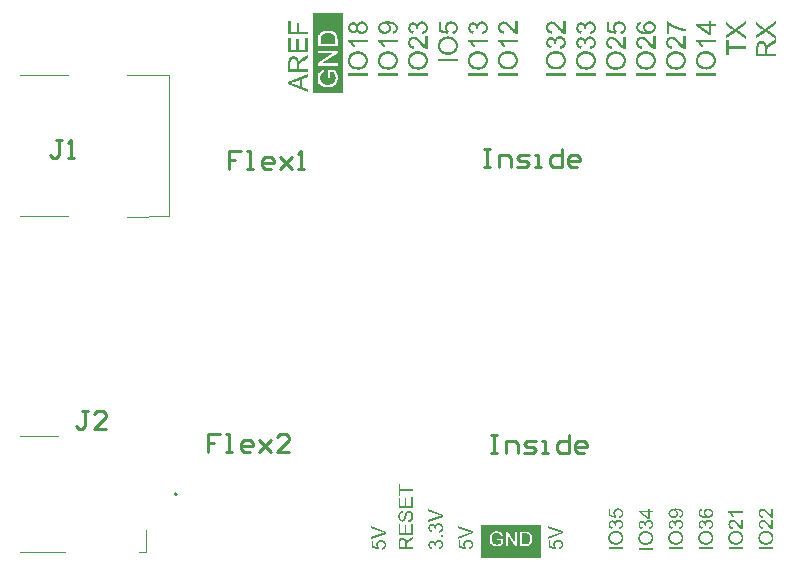
<source format=gto>
%FSLAX66Y66*%
%MOIN*%
%SFA1B1*%

%IPPOS*%
%ADD10C,0.007870*%
%ADD11C,0.003940*%
%ADD12C,0.010000*%
%LNesp32-hwe-uno-1*%
%LPD*%
G36*
X2199720Y306280D02*
X2200060D01*
X2200810Y306240*
X2201750Y306200*
X2202720Y306160*
X2203810Y306050*
X2204970Y305940*
X2206180Y305820*
X2208610Y305450*
X2209850Y305230*
X2211010Y304960*
X2212170Y304660*
X2213220Y304290*
X2213300Y304250*
X2213450Y304210*
X2213750Y304060*
X2214120Y303910*
X2214580Y303730*
X2215100Y303460*
X2215660Y303160*
X2216300Y302790*
X2216970Y302410*
X2217650Y301960*
X2218320Y301470*
X2219000Y300950*
X2219680Y300350*
X2220350Y299710*
X2220950Y299040*
X2221510Y298330*
X2221550Y298290*
X2221630Y298140*
X2221780Y297910*
X2221960Y297610*
X2222190Y297240*
X2222410Y296790*
X2222680Y296300*
X2222940Y295700*
X2223200Y295060*
X2223460Y294350*
X2223690Y293600*
X2223910Y292780*
X2224100Y291910*
X2224250Y291010*
X2224320Y290080*
X2224360Y289100*
Y288840*
X2224320Y288540*
Y288160*
X2224250Y287670*
X2224210Y287110*
X2224100Y286510*
X2223990Y285840*
X2223800Y285120*
X2223610Y284380*
X2223350Y283590*
X2223050Y282840*
X2222680Y282050*
X2222260Y281300*
X2221810Y280550*
X2221250Y279880*
X2221210Y279840*
X2221100Y279720*
X2220910Y279540*
X2220690Y279310*
X2220350Y279010*
X2219970Y278710*
X2219490Y278370*
X2218960Y278000*
X2218400Y277620*
X2217730Y277250*
X2217010Y276910*
X2216220Y276570*
X2215360Y276280*
X2214460Y275970*
X2213490Y275750*
X2212440Y275600*
X2211910Y281260*
X2211950*
X2212100Y281300*
X2212290Y281340*
X2212550Y281410*
X2212890Y281490*
X2213260Y281600*
X2213710Y281710*
X2214120Y281860*
X2215100Y282240*
X2216040Y282730*
X2216970Y283290*
X2217350Y283630*
X2217730Y284000*
X2217760Y284040*
X2217800Y284110*
X2217880Y284220*
X2217990Y284380*
X2218140Y284560*
X2218290Y284820*
X2218440Y285090*
X2218630Y285430*
X2218960Y286180*
X2219220Y287040*
X2219450Y288090*
X2219490Y288610*
X2219530Y289210*
Y289470*
X2219490Y289660*
Y289930*
X2219450Y290190*
X2219370Y290830*
X2219220Y291580*
X2219000Y292400*
X2218700Y293220*
X2218290Y294010*
Y294050*
X2218210Y294090*
X2218170Y294200*
X2218060Y294350*
X2217800Y294730*
X2217430Y295210*
X2216940Y295740*
X2216380Y296300*
X2215740Y296820*
X2214990Y297350*
X2214950*
X2214870Y297430*
X2214760Y297460*
X2214610Y297570*
X2214390Y297690*
X2214120Y297800*
X2213820Y297950*
X2213490Y298100*
X2213110Y298290*
X2212700Y298470*
X2212210Y298620*
X2211720Y298810*
X2210600Y299190*
X2209360Y299520*
X2209330*
X2209210Y299560*
X2209020Y299600*
X2208760Y299670*
X2208430Y299750*
X2208050Y299830*
X2207600Y299900*
X2207110Y299980*
X2206590Y300050*
X2206020Y300130*
X2204790Y300270*
X2203470Y300390*
X2202130Y300420*
X2202050*
X2201820*
X2201670*
X2201490*
X2201230*
X2200960*
X2201000Y300390*
X2201080Y300350*
X2201230Y300240*
X2201410Y300090*
X2201670Y299900*
X2201940Y299710*
X2202240Y299450*
X2202570Y299150*
X2203330Y298440*
X2204080Y297610*
X2204820Y296640*
X2205540Y295550*
Y295510*
X2205610Y295400*
X2205690Y295250*
X2205800Y295020*
X2205950Y294730*
X2206100Y294390*
X2206250Y294010*
X2206400Y293600*
X2206550Y293110*
X2206700Y292590*
X2207000Y291460*
X2207190Y290220*
X2207230Y289590*
X2207260Y288910*
Y288650*
X2207230Y288350*
X2207190Y287900*
X2207110Y287410*
X2207040Y286810*
X2206890Y286140*
X2206740Y285430*
X2206510Y284640*
X2206210Y283810*
X2205870Y282990*
X2205430Y282120*
X2204940Y281300*
X2204380Y280440*
X2203700Y279610*
X2202950Y278830*
X2202910Y278790*
X2202760Y278640*
X2202500Y278450*
X2202160Y278190*
X2201750Y277890*
X2201230Y277510*
X2200590Y277140*
X2199910Y276760*
X2199130Y276390*
X2198260Y276010*
X2197320Y275670*
X2196310Y275340*
X2195230Y275070*
X2194060Y274890*
X2192860Y274740*
X2191550Y274700*
X2191510*
X2191470*
X2191360*
X2191210*
X2190840Y274740*
X2190310Y274770*
X2189710Y274850*
X2189000Y274920*
X2188170Y275070*
X2187310Y275230*
X2186410Y275450*
X2185440Y275750*
X2184460Y276090*
X2183450Y276500*
X2182480Y276990*
X2181540Y277550*
X2180600Y278230*
X2179740Y278980*
X2179700Y279010*
X2179550Y279160*
X2179330Y279420*
X2179020Y279760*
X2178690Y280180*
X2178310Y280700*
X2177940Y281260*
X2177490Y281940*
X2177070Y282690*
X2176700Y283510*
X2176330Y284410*
X2175990Y285350*
X2175690Y286400*
X2175460Y287490*
X2175310Y288610*
X2175280Y289810*
Y290260*
X2175310Y290600*
X2175350Y291010*
X2175430Y291500*
X2175500Y292020*
X2175580Y292630*
X2175720Y293300*
X2175910Y293970*
X2176100Y294690*
X2176360Y295400*
X2176630Y296150*
X2177000Y296900*
X2177380Y297610*
X2177820Y298360*
X2177860Y298400*
X2177940Y298550*
X2178090Y298740*
X2178280Y299000*
X2178540Y299340*
X2178870Y299710*
X2179250Y300130*
X2179660Y300570*
X2180150Y301030*
X2180680Y301510*
X2181270Y302000*
X2181910Y302530*
X2182630Y302970*
X2183370Y303460*
X2184160Y303870*
X2185020Y304290*
X2185060Y304330*
X2185250Y304360*
X2185510Y304480*
X2185890Y304590*
X2186370Y304770*
X2186980Y304920*
X2187650Y305110*
X2188440Y305300*
X2189370Y305490*
X2190350Y305670*
X2191470Y305860*
X2192680Y306010*
X2193990Y306120*
X2195410Y306240*
X2196910Y306280*
X2198520Y306310*
X2198560*
X2198640*
X2198750*
X2198940*
X2199160*
X2199420*
X2199720Y306280*
G37*
G36*
X2209960Y268850D02*
X2210410Y268810D01*
X2210940Y268740*
X2211580Y268660*
X2212290Y268510*
X2213040Y268330*
X2213860Y268060*
X2214730Y267760*
X2215590Y267390*
X2216490Y266940*
X2217390Y266410*
X2218290Y265810*
X2219150Y265100*
X2220010Y264280*
X2220050Y264240*
X2220200Y264050*
X2220420Y263820*
X2220690Y263450*
X2221020Y263000*
X2221400Y262480*
X2221780Y261840*
X2222190Y261120*
X2222600Y260300*
X2222980Y259440*
X2223350Y258460*
X2223690Y257450*
X2223950Y256330*
X2224170Y255160*
X2224320Y253920*
X2224360Y252650*
Y252390*
X2224320Y252050*
X2224290Y251600*
X2224250Y251040*
X2224170Y250440*
X2224060Y249720*
X2223880Y248970*
X2223690Y248150*
X2223460Y247290*
X2223120Y246430*
X2222790Y245530*
X2222340Y244660*
X2221850Y243760*
X2221290Y242940*
X2220610Y242110*
X2220580Y242070*
X2220420Y241930*
X2220240Y241740*
X2219940Y241440*
X2219560Y241140*
X2219110Y240760*
X2218550Y240390*
X2217950Y239980*
X2217310Y239560*
X2216560Y239110*
X2215740Y238740*
X2214870Y238360*
X2213940Y238020*
X2212960Y237760*
X2211910Y237540*
X2210820Y237390*
X2210040Y243280*
X2210070*
X2210260Y243310*
X2210530Y243390*
X2210860Y243460*
X2211280Y243580*
X2211720Y243730*
X2212250Y243870*
X2212810Y244100*
X2214010Y244550*
X2215210Y245150*
X2215780Y245490*
X2216340Y245860*
X2216830Y246270*
X2217270Y246720*
X2217310Y246760*
X2217390Y246840*
X2217460Y246990*
X2217610Y247170*
X2217800Y247400*
X2217990Y247700*
X2218170Y248000*
X2218360Y248370*
X2218590Y248790*
X2218780Y249240*
X2219150Y250290*
X2219300Y250810*
X2219370Y251410*
X2219450Y252050*
X2219490Y252690*
Y252880*
X2219450Y253100*
Y253400*
X2219410Y253740*
X2219340Y254150*
X2219260Y254640*
X2219110Y255160*
X2218960Y255690*
X2218780Y256250*
X2218550Y256850*
X2218290Y257450*
X2217950Y258010*
X2217580Y258610*
X2217120Y259180*
X2216640Y259740*
X2216600Y259780*
X2216490Y259850*
X2216340Y260000*
X2216110Y260190*
X2215850Y260410*
X2215510Y260640*
X2215100Y260900*
X2214650Y261200*
X2214160Y261460*
X2213600Y261730*
X2213040Y261950*
X2212400Y262170*
X2211720Y262360*
X2211010Y262510*
X2210260Y262590*
X2209480Y262630*
X2209440*
X2209290*
X2209100*
X2208800Y262590*
X2208460Y262550*
X2208050Y262480*
X2207600Y262400*
X2207110Y262290*
X2206590Y262140*
X2206060Y261990*
X2205500Y261760*
X2204940Y261500*
X2204380Y261200*
X2203850Y260830*
X2203330Y260450*
X2202800Y259960*
X2202760Y259930*
X2202690Y259850*
X2202540Y259700*
X2202390Y259470*
X2202200Y259210*
X2201980Y258910*
X2201710Y258540*
X2201450Y258130*
X2201230Y257640*
X2200960Y257150*
X2200740Y256590*
X2200550Y255990*
X2200400Y255350*
X2200250Y254640*
X2200180Y253920*
X2200140Y253170*
Y252880*
X2200180Y252500*
X2200210Y252010*
X2200290Y251410*
X2200400Y250700*
X2200550Y249910*
X2200770Y249010*
X2195600Y249650*
Y249760*
X2195640Y249990*
X2195670Y250320*
Y251000*
X2195640Y251260*
X2195600Y251600*
X2195560Y251970*
X2195520Y252390*
X2195410Y252880*
X2195190Y253920*
X2194850Y255090*
X2194620Y255650*
X2194360Y256250*
X2194060Y256850*
X2193730Y257410*
X2193690Y257450*
X2193610Y257560*
X2193500Y257710*
X2193350Y257900*
X2193130Y258130*
X2192860Y258390*
X2192560Y258650*
X2192220Y258950*
X2191810Y259210*
X2191360Y259470*
X2190880Y259740*
X2190310Y259960*
X2189710Y260190*
X2189070Y260340*
X2188400Y260410*
X2187650Y260450*
X2187610*
X2187500*
X2187350*
X2187090Y260410*
X2186830Y260370*
X2186490Y260340*
X2186150Y260260*
X2185740Y260190*
X2184910Y259930*
X2184460Y259740*
X2184010Y259510*
X2183530Y259250*
X2183110Y258990*
X2182660Y258610*
X2182250Y258240*
X2182210Y258200*
X2182170Y258130*
X2182060Y258010*
X2181910Y257820*
X2181760Y257640*
X2181580Y257340*
X2181390Y257040*
X2181160Y256700*
X2180970Y256290*
X2180790Y255870*
X2180600Y255390*
X2180450Y254900*
X2180300Y254380*
X2180190Y253780*
X2180150Y253170*
X2180110Y252540*
Y252200*
X2180150Y251970*
X2180190Y251680*
X2180220Y251340*
X2180300Y250960*
X2180380Y250550*
X2180640Y249650*
X2180820Y249160*
X2181010Y248680*
X2181270Y248190*
X2181580Y247700*
X2181910Y247250*
X2182290Y246800*
X2182320Y246760*
X2182400Y246690*
X2182510Y246570*
X2182700Y246430*
X2182920Y246240*
X2183190Y246050*
X2183530Y245820*
X2183900Y245560*
X2184350Y245340*
X2184840Y245080*
X2185360Y244850*
X2185930Y244590*
X2186560Y244400*
X2187270Y244180*
X2187990Y244030*
X2188780Y243870*
X2187730Y237990*
X2187650*
X2187460Y238020*
X2187160Y238100*
X2186750Y238210*
X2186260Y238360*
X2185660Y238510*
X2185020Y238740*
X2184350Y239000*
X2183640Y239300*
X2182890Y239640*
X2182100Y240050*
X2181350Y240500*
X2180600Y240990*
X2179850Y241550*
X2179170Y242190*
X2178540Y242860*
X2178500Y242900*
X2178390Y243050*
X2178240Y243280*
X2178010Y243580*
X2177790Y243950*
X2177490Y244400*
X2177230Y244930*
X2176890Y245530*
X2176590Y246160*
X2176290Y246910*
X2176020Y247700*
X2175800Y248520*
X2175580Y249420*
X2175430Y250360*
X2175310Y251370*
X2175280Y252420*
Y252800*
X2175310Y253100*
Y253440*
X2175350Y253850*
X2175430Y254300*
X2175500Y254820*
X2175580Y255350*
X2175690Y255910*
X2175990Y257150*
X2176440Y258390*
X2176700Y259030*
X2177000Y259660*
Y259700*
X2177070Y259810*
X2177190Y260000*
X2177300Y260220*
X2177490Y260490*
X2177680Y260830*
X2178200Y261540*
X2178870Y262360*
X2179660Y263220*
X2180560Y264050*
X2181610Y264760*
X2181650Y264800*
X2181730Y264840*
X2181910Y264910*
X2182100Y265020*
X2182400Y265180*
X2182700Y265330*
X2183070Y265480*
X2183450Y265660*
X2183900Y265810*
X2184390Y265960*
X2185440Y266260*
X2186600Y266450*
X2187200Y266530*
X2187800*
X2187840*
X2187950*
X2188100*
X2188320Y266490*
X2188590*
X2188930Y266450*
X2189260Y266380*
X2189680Y266300*
X2190540Y266110*
X2191510Y265810*
X2192490Y265400*
X2192980Y265140*
X2193460Y264840*
X2193500*
X2193570Y264760*
X2193730Y264650*
X2193880Y264540*
X2194100Y264350*
X2194360Y264120*
X2194620Y263860*
X2194930Y263600*
X2195230Y263260*
X2195560Y262890*
X2195900Y262480*
X2196240Y262020*
X2196570Y261580*
X2196910Y261050*
X2197510Y259890*
Y259930*
X2197550Y260080*
X2197620Y260300*
X2197700Y260600*
X2197850Y260940*
X2198000Y261350*
X2198150Y261840*
X2198370Y262320*
X2198640Y262850*
X2198940Y263380*
X2199280Y263940*
X2199650Y264500*
X2200060Y265020*
X2200510Y265550*
X2201040Y266070*
X2201600Y266530*
X2201640Y266560*
X2201750Y266640*
X2201900Y266750*
X2202160Y266900*
X2202460Y267090*
X2202840Y267280*
X2203250Y267500*
X2203740Y267720*
X2204260Y267910*
X2204860Y268140*
X2205500Y268330*
X2206180Y268510*
X2206890Y268660*
X2207670Y268770*
X2208500Y268850*
X2209360Y268890*
X2209440*
X2209630*
X2209960Y268850*
G37*
G36*
X2200850Y231540D02*
X2201490Y231500D01*
X2202240Y231430*
X2203060Y231310*
X2204000Y231200*
X2204970Y231050*
X2206020Y230860*
X2207110Y230600*
X2208200Y230340*
X2209360Y230000*
X2210490Y229590*
X2211610Y229140*
X2212700Y228610*
X2212770Y228580*
X2212960Y228460*
X2213260Y228310*
X2213640Y228050*
X2214120Y227750*
X2214690Y227380*
X2215290Y226960*
X2215920Y226480*
X2216640Y225910*
X2217350Y225270*
X2218060Y224600*
X2218780Y223850*
X2219490Y223020*
X2220160Y222160*
X2220800Y221220*
X2221400Y220250*
X2221440Y220170*
X2221510Y220030*
X2221660Y219720*
X2221850Y219310*
X2222070Y218820*
X2222340Y218230*
X2222600Y217510*
X2222860Y216760*
X2223160Y215940*
X2223420Y215040*
X2223690Y214060*
X2223910Y213050*
X2224100Y212000*
X2224250Y210880*
X2224320Y209750*
X2224360Y208590*
Y208290*
X2224320Y207910*
Y207460*
X2224250Y206860*
X2224170Y206150*
X2224100Y205360*
X2223950Y204540*
X2223760Y203600*
X2223580Y202630*
X2223310Y201650*
X2222980Y200600*
X2222600Y199550*
X2222190Y198500*
X2221660Y197450*
X2221100Y196440*
X2221060Y196360*
X2220950Y196210*
X2220760Y195910*
X2220500Y195570*
X2220160Y195120*
X2219750Y194600*
X2219300Y194040*
X2218780Y193440*
X2218140Y192800*
X2217500Y192120*
X2216750Y191450*
X2215960Y190780*
X2215100Y190140*
X2214200Y189500*
X2213220Y188900*
X2212170Y188370*
X2212100Y188340*
X2211910Y188260*
X2211610Y188110*
X2211200Y187960*
X2210680Y187740*
X2210040Y187510*
X2209330Y187250*
X2208540Y187020*
X2207670Y186760*
X2206740Y186500*
X2205760Y186280*
X2204710Y186050*
X2203620Y185900*
X2202500Y185750*
X2201340Y185670*
X2200180Y185640*
X2200140*
X2200030*
X2199880*
X2199650*
X2199350Y185670*
X2199010*
X2198640Y185710*
X2198190Y185750*
X2197700Y185790*
X2197180Y185830*
X2196610Y185900*
X2196010Y185980*
X2194740Y186160*
X2193310Y186430*
X2191850Y186760*
X2190310Y187210*
X2188780Y187740*
X2187200Y188340*
X2185660Y189090*
X2184160Y189950*
X2182740Y190930*
X2182060Y191450*
X2181430Y192050*
X2181390Y192090*
X2181350Y192120*
X2181120Y192350*
X2180790Y192730*
X2180380Y193210*
X2179850Y193850*
X2179290Y194600*
X2178650Y195500*
X2178010Y196510*
X2177410Y197680*
X2176770Y198910*
X2176210Y200260*
X2175690Y201760*
X2175280Y203340*
X2174940Y204990*
X2174710Y206750*
X2174640Y207690*
Y208920*
X2174670Y209260*
Y209750*
X2174750Y210310*
X2174790Y211020*
X2174900Y211780*
X2175050Y212600*
X2175200Y213500*
X2175430Y214480*
X2175690Y215450*
X2175990Y216460*
X2176360Y217510*
X2176770Y218560*
X2177260Y219580*
X2177820Y220590*
X2177860Y220660*
X2177970Y220810*
X2178160Y221110*
X2178430Y221490*
X2178730Y221900*
X2179140Y222420*
X2179590Y222990*
X2180110Y223630*
X2180710Y224260*
X2181390Y224940*
X2182140Y225610*
X2182920Y226290*
X2183790Y226960*
X2184690Y227600*
X2185660Y228200*
X2186710Y228760*
X2186790Y228800*
X2186980Y228870*
X2187270Y229030*
X2187730Y229210*
X2188250Y229400*
X2188890Y229660*
X2189640Y229930*
X2190460Y230190*
X2191360Y230450*
X2192340Y230670*
X2193420Y230940*
X2194550Y231120*
X2195750Y231310*
X2196990Y231460*
X2198260Y231540*
X2199610Y231570*
X2199650*
X2199690*
X2199800*
X2199950*
X2200330*
X2200850Y231540*
G37*
G36*
X2223540Y170000D02*
X2175460D01*
Y176380*
X2223540*
Y170000*
G37*
G36*
X1750000Y140000D02*
X1550000D01*
Y250000*
X1750000*
Y140000*
G37*
G36*
X2308730Y306200D02*
X2309140Y306160D01*
X2309590Y306120*
X2310110Y306090*
X2310710Y305970*
X2311350Y305900*
X2311990Y305750*
X2313410Y305410*
X2314160Y305190*
X2314870Y304920*
X2315620Y304590*
X2316380Y304250*
X2316410Y304210*
X2316560Y304170*
X2316750Y304060*
X2317010Y303870*
X2317350Y303690*
X2317690Y303460*
X2318100Y303160*
X2318550Y302860*
X2319040Y302490*
X2319530Y302070*
X2320010Y301660*
X2320500Y301170*
X2321440Y300090*
X2321890Y299520*
X2322300Y298890*
X2322340Y298850*
X2322380Y298740*
X2322490Y298550*
X2322640Y298290*
X2322790Y297950*
X2322940Y297570*
X2323120Y297130*
X2323310Y296640*
X2323540Y296070*
X2323720Y295510*
X2323870Y294840*
X2324020Y294160*
X2324290Y292700*
X2324330Y291910*
X2324360Y291120*
Y290790*
X2324330Y290410*
X2324290Y289890*
X2324210Y289290*
X2324060Y288540*
X2323910Y287750*
X2323690Y286850*
X2323390Y285910*
X2323050Y284940*
X2322600Y283920*
X2322070Y282950*
X2321480Y281940*
X2320720Y280930*
X2319900Y279990*
X2318960Y279090*
X2318890Y279050*
X2318700Y278900*
X2318360Y278670*
X2317910Y278370*
X2317310Y278000*
X2316600Y277620*
X2315700Y277210*
X2314690Y276760*
X2313520Y276310*
X2312890Y276130*
X2312210Y275900*
X2311500Y275710*
X2310750Y275530*
X2309960Y275340*
X2309140Y275150*
X2308240Y275000*
X2307340Y274850*
X2306400Y274740*
X2305420Y274630*
X2304370Y274550*
X2303320Y274480*
X2302240Y274440*
X2301070*
X2301040*
X2300930*
X2300740*
X2300470*
X2300140Y274480*
X2299760*
X2299310*
X2298790Y274510*
X2298220Y274550*
X2297660Y274590*
X2296990Y274660*
X2296310Y274700*
X2294890Y274890*
X2293310Y275070*
X2291660Y275340*
X2289970Y275670*
X2288290Y276130*
X2286640Y276610*
X2285020Y277210*
X2283490Y277890*
X2282060Y278670*
X2281390Y279130*
X2280790Y279570*
X2280710Y279610*
X2280560Y279800*
X2280260Y280030*
X2279930Y280400*
X2279510Y280850*
X2279030Y281410*
X2278540Y282050*
X2278010Y282760*
X2277520Y283590*
X2277000Y284530*
X2276550Y285500*
X2276140Y286590*
X2275800Y287750*
X2275500Y288990*
X2275350Y290300*
X2275270Y291690*
Y291950*
X2275310Y292250*
Y292630*
X2275390Y293110*
X2275420Y293680*
X2275540Y294310*
X2275690Y294990*
X2275840Y295700*
X2276060Y296450*
X2276320Y297240*
X2276620Y298030*
X2277000Y298770*
X2277410Y299560*
X2277900Y300270*
X2278460Y300990*
X2278500Y301030*
X2278610Y301140*
X2278800Y301320*
X2279060Y301590*
X2279360Y301850*
X2279770Y302190*
X2280230Y302530*
X2280750Y302900*
X2281350Y303270*
X2281990Y303650*
X2282740Y304020*
X2283520Y304360*
X2284350Y304700*
X2285250Y304960*
X2286230Y305190*
X2287240Y305380*
X2287690Y299520*
X2287650*
X2287540Y299490*
X2287350Y299450*
X2287130Y299370*
X2286820Y299300*
X2286530Y299190*
X2285770Y298930*
X2284950Y298620*
X2284130Y298210*
X2283340Y297800*
X2282960Y297540*
X2282660Y297280*
X2282620Y297240*
X2282550Y297160*
X2282440Y297050*
X2282250Y296860*
X2282060Y296600*
X2281840Y296340*
X2281610Y296000*
X2281390Y295630*
X2281160Y295210*
X2280900Y294760*
X2280710Y294270*
X2280520Y293750*
X2280340Y293220*
X2280230Y292630*
X2280150Y291990*
X2280110Y291350*
Y291090*
X2280150Y290860*
Y290640*
X2280190Y290340*
X2280300Y289660*
X2280490Y288880*
X2280790Y288050*
X2281200Y287190*
X2281420Y286770*
X2281720Y286360*
X2281760Y286330*
X2281800Y286250*
X2281950Y286100*
X2282100Y285910*
X2282330Y285650*
X2282590Y285390*
X2282890Y285090*
X2283230Y284750*
X2283640Y284410*
X2284090Y284040*
X2284570Y283660*
X2285100Y283320*
X2285660Y282950*
X2286300Y282580*
X2286970Y282240*
X2287690Y281940*
X2287720*
X2287870Y281860*
X2288100Y281790*
X2288400Y281680*
X2288810Y281560*
X2289300Y281410*
X2289860Y281260*
X2290540Y281110*
X2291290Y280960*
X2292110Y280810*
X2293010Y280700*
X2294020Y280550*
X2295070Y280440*
X2296240Y280360*
X2297480Y280320*
X2298790Y280290*
X2298750Y280320*
X2298640Y280400*
X2298490Y280510*
X2298260Y280660*
X2298000Y280890*
X2297660Y281110*
X2297320Y281410*
X2296950Y281750*
X2296160Y282500*
X2295380Y283400*
X2294630Y284410*
X2294250Y284940*
X2293950Y285500*
X2293910Y285540*
X2293870Y285650*
X2293800Y285800*
X2293690Y286020*
X2293580Y286330*
X2293460Y286660*
X2293310Y287040*
X2293160Y287450*
X2293010Y287940*
X2292860Y288420*
X2292640Y289550*
X2292450Y290710*
X2292380Y291990*
Y292250*
X2292410Y292550*
X2292450Y292960*
X2292530Y293490*
X2292600Y294090*
X2292750Y294760*
X2292900Y295480*
X2293160Y296260*
X2293430Y297050*
X2293800Y297870*
X2294210Y298740*
X2294700Y299600*
X2295300Y300460*
X2295970Y301290*
X2296730Y302070*
X2296760Y302110*
X2296910Y302260*
X2297170Y302450*
X2297510Y302710*
X2297920Y303050*
X2298450Y303390*
X2299090Y303760*
X2299760Y304170*
X2300550Y304550*
X2301370Y304920*
X2302310Y305260*
X2303290Y305600*
X2304370Y305860*
X2305500Y306050*
X2306700Y306200*
X2307980Y306240*
X2308010*
X2308160*
X2308420*
X2308730Y306200*
G37*
G36*
X2309960Y268850D02*
X2310410Y268810D01*
X2310940Y268740*
X2311570Y268660*
X2312290Y268510*
X2313040Y268330*
X2313860Y268060*
X2314720Y267760*
X2315590Y267390*
X2316490Y266940*
X2317390Y266410*
X2318290Y265810*
X2319150Y265100*
X2320010Y264280*
X2320050Y264240*
X2320200Y264050*
X2320430Y263820*
X2320690Y263450*
X2321020Y263000*
X2321400Y262480*
X2321770Y261840*
X2322190Y261120*
X2322600Y260300*
X2322970Y259440*
X2323350Y258460*
X2323690Y257450*
X2323950Y256330*
X2324170Y255160*
X2324330Y253920*
X2324360Y252650*
Y252390*
X2324330Y252050*
X2324290Y251600*
X2324250Y251040*
X2324170Y250440*
X2324060Y249720*
X2323870Y248970*
X2323690Y248150*
X2323460Y247290*
X2323120Y246430*
X2322790Y245530*
X2322340Y244660*
X2321850Y243760*
X2321290Y242940*
X2320610Y242110*
X2320570Y242070*
X2320430Y241930*
X2320240Y241740*
X2319940Y241440*
X2319560Y241140*
X2319110Y240760*
X2318550Y240390*
X2317950Y239980*
X2317310Y239560*
X2316560Y239110*
X2315740Y238740*
X2314870Y238360*
X2313940Y238020*
X2312960Y237760*
X2311910Y237540*
X2310830Y237390*
X2310040Y243280*
X2310080*
X2310260Y243310*
X2310520Y243390*
X2310860Y243460*
X2311280Y243580*
X2311720Y243730*
X2312250Y243870*
X2312810Y244100*
X2314010Y244550*
X2315210Y245150*
X2315770Y245490*
X2316340Y245860*
X2316820Y246270*
X2317280Y246720*
X2317310Y246760*
X2317390Y246840*
X2317460Y246990*
X2317610Y247170*
X2317800Y247400*
X2317990Y247700*
X2318180Y248000*
X2318360Y248370*
X2318590Y248790*
X2318770Y249240*
X2319150Y250290*
X2319300Y250810*
X2319380Y251410*
X2319450Y252050*
X2319490Y252690*
Y252880*
X2319450Y253100*
Y253400*
X2319410Y253740*
X2319340Y254150*
X2319260Y254640*
X2319110Y255160*
X2318960Y255690*
X2318770Y256250*
X2318550Y256850*
X2318290Y257450*
X2317950Y258010*
X2317570Y258610*
X2317130Y259180*
X2316640Y259740*
X2316600Y259780*
X2316490Y259850*
X2316340Y260000*
X2316110Y260190*
X2315850Y260410*
X2315510Y260640*
X2315100Y260900*
X2314650Y261200*
X2314160Y261460*
X2313600Y261730*
X2313040Y261950*
X2312400Y262170*
X2311720Y262360*
X2311010Y262510*
X2310260Y262590*
X2309470Y262630*
X2309440*
X2309290*
X2309100*
X2308800Y262590*
X2308460Y262550*
X2308050Y262480*
X2307600Y262400*
X2307110Y262290*
X2306590Y262140*
X2306060Y261990*
X2305500Y261760*
X2304940Y261500*
X2304370Y261200*
X2303850Y260830*
X2303320Y260450*
X2302800Y259960*
X2302760Y259930*
X2302690Y259850*
X2302540Y259700*
X2302390Y259470*
X2302200Y259210*
X2301980Y258910*
X2301710Y258540*
X2301450Y258130*
X2301220Y257640*
X2300960Y257150*
X2300740Y256590*
X2300550Y255990*
X2300400Y255350*
X2300250Y254640*
X2300170Y253920*
X2300140Y253170*
Y252880*
X2300170Y252500*
X2300210Y252010*
X2300290Y251410*
X2300400Y250700*
X2300550Y249910*
X2300780Y249010*
X2295600Y249650*
Y249760*
X2295640Y249990*
X2295680Y250320*
Y251000*
X2295640Y251260*
X2295600Y251600*
X2295560Y251970*
X2295530Y252390*
X2295410Y252880*
X2295190Y253920*
X2294850Y255090*
X2294630Y255650*
X2294360Y256250*
X2294060Y256850*
X2293730Y257410*
X2293690Y257450*
X2293610Y257560*
X2293500Y257710*
X2293350Y257900*
X2293120Y258130*
X2292860Y258390*
X2292560Y258650*
X2292220Y258950*
X2291810Y259210*
X2291360Y259470*
X2290870Y259740*
X2290310Y259960*
X2289710Y260190*
X2289070Y260340*
X2288400Y260410*
X2287650Y260450*
X2287610*
X2287500*
X2287350*
X2287090Y260410*
X2286820Y260370*
X2286490Y260340*
X2286150Y260260*
X2285740Y260190*
X2284910Y259930*
X2284460Y259740*
X2284010Y259510*
X2283520Y259250*
X2283110Y258990*
X2282660Y258610*
X2282250Y258240*
X2282210Y258200*
X2282180Y258130*
X2282060Y258010*
X2281910Y257820*
X2281760Y257640*
X2281570Y257340*
X2281390Y257040*
X2281160Y256700*
X2280980Y256290*
X2280790Y255870*
X2280600Y255390*
X2280450Y254900*
X2280300Y254380*
X2280190Y253780*
X2280150Y253170*
X2280110Y252540*
Y252200*
X2280150Y251970*
X2280190Y251680*
X2280230Y251340*
X2280300Y250960*
X2280380Y250550*
X2280640Y249650*
X2280820Y249160*
X2281010Y248680*
X2281280Y248190*
X2281570Y247700*
X2281910Y247250*
X2282290Y246800*
X2282330Y246760*
X2282400Y246690*
X2282510Y246570*
X2282700Y246430*
X2282920Y246240*
X2283190Y246050*
X2283520Y245820*
X2283900Y245560*
X2284350Y245340*
X2284840Y245080*
X2285360Y244850*
X2285920Y244590*
X2286560Y244400*
X2287280Y244180*
X2287990Y244030*
X2288770Y243870*
X2287720Y237990*
X2287650*
X2287460Y238020*
X2287160Y238100*
X2286750Y238210*
X2286260Y238360*
X2285660Y238510*
X2285020Y238740*
X2284350Y239000*
X2283640Y239300*
X2282890Y239640*
X2282100Y240050*
X2281350Y240500*
X2280600Y240990*
X2279850Y241550*
X2279180Y242190*
X2278540Y242860*
X2278500Y242900*
X2278390Y243050*
X2278240Y243280*
X2278010Y243580*
X2277790Y243950*
X2277490Y244400*
X2277230Y244930*
X2276890Y245530*
X2276590Y246160*
X2276290Y246910*
X2276030Y247700*
X2275800Y248520*
X2275570Y249420*
X2275420Y250360*
X2275310Y251370*
X2275270Y252420*
Y252800*
X2275310Y253100*
Y253440*
X2275350Y253850*
X2275420Y254300*
X2275500Y254820*
X2275570Y255350*
X2275690Y255910*
X2275990Y257150*
X2276440Y258390*
X2276700Y259030*
X2277000Y259660*
Y259700*
X2277080Y259810*
X2277190Y260000*
X2277300Y260220*
X2277490Y260490*
X2277670Y260830*
X2278200Y261540*
X2278880Y262360*
X2279660Y263220*
X2280560Y264050*
X2281610Y264760*
X2281650Y264800*
X2281720Y264840*
X2281910Y264910*
X2282100Y265020*
X2282400Y265180*
X2282700Y265330*
X2283080Y265480*
X2283450Y265660*
X2283900Y265810*
X2284390Y265960*
X2285440Y266260*
X2286600Y266450*
X2287200Y266530*
X2287800*
X2287840*
X2287950*
X2288100*
X2288330Y266490*
X2288590*
X2288920Y266450*
X2289260Y266380*
X2289670Y266300*
X2290540Y266110*
X2291510Y265810*
X2292490Y265400*
X2292970Y265140*
X2293460Y264840*
X2293500*
X2293580Y264760*
X2293730Y264650*
X2293870Y264540*
X2294100Y264350*
X2294360Y264120*
X2294630Y263860*
X2294920Y263600*
X2295220Y263260*
X2295560Y262890*
X2295900Y262480*
X2296240Y262020*
X2296580Y261580*
X2296910Y261050*
X2297510Y259890*
Y259930*
X2297550Y260080*
X2297630Y260300*
X2297700Y260600*
X2297850Y260940*
X2298000Y261350*
X2298150Y261840*
X2298370Y262320*
X2298640Y262850*
X2298940Y263380*
X2299270Y263940*
X2299650Y264500*
X2300060Y265020*
X2300510Y265550*
X2301040Y266070*
X2301600Y266530*
X2301640Y266560*
X2301750Y266640*
X2301900Y266750*
X2302160Y266900*
X2302460Y267090*
X2302840Y267280*
X2303250Y267500*
X2303740Y267720*
X2304260Y267910*
X2304860Y268140*
X2305500Y268330*
X2306170Y268510*
X2306890Y268660*
X2307670Y268770*
X2308500Y268850*
X2309360Y268890*
X2309440*
X2309620*
X2309960Y268850*
G37*
G36*
X2300850Y231540D02*
X2301490Y231500D01*
X2302240Y231430*
X2303060Y231310*
X2304000Y231200*
X2304980Y231050*
X2306030Y230860*
X2307110Y230600*
X2308200Y230340*
X2309360Y230000*
X2310490Y229590*
X2311610Y229140*
X2312700Y228610*
X2312770Y228580*
X2312960Y228460*
X2313260Y228310*
X2313640Y228050*
X2314130Y227750*
X2314690Y227380*
X2315290Y226960*
X2315920Y226480*
X2316640Y225910*
X2317350Y225270*
X2318060Y224600*
X2318770Y223850*
X2319490Y223020*
X2320160Y222160*
X2320800Y221220*
X2321400Y220250*
X2321440Y220170*
X2321510Y220030*
X2321660Y219720*
X2321850Y219310*
X2322070Y218820*
X2322340Y218230*
X2322600Y217510*
X2322860Y216760*
X2323160Y215940*
X2323430Y215040*
X2323690Y214060*
X2323910Y213050*
X2324100Y212000*
X2324250Y210880*
X2324330Y209750*
X2324360Y208590*
Y208290*
X2324330Y207910*
Y207460*
X2324250Y206860*
X2324170Y206150*
X2324100Y205360*
X2323950Y204540*
X2323760Y203600*
X2323580Y202630*
X2323310Y201650*
X2322970Y200600*
X2322600Y199550*
X2322190Y198500*
X2321660Y197450*
X2321100Y196440*
X2321060Y196360*
X2320950Y196210*
X2320760Y195910*
X2320500Y195570*
X2320160Y195120*
X2319750Y194600*
X2319300Y194040*
X2318770Y193440*
X2318140Y192800*
X2317500Y192120*
X2316750Y191450*
X2315960Y190780*
X2315100Y190140*
X2314200Y189500*
X2313230Y188900*
X2312180Y188370*
X2312100Y188340*
X2311910Y188260*
X2311610Y188110*
X2311200Y187960*
X2310670Y187740*
X2310040Y187510*
X2309320Y187250*
X2308540Y187020*
X2307670Y186760*
X2306740Y186500*
X2305760Y186280*
X2304710Y186050*
X2303630Y185900*
X2302500Y185750*
X2301340Y185670*
X2300170Y185640*
X2300140*
X2300020*
X2299880*
X2299650*
X2299350Y185670*
X2299010*
X2298640Y185710*
X2298190Y185750*
X2297700Y185790*
X2297170Y185830*
X2296610Y185900*
X2296010Y185980*
X2294740Y186160*
X2293310Y186430*
X2291850Y186760*
X2290310Y187210*
X2288770Y187740*
X2287200Y188340*
X2285660Y189090*
X2284160Y189950*
X2282740Y190930*
X2282060Y191450*
X2281420Y192050*
X2281390Y192090*
X2281350Y192120*
X2281130Y192350*
X2280790Y192730*
X2280380Y193210*
X2279850Y193850*
X2279290Y194600*
X2278650Y195500*
X2278010Y196510*
X2277410Y197680*
X2276770Y198910*
X2276210Y200260*
X2275690Y201760*
X2275270Y203340*
X2274940Y204990*
X2274710Y206750*
X2274640Y207690*
Y208920*
X2274670Y209260*
Y209750*
X2274750Y210310*
X2274790Y211020*
X2274900Y211780*
X2275050Y212600*
X2275200Y213500*
X2275420Y214480*
X2275690Y215450*
X2275990Y216460*
X2276360Y217510*
X2276770Y218560*
X2277260Y219580*
X2277830Y220590*
X2277860Y220660*
X2277980Y220810*
X2278160Y221110*
X2278420Y221490*
X2278720Y221900*
X2279140Y222420*
X2279590Y222990*
X2280110Y223630*
X2280710Y224260*
X2281390Y224940*
X2282140Y225610*
X2282920Y226290*
X2283790Y226960*
X2284690Y227600*
X2285660Y228200*
X2286710Y228760*
X2286790Y228800*
X2286970Y228870*
X2287280Y229030*
X2287720Y229210*
X2288250Y229400*
X2288890Y229660*
X2289640Y229930*
X2290460Y230190*
X2291360Y230450*
X2292340Y230670*
X2293430Y230940*
X2294550Y231120*
X2295750Y231310*
X2296990Y231460*
X2298260Y231540*
X2299610Y231570*
X2299650*
X2299690*
X2299800*
X2299950*
X2300320*
X2300850Y231540*
G37*
G36*
X2323540Y170000D02*
X2275460D01*
Y176380*
X2323540*
Y170000*
G37*
G36*
X1553950Y1929950D02*
X1554550Y1929900D01*
X1555250Y1929800*
X1556100Y1929700*
X1557050Y1929500*
X1558050Y1929250*
X1559150Y1928900*
X1560300Y1928500*
X1561450Y1928000*
X1562650Y1927400*
X1563850Y1926700*
X1565050Y1925900*
X1566200Y1924950*
X1567350Y1923850*
X1567400Y1923800*
X1567600Y1923550*
X1567900Y1923250*
X1568250Y1922750*
X1568700Y1922150*
X1569200Y1921450*
X1569700Y1920600*
X1570250Y1919650*
X1570800Y1918550*
X1571300Y1917400*
X1571800Y1916100*
X1572250Y1914750*
X1572600Y1913250*
X1572900Y1911700*
X1573100Y1910050*
X1573150Y1908350*
Y1908000*
X1573100Y1907550*
X1573050Y1906950*
X1573000Y1906200*
X1572900Y1905400*
X1572750Y1904450*
X1572500Y1903450*
X1572250Y1902350*
X1571950Y1901200*
X1571500Y1900050*
X1571050Y1898850*
X1570450Y1897700*
X1569800Y1896500*
X1569050Y1895400*
X1568150Y1894300*
X1568100Y1894250*
X1567900Y1894050*
X1567650Y1893800*
X1567250Y1893400*
X1566750Y1893000*
X1566150Y1892500*
X1565400Y1892000*
X1564600Y1891450*
X1563750Y1890900*
X1562750Y1890300*
X1561650Y1889800*
X1560500Y1889300*
X1559250Y1888850*
X1557950Y1888500*
X1556550Y1888200*
X1555100Y1888000*
X1554050Y1895850*
X1554100*
X1554350Y1895900*
X1554700Y1896000*
X1555150Y1896100*
X1555700Y1896250*
X1556300Y1896450*
X1557000Y1896650*
X1557750Y1896950*
X1559350Y1897550*
X1560950Y1898350*
X1561700Y1898800*
X1562450Y1899300*
X1563100Y1899850*
X1563700Y1900450*
X1563750Y1900500*
X1563850Y1900600*
X1563950Y1900800*
X1564150Y1901050*
X1564400Y1901350*
X1564650Y1901750*
X1564900Y1902150*
X1565150Y1902650*
X1565450Y1903200*
X1565700Y1903800*
X1566200Y1905200*
X1566400Y1905900*
X1566500Y1906700*
X1566600Y1907550*
X1566650Y1908400*
Y1908650*
X1566600Y1908950*
Y1909350*
X1566550Y1909800*
X1566450Y1910350*
X1566350Y1911000*
X1566150Y1911700*
X1565950Y1912400*
X1565700Y1913150*
X1565400Y1913950*
X1565050Y1914750*
X1564600Y1915500*
X1564100Y1916300*
X1563500Y1917050*
X1562850Y1917800*
X1562800Y1917850*
X1562650Y1917950*
X1562450Y1918150*
X1562150Y1918400*
X1561800Y1918700*
X1561350Y1919000*
X1560800Y1919350*
X1560200Y1919750*
X1559550Y1920100*
X1558800Y1920450*
X1558050Y1920750*
X1557200Y1921050*
X1556300Y1921300*
X1555350Y1921500*
X1554350Y1921600*
X1553300Y1921650*
X1553250*
X1553050*
X1552800*
X1552400Y1921600*
X1551950Y1921550*
X1551400Y1921450*
X1550800Y1921350*
X1550150Y1921200*
X1549450Y1921000*
X1548750Y1920800*
X1548000Y1920500*
X1547250Y1920150*
X1546500Y1919750*
X1545800Y1919250*
X1545100Y1918750*
X1544400Y1918100*
X1544350Y1918050*
X1544250Y1917950*
X1544050Y1917750*
X1543850Y1917450*
X1543600Y1917100*
X1543300Y1916700*
X1542950Y1916200*
X1542600Y1915650*
X1542300Y1915000*
X1541950Y1914350*
X1541650Y1913600*
X1541400Y1912800*
X1541200Y1911950*
X1541000Y1911000*
X1540900Y1910050*
X1540850Y1909050*
Y1908650*
X1540900Y1908150*
X1540950Y1907500*
X1541050Y1906700*
X1541200Y1905750*
X1541400Y1904700*
X1541700Y1903500*
X1534800Y1904350*
Y1904500*
X1534850Y1904800*
X1534900Y1905250*
Y1906150*
X1534850Y1906500*
X1534800Y1906950*
X1534750Y1907450*
X1534700Y1908000*
X1534550Y1908650*
X1534250Y1910050*
X1533800Y1911600*
X1533500Y1912350*
X1533150Y1913150*
X1532750Y1913950*
X1532300Y1914700*
X1532250Y1914750*
X1532150Y1914900*
X1532000Y1915100*
X1531800Y1915350*
X1531500Y1915650*
X1531150Y1916000*
X1530750Y1916350*
X1530300Y1916750*
X1529750Y1917100*
X1529150Y1917450*
X1528500Y1917800*
X1527750Y1918100*
X1526950Y1918400*
X1526100Y1918600*
X1525200Y1918700*
X1524200Y1918750*
X1524150*
X1524000*
X1523800*
X1523450Y1918700*
X1523100Y1918650*
X1522650Y1918600*
X1522200Y1918500*
X1521650Y1918400*
X1520550Y1918050*
X1519950Y1917800*
X1519350Y1917500*
X1518700Y1917150*
X1518150Y1916800*
X1517550Y1916300*
X1517000Y1915800*
X1516950Y1915750*
X1516900Y1915650*
X1516750Y1915500*
X1516550Y1915250*
X1516350Y1915000*
X1516100Y1914600*
X1515850Y1914200*
X1515550Y1913750*
X1515300Y1913200*
X1515050Y1912650*
X1514800Y1912000*
X1514600Y1911350*
X1514400Y1910650*
X1514250Y1909850*
X1514200Y1909050*
X1514150Y1908200*
Y1907750*
X1514200Y1907450*
X1514250Y1907050*
X1514300Y1906600*
X1514400Y1906100*
X1514500Y1905550*
X1514850Y1904350*
X1515100Y1903700*
X1515350Y1903050*
X1515700Y1902400*
X1516100Y1901750*
X1516550Y1901150*
X1517050Y1900550*
X1517100Y1900500*
X1517200Y1900400*
X1517350Y1900250*
X1517600Y1900050*
X1517900Y1899800*
X1518250Y1899550*
X1518700Y1899250*
X1519200Y1898900*
X1519800Y1898600*
X1520450Y1898250*
X1521150Y1897950*
X1521900Y1897600*
X1522750Y1897350*
X1523700Y1897050*
X1524650Y1896850*
X1525700Y1896650*
X1524300Y1888800*
X1524200*
X1523950Y1888850*
X1523550Y1888950*
X1523000Y1889100*
X1522350Y1889300*
X1521550Y1889500*
X1520700Y1889800*
X1519800Y1890150*
X1518850Y1890550*
X1517850Y1891000*
X1516800Y1891550*
X1515800Y1892150*
X1514800Y1892800*
X1513800Y1893550*
X1512900Y1894400*
X1512050Y1895300*
X1512000Y1895350*
X1511850Y1895550*
X1511650Y1895850*
X1511350Y1896250*
X1511050Y1896750*
X1510650Y1897350*
X1510300Y1898050*
X1509850Y1898850*
X1509450Y1899700*
X1509050Y1900700*
X1508700Y1901750*
X1508400Y1902850*
X1508100Y1904050*
X1507900Y1905300*
X1507750Y1906650*
X1507700Y1908050*
Y1908550*
X1507750Y1908950*
Y1909400*
X1507800Y1909950*
X1507900Y1910550*
X1508000Y1911250*
X1508100Y1911950*
X1508250Y1912700*
X1508650Y1914350*
X1509250Y1916000*
X1509600Y1916850*
X1510000Y1917700*
Y1917750*
X1510100Y1917900*
X1510250Y1918150*
X1510400Y1918450*
X1510650Y1918800*
X1510900Y1919250*
X1511600Y1920200*
X1512500Y1921300*
X1513550Y1922450*
X1514750Y1923550*
X1516150Y1924500*
X1516200Y1924550*
X1516300Y1924600*
X1516550Y1924700*
X1516800Y1924850*
X1517200Y1925050*
X1517600Y1925250*
X1518100Y1925450*
X1518600Y1925700*
X1519200Y1925900*
X1519850Y1926100*
X1521250Y1926500*
X1522800Y1926750*
X1523600Y1926850*
X1524400*
X1524450*
X1524600*
X1524800*
X1525100Y1926800*
X1525450*
X1525900Y1926750*
X1526350Y1926650*
X1526900Y1926550*
X1528050Y1926300*
X1529350Y1925900*
X1530650Y1925350*
X1531300Y1925000*
X1531950Y1924600*
X1532000*
X1532100Y1924500*
X1532300Y1924350*
X1532500Y1924200*
X1532800Y1923950*
X1533150Y1923650*
X1533500Y1923300*
X1533900Y1922950*
X1534300Y1922500*
X1534750Y1922000*
X1535200Y1921450*
X1535650Y1920850*
X1536100Y1920250*
X1536550Y1919550*
X1537350Y1918000*
Y1918050*
X1537400Y1918250*
X1537500Y1918550*
X1537600Y1918950*
X1537800Y1919400*
X1538000Y1919950*
X1538200Y1920600*
X1538500Y1921250*
X1538850Y1921950*
X1539250Y1922650*
X1539700Y1923400*
X1540200Y1924150*
X1540750Y1924850*
X1541350Y1925550*
X1542050Y1926250*
X1542800Y1926850*
X1542850Y1926900*
X1543000Y1927000*
X1543200Y1927150*
X1543550Y1927350*
X1543950Y1927600*
X1544450Y1927850*
X1545000Y1928150*
X1545650Y1928450*
X1546350Y1928700*
X1547150Y1929000*
X1548000Y1929250*
X1548900Y1929500*
X1549850Y1929700*
X1550900Y1929850*
X1552000Y1929950*
X1553150Y1930000*
X1553250*
X1553500*
X1553950Y1929950*
G37*
G36*
X1572050Y1859950D02*
X1521950D01*
X1522000Y1859900*
X1522050Y1859800*
X1522200Y1859650*
X1522400Y1859450*
X1522650Y1859150*
X1522950Y1858800*
X1523250Y1858400*
X1523650Y1857950*
X1524050Y1857450*
X1524450Y1856850*
X1524900Y1856250*
X1525350Y1855600*
X1526350Y1854100*
X1527350Y1852450*
X1527400Y1852400*
X1527450Y1852250*
X1527600Y1852000*
X1527800Y1851700*
X1528000Y1851250*
X1528250Y1850800*
X1528550Y1850250*
X1528850Y1849700*
X1529500Y1848400*
X1530200Y1847050*
X1530850Y1845600*
X1531400Y1844200*
X1523800*
X1523750Y1844300*
X1523650Y1844500*
X1523500Y1844850*
X1523250Y1845300*
X1522950Y1845900*
X1522600Y1846550*
X1522150Y1847300*
X1521700Y1848100*
X1521200Y1849000*
X1520600Y1849900*
X1519350Y1851850*
X1517900Y1853800*
X1516300Y1855700*
X1516250Y1855750*
X1516100Y1855900*
X1515850Y1856150*
X1515550Y1856500*
X1515150Y1856900*
X1514700Y1857400*
X1514150Y1857900*
X1513550Y1858450*
X1512250Y1859600*
X1510800Y1860750*
X1509250Y1861800*
X1508500Y1862300*
X1507700Y1862700*
Y1867800*
X1572050*
Y1859950*
G37*
G36*
X1541800Y1830400D02*
X1542650Y1830350D01*
X1543650Y1830250*
X1544750Y1830100*
X1546000Y1829950*
X1547300Y1829750*
X1548700Y1829500*
X1550150Y1829150*
X1551600Y1828800*
X1553150Y1828350*
X1554650Y1827800*
X1556150Y1827200*
X1557600Y1826500*
X1557700Y1826450*
X1557950Y1826300*
X1558350Y1826100*
X1558850Y1825750*
X1559500Y1825350*
X1560250Y1824850*
X1561050Y1824300*
X1561900Y1823650*
X1562850Y1822900*
X1563800Y1822050*
X1564750Y1821150*
X1565700Y1820150*
X1566650Y1819050*
X1567550Y1817900*
X1568400Y1816650*
X1569200Y1815350*
X1569250Y1815250*
X1569350Y1815050*
X1569550Y1814650*
X1569800Y1814100*
X1570100Y1813450*
X1570450Y1812650*
X1570800Y1811700*
X1571150Y1810700*
X1571550Y1809600*
X1571900Y1808400*
X1572250Y1807100*
X1572550Y1805750*
X1572800Y1804350*
X1573000Y1802850*
X1573100Y1801350*
X1573150Y1799800*
Y1799400*
X1573100Y1798900*
Y1798300*
X1573000Y1797500*
X1572900Y1796550*
X1572800Y1795500*
X1572600Y1794400*
X1572350Y1793150*
X1572100Y1791850*
X1571750Y1790550*
X1571300Y1789150*
X1570800Y1787750*
X1570250Y1786350*
X1569550Y1784950*
X1568800Y1783600*
X1568750Y1783500*
X1568600Y1783300*
X1568350Y1782900*
X1568000Y1782450*
X1567550Y1781850*
X1567000Y1781150*
X1566400Y1780400*
X1565700Y1779600*
X1564850Y1778750*
X1564000Y1777850*
X1563000Y1776950*
X1561950Y1776050*
X1560800Y1775200*
X1559600Y1774350*
X1558300Y1773550*
X1556900Y1772850*
X1556800Y1772800*
X1556550Y1772700*
X1556150Y1772500*
X1555600Y1772300*
X1554900Y1772000*
X1554050Y1771700*
X1553100Y1771350*
X1552050Y1771050*
X1550900Y1770700*
X1549650Y1770350*
X1548350Y1770050*
X1546950Y1769750*
X1545500Y1769550*
X1544000Y1769350*
X1542450Y1769250*
X1540900Y1769200*
X1540850*
X1540700*
X1540500*
X1540200*
X1539800Y1769250*
X1539350*
X1538850Y1769300*
X1538250Y1769350*
X1537600Y1769400*
X1536900Y1769450*
X1536150Y1769550*
X1535350Y1769650*
X1533650Y1769900*
X1531750Y1770250*
X1529800Y1770700*
X1527750Y1771300*
X1525700Y1772000*
X1523600Y1772800*
X1521550Y1773800*
X1519550Y1774950*
X1517650Y1776250*
X1516750Y1776950*
X1515900Y1777750*
X1515850Y1777800*
X1515800Y1777850*
X1515500Y1778150*
X1515050Y1778650*
X1514500Y1779300*
X1513800Y1780150*
X1513050Y1781150*
X1512200Y1782350*
X1511350Y1783700*
X1510550Y1785250*
X1509700Y1786900*
X1508950Y1788700*
X1508250Y1790700*
X1507700Y1792800*
X1507250Y1795000*
X1506950Y1797350*
X1506850Y1798600*
Y1800250*
X1506900Y1800700*
Y1801350*
X1507000Y1802100*
X1507050Y1803050*
X1507200Y1804050*
X1507400Y1805150*
X1507600Y1806350*
X1507900Y1807650*
X1508250Y1808950*
X1508650Y1810300*
X1509150Y1811700*
X1509700Y1813100*
X1510350Y1814450*
X1511100Y1815800*
X1511150Y1815900*
X1511300Y1816100*
X1511550Y1816500*
X1511900Y1817000*
X1512300Y1817550*
X1512850Y1818250*
X1513450Y1819000*
X1514150Y1819850*
X1514950Y1820700*
X1515850Y1821600*
X1516850Y1822500*
X1517900Y1823400*
X1519050Y1824300*
X1520250Y1825150*
X1521550Y1825950*
X1522950Y1826700*
X1523050Y1826750*
X1523300Y1826850*
X1523700Y1827050*
X1524300Y1827300*
X1525000Y1827550*
X1525850Y1827900*
X1526850Y1828250*
X1527950Y1828600*
X1529150Y1828950*
X1530450Y1829250*
X1531900Y1829600*
X1533400Y1829850*
X1535000Y1830100*
X1536650Y1830300*
X1538350Y1830400*
X1540150Y1830450*
X1540200*
X1540250*
X1540400*
X1540600*
X1541100*
X1541800Y1830400*
G37*
G36*
X1572050Y1748350D02*
X1507950D01*
Y1756850*
X1572050*
Y1748350*
G37*
G36*
X2532050Y1919600D02*
X2509200Y1903400D01*
X2509100Y1903350*
X2508850Y1903150*
X2508500Y1902900*
X2507950Y1902550*
X2507400Y1902150*
X2506700Y1901700*
X2505250Y1900750*
X2505300*
X2505400Y1900650*
X2505550Y1900550*
X2505800Y1900400*
X2506350Y1900050*
X2507050Y1899600*
X2507800Y1899100*
X2508600Y1898600*
X2509300Y1898100*
X2509850Y1897700*
X2532050Y1881450*
Y1871250*
X2498800Y1896050*
X2467950Y1874200*
Y1884300*
X2484400Y1896000*
X2484450Y1896050*
X2484600Y1896150*
X2484900Y1896350*
X2485250Y1896600*
X2485650Y1896900*
X2486150Y1897250*
X2486700Y1897600*
X2487300Y1898000*
X2488550Y1898850*
X2489850Y1899700*
X2491100Y1900500*
X2491650Y1900850*
X2492200Y1901150*
X2492150Y1901200*
X2492050Y1901250*
X2491850Y1901350*
X2491600Y1901550*
X2491300Y1901750*
X2490950Y1901950*
X2490500Y1902250*
X2490050Y1902550*
X2489000Y1903300*
X2487750Y1904150*
X2486450Y1905150*
X2485050Y1906200*
X2467950Y1919000*
Y1928250*
X2498450Y1906000*
X2532050Y1930000*
Y1919600*
G37*
G36*
Y1859050D02*
X2518750Y1850600D01*
X2518700Y1850550*
X2518500Y1850450*
X2518200Y1850250*
X2517800Y1850000*
X2517300Y1849650*
X2516750Y1849300*
X2516150Y1848900*
X2515500Y1848450*
X2514050Y1847500*
X2512600Y1846450*
X2511200Y1845450*
X2510550Y1844950*
X2509950Y1844500*
X2509900Y1844450*
X2509800Y1844400*
X2509650Y1844250*
X2509450Y1844100*
X2508900Y1843650*
X2508250Y1843050*
X2507550Y1842400*
X2506850Y1841700*
X2506200Y1840950*
X2505650Y1840200*
X2505600Y1840100*
X2505450Y1839850*
X2505250Y1839500*
X2504950Y1839000*
X2504700Y1838400*
X2504400Y1837750*
X2504150Y1837050*
X2503950Y1836300*
Y1836250*
X2503900Y1836000*
X2503850Y1835650*
X2503750Y1835150*
X2503700Y1834500*
X2503650Y1833700*
X2503600Y1832750*
Y1821800*
X2532050*
Y1813300*
X2467950*
Y1842500*
X2468000Y1843100*
Y1843800*
X2468050Y1844650*
X2468100Y1845550*
X2468150Y1846550*
X2468250Y1847550*
X2468400Y1848650*
X2468700Y1850800*
X2468900Y1851850*
X2469100Y1852850*
X2469400Y1853800*
X2469700Y1854700*
Y1854750*
X2469800Y1854900*
X2469900Y1855150*
X2470050Y1855450*
X2470250Y1855800*
X2470500Y1856250*
X2470800Y1856750*
X2471100Y1857250*
X2471500Y1857800*
X2471950Y1858400*
X2472450Y1859000*
X2473050Y1859550*
X2473650Y1860150*
X2474300Y1860750*
X2475050Y1861300*
X2475850Y1861800*
X2475900Y1861850*
X2476050Y1861900*
X2476300Y1862050*
X2476600Y1862200*
X2477000Y1862450*
X2477500Y1862650*
X2478050Y1862900*
X2478700Y1863150*
X2479350Y1863400*
X2480100Y1863650*
X2480900Y1863900*
X2481750Y1864100*
X2483550Y1864400*
X2484500Y1864450*
X2485450Y1864500*
X2485550*
X2485750*
X2486100Y1864450*
X2486600*
X2487200Y1864350*
X2487850Y1864250*
X2488650Y1864150*
X2489450Y1863950*
X2490350Y1863700*
X2491300Y1863400*
X2492250Y1863050*
X2493200Y1862600*
X2494200Y1862100*
X2495150Y1861500*
X2496100Y1860850*
X2497000Y1860050*
X2497050Y1860000*
X2497200Y1859850*
X2497450Y1859600*
X2497750Y1859200*
X2498100Y1858750*
X2498550Y1858150*
X2499000Y1857500*
X2499500Y1856700*
X2500000Y1855800*
X2500500Y1854800*
X2501000Y1853700*
X2501450Y1852450*
X2501900Y1851100*
X2502300Y1849700*
X2502650Y1848100*
X2502900Y1846450*
Y1846500*
X2502950Y1846600*
X2503050Y1846750*
X2503200Y1847000*
X2503500Y1847600*
X2503900Y1848350*
X2504400Y1849150*
X2504950Y1850000*
X2505500Y1850850*
X2506100Y1851550*
X2506150Y1851600*
X2506250Y1851700*
X2506450Y1851900*
X2506700Y1852200*
X2507050Y1852500*
X2507450Y1852900*
X2507900Y1853350*
X2508450Y1853800*
X2509050Y1854350*
X2509700Y1854900*
X2510400Y1855450*
X2511150Y1856050*
X2511950Y1856700*
X2512800Y1857300*
X2514650Y1858550*
X2532050Y1869650*
Y1859050*
G37*
G36*
X915500Y1895350D02*
X935400D01*
Y1925350*
X942950*
Y1895350*
X972050*
Y1886850*
X907950*
Y1930050*
X915500*
Y1895350*
G37*
G36*
X972050Y1826900D02*
X907950D01*
Y1873200*
X915500*
Y1835400*
X935100*
Y1870800*
X942650*
Y1835400*
X964500*
Y1874700*
X972050*
Y1826900*
G37*
G36*
Y1807950D02*
X958750Y1799500D01*
X958700Y1799450*
X958500Y1799350*
X958200Y1799150*
X957800Y1798900*
X957300Y1798550*
X956750Y1798200*
X956150Y1797800*
X955500Y1797350*
X954050Y1796400*
X952600Y1795350*
X951200Y1794350*
X950550Y1793850*
X949950Y1793400*
X949900Y1793350*
X949800Y1793300*
X949650Y1793150*
X949450Y1793000*
X948900Y1792550*
X948250Y1791950*
X947550Y1791300*
X946850Y1790600*
X946200Y1789850*
X945650Y1789100*
X945600Y1789000*
X945450Y1788750*
X945250Y1788400*
X944950Y1787900*
X944700Y1787300*
X944400Y1786650*
X944150Y1785950*
X943950Y1785200*
Y1785150*
X943900Y1784900*
X943850Y1784550*
X943750Y1784050*
X943700Y1783400*
X943650Y1782600*
X943600Y1781650*
Y1770700*
X972050*
Y1762200*
X907950*
Y1791400*
X908000Y1792000*
Y1792700*
X908050Y1793550*
X908100Y1794450*
X908150Y1795450*
X908250Y1796450*
X908400Y1797550*
X908700Y1799700*
X908900Y1800750*
X909100Y1801750*
X909400Y1802700*
X909700Y1803600*
Y1803650*
X909800Y1803800*
X909900Y1804050*
X910050Y1804350*
X910250Y1804700*
X910500Y1805150*
X910800Y1805650*
X911100Y1806150*
X911500Y1806700*
X911950Y1807300*
X912450Y1807900*
X913050Y1808450*
X913650Y1809050*
X914300Y1809650*
X915050Y1810200*
X915850Y1810700*
X915900Y1810750*
X916050Y1810800*
X916300Y1810950*
X916600Y1811100*
X917000Y1811350*
X917500Y1811550*
X918050Y1811800*
X918700Y1812050*
X919350Y1812300*
X920100Y1812550*
X920900Y1812800*
X921750Y1813000*
X923550Y1813300*
X924500Y1813350*
X925450Y1813400*
X925550*
X925750*
X926100Y1813350*
X926600*
X927200Y1813250*
X927850Y1813150*
X928650Y1813050*
X929450Y1812850*
X930350Y1812600*
X931300Y1812300*
X932250Y1811950*
X933200Y1811500*
X934200Y1811000*
X935150Y1810400*
X936100Y1809750*
X937000Y1808950*
X937050Y1808900*
X937200Y1808750*
X937450Y1808500*
X937750Y1808100*
X938100Y1807650*
X938550Y1807050*
X939000Y1806400*
X939500Y1805600*
X940000Y1804700*
X940500Y1803700*
X941000Y1802600*
X941450Y1801350*
X941900Y1800000*
X942300Y1798600*
X942650Y1797000*
X942900Y1795350*
Y1795400*
X942950Y1795500*
X943050Y1795650*
X943200Y1795900*
X943500Y1796500*
X943900Y1797250*
X944400Y1798050*
X944950Y1798900*
X945500Y1799750*
X946100Y1800450*
X946150Y1800500*
X946250Y1800600*
X946450Y1800800*
X946700Y1801100*
X947050Y1801400*
X947450Y1801800*
X947900Y1802250*
X948450Y1802700*
X949050Y1803250*
X949700Y1803800*
X950400Y1804350*
X951150Y1804950*
X951950Y1805600*
X952800Y1806200*
X954650Y1807450*
X972050Y1818550*
Y1807950*
G37*
G36*
Y1745600D02*
X952650Y1738150D01*
Y1711300*
X972050Y1704300*
Y1695350*
X907950Y1719900*
Y1729050*
X972050Y1755250*
Y1745600*
G37*
G36*
X1451200Y1929950D02*
X1451800Y1929900D01*
X1452550Y1929850*
X1453450Y1929750*
X1454400Y1929550*
X1455500Y1929350*
X1456650Y1929100*
X1457850Y1928750*
X1459100Y1928350*
X1460350Y1927850*
X1461650Y1927250*
X1462950Y1926600*
X1464200Y1925800*
X1465400Y1924900*
X1465500Y1924850*
X1465750Y1924600*
X1466100Y1924250*
X1466600Y1923750*
X1467200Y1923150*
X1467850Y1922400*
X1468550Y1921500*
X1469250Y1920500*
X1470000Y1919350*
X1470700Y1918100*
X1471350Y1916700*
X1471950Y1915200*
X1472450Y1913600*
X1472800Y1911850*
X1473050Y1910000*
X1473150Y1908050*
Y1907650*
X1473100Y1907200*
X1473050Y1906600*
X1473000Y1905850*
X1472900Y1905000*
X1472750Y1904050*
X1472550Y1903000*
X1472300Y1901850*
X1471950Y1900700*
X1471550Y1899550*
X1471100Y1898350*
X1470550Y1897150*
X1469900Y1895950*
X1469150Y1894850*
X1468300Y1893750*
X1468250Y1893700*
X1468050Y1893500*
X1467800Y1893250*
X1467400Y1892900*
X1466900Y1892450*
X1466300Y1891950*
X1465650Y1891450*
X1464850Y1890900*
X1463950Y1890350*
X1462950Y1889800*
X1461900Y1889300*
X1460750Y1888800*
X1459500Y1888350*
X1458200Y1888000*
X1456800Y1887700*
X1455300Y1887500*
X1454600Y1895750*
X1454650*
X1454850Y1895800*
X1455200Y1895850*
X1455600Y1895950*
X1456100Y1896050*
X1456650Y1896200*
X1457300Y1896400*
X1458000Y1896600*
X1459500Y1897150*
X1461000Y1897900*
X1461750Y1898350*
X1462450Y1898800*
X1463100Y1899350*
X1463700Y1899950*
X1463750Y1900000*
X1463850Y1900100*
X1464000Y1900300*
X1464150Y1900550*
X1464400Y1900850*
X1464650Y1901250*
X1464900Y1901700*
X1465200Y1902200*
X1465500Y1902800*
X1465750Y1903400*
X1466250Y1904800*
X1466400Y1905550*
X1466550Y1906350*
X1466650Y1907200*
X1466700Y1908050*
Y1908300*
X1466650Y1908600*
Y1909000*
X1466550Y1909500*
X1466450Y1910100*
X1466350Y1910700*
X1466150Y1911400*
X1465950Y1912150*
X1465650Y1912950*
X1465300Y1913750*
X1464900Y1914550*
X1464400Y1915350*
X1463850Y1916150*
X1463200Y1916950*
X1462450Y1917700*
X1462400Y1917750*
X1462250Y1917850*
X1462000Y1918050*
X1461650Y1918300*
X1461250Y1918600*
X1460700Y1918950*
X1460100Y1919300*
X1459400Y1919700*
X1458650Y1920050*
X1457800Y1920400*
X1456850Y1920750*
X1455800Y1921050*
X1454750Y1921300*
X1453600Y1921500*
X1452350Y1921600*
X1451050Y1921650*
X1450950*
X1450750*
X1450400*
X1449950Y1921600*
X1449350Y1921550*
X1448700Y1921450*
X1448000Y1921350*
X1447200Y1921200*
X1446350Y1921000*
X1445500Y1920700*
X1444600Y1920400*
X1443700Y1920050*
X1442850Y1919600*
X1442000Y1919100*
X1441150Y1918500*
X1440400Y1917850*
X1440350Y1917800*
X1440250Y1917700*
X1440050Y1917450*
X1439800Y1917150*
X1439500Y1916800*
X1439150Y1916350*
X1438800Y1915800*
X1438450Y1915200*
X1438100Y1914550*
X1437750Y1913800*
X1437400Y1912950*
X1437100Y1912100*
X1436850Y1911150*
X1436650Y1910150*
X1436550Y1909100*
X1436500Y1907950*
Y1907600*
X1436550Y1907300*
Y1906950*
X1436600Y1906550*
X1436700Y1905650*
X1436950Y1904600*
X1437250Y1903400*
X1437650Y1902200*
X1438250Y1901050*
Y1901000*
X1438350Y1900900*
X1438400Y1900750*
X1438550Y1900550*
X1438950Y1900000*
X1439450Y1899300*
X1440100Y1898550*
X1440850Y1897750*
X1441700Y1897000*
X1442700Y1896300*
X1441750Y1888900*
X1408800Y1895100*
Y1927000*
X1416300*
Y1901350*
X1433600Y1897900*
X1433550Y1897950*
X1433400Y1898150*
X1433200Y1898500*
X1432950Y1898900*
X1432650Y1899450*
X1432300Y1900050*
X1431950Y1900800*
X1431550Y1901600*
X1431200Y1902450*
X1430850Y1903400*
X1430500Y1904400*
X1430200Y1905450*
X1429900Y1906550*
X1429700Y1907700*
X1429600Y1908850*
X1429550Y1910050*
Y1910400*
X1429600Y1910850*
X1429650Y1911450*
X1429750Y1912200*
X1429850Y1913000*
X1430050Y1913950*
X1430300Y1914950*
X1430600Y1916050*
X1431000Y1917200*
X1431450Y1918350*
X1432000Y1919550*
X1432700Y1920750*
X1433450Y1921950*
X1434350Y1923100*
X1435400Y1924200*
X1435450Y1924250*
X1435650Y1924450*
X1436000Y1924750*
X1436450Y1925100*
X1437000Y1925550*
X1437700Y1926050*
X1438500Y1926550*
X1439450Y1927100*
X1440450Y1927650*
X1441600Y1928150*
X1442850Y1928650*
X1444150Y1929100*
X1445550Y1929450*
X1447100Y1929750*
X1448650Y1929950*
X1450350Y1930000*
X1450450*
X1450750*
X1451200Y1929950*
G37*
G36*
X1441800Y1879750D02*
X1442650Y1879700D01*
X1443650Y1879600*
X1444750Y1879450*
X1446000Y1879300*
X1447300Y1879100*
X1448700Y1878850*
X1450150Y1878500*
X1451600Y1878150*
X1453150Y1877700*
X1454650Y1877150*
X1456150Y1876550*
X1457600Y1875850*
X1457700Y1875800*
X1457950Y1875650*
X1458350Y1875450*
X1458850Y1875100*
X1459500Y1874700*
X1460250Y1874200*
X1461050Y1873650*
X1461900Y1873000*
X1462850Y1872250*
X1463800Y1871400*
X1464750Y1870500*
X1465700Y1869500*
X1466650Y1868400*
X1467550Y1867250*
X1468400Y1866000*
X1469200Y1864700*
X1469250Y1864600*
X1469350Y1864400*
X1469550Y1864000*
X1469800Y1863450*
X1470100Y1862800*
X1470450Y1862000*
X1470800Y1861050*
X1471150Y1860050*
X1471550Y1858950*
X1471900Y1857750*
X1472250Y1856450*
X1472550Y1855100*
X1472800Y1853700*
X1473000Y1852200*
X1473100Y1850700*
X1473150Y1849150*
Y1848750*
X1473100Y1848250*
Y1847650*
X1473000Y1846850*
X1472900Y1845900*
X1472800Y1844850*
X1472600Y1843750*
X1472350Y1842500*
X1472100Y1841200*
X1471750Y1839900*
X1471300Y1838500*
X1470800Y1837100*
X1470250Y1835700*
X1469550Y1834300*
X1468800Y1832950*
X1468750Y1832850*
X1468600Y1832650*
X1468350Y1832250*
X1468000Y1831800*
X1467550Y1831200*
X1467000Y1830500*
X1466400Y1829750*
X1465700Y1828950*
X1464850Y1828100*
X1464000Y1827200*
X1463000Y1826300*
X1461950Y1825400*
X1460800Y1824550*
X1459600Y1823700*
X1458300Y1822900*
X1456900Y1822200*
X1456800Y1822150*
X1456550Y1822050*
X1456150Y1821850*
X1455600Y1821650*
X1454900Y1821350*
X1454050Y1821050*
X1453100Y1820700*
X1452050Y1820400*
X1450900Y1820050*
X1449650Y1819700*
X1448350Y1819400*
X1446950Y1819100*
X1445500Y1818900*
X1444000Y1818700*
X1442450Y1818600*
X1440900Y1818550*
X1440850*
X1440700*
X1440500*
X1440200*
X1439800Y1818600*
X1439350*
X1438850Y1818650*
X1438250Y1818700*
X1437600Y1818750*
X1436900Y1818800*
X1436150Y1818900*
X1435350Y1819000*
X1433650Y1819250*
X1431750Y1819600*
X1429800Y1820050*
X1427750Y1820650*
X1425700Y1821350*
X1423600Y1822150*
X1421550Y1823150*
X1419550Y1824300*
X1417650Y1825600*
X1416750Y1826300*
X1415900Y1827100*
X1415850Y1827150*
X1415800Y1827200*
X1415500Y1827500*
X1415050Y1828000*
X1414500Y1828650*
X1413800Y1829500*
X1413050Y1830500*
X1412200Y1831700*
X1411350Y1833050*
X1410550Y1834600*
X1409700Y1836250*
X1408950Y1838050*
X1408250Y1840050*
X1407700Y1842150*
X1407250Y1844350*
X1406950Y1846700*
X1406850Y1847950*
Y1849600*
X1406900Y1850050*
Y1850700*
X1407000Y1851450*
X1407050Y1852400*
X1407200Y1853400*
X1407400Y1854500*
X1407600Y1855700*
X1407900Y1857000*
X1408250Y1858300*
X1408650Y1859650*
X1409150Y1861050*
X1409700Y1862450*
X1410350Y1863800*
X1411100Y1865150*
X1411150Y1865250*
X1411300Y1865450*
X1411550Y1865850*
X1411900Y1866350*
X1412300Y1866900*
X1412850Y1867600*
X1413450Y1868350*
X1414150Y1869200*
X1414950Y1870050*
X1415850Y1870950*
X1416850Y1871850*
X1417900Y1872750*
X1419050Y1873650*
X1420250Y1874500*
X1421550Y1875300*
X1422950Y1876050*
X1423050Y1876100*
X1423300Y1876200*
X1423700Y1876400*
X1424300Y1876650*
X1425000Y1876900*
X1425850Y1877250*
X1426850Y1877600*
X1427950Y1877950*
X1429150Y1878300*
X1430450Y1878600*
X1431900Y1878950*
X1433400Y1879200*
X1435000Y1879450*
X1436650Y1879650*
X1438350Y1879750*
X1440150Y1879800*
X1440200*
X1440250*
X1440400*
X1440600*
X1441100*
X1441800Y1879750*
G37*
G36*
X1472050Y1797700D02*
X1407950D01*
Y1806200*
X1472050*
Y1797700*
G37*
G36*
X2316700Y1921350D02*
X2332050D01*
Y1913500*
X2316700*
Y1885700*
X2309500*
X2268000Y1914950*
Y1921350*
X2309500*
Y1930000*
X2316700*
Y1921350*
G37*
G36*
X2332050Y1860250D02*
X2281950D01*
X2282000Y1860200*
X2282050Y1860100*
X2282200Y1859950*
X2282400Y1859750*
X2282650Y1859450*
X2282950Y1859100*
X2283250Y1858700*
X2283650Y1858250*
X2284050Y1857750*
X2284450Y1857150*
X2284900Y1856550*
X2285350Y1855900*
X2286350Y1854400*
X2287350Y1852750*
X2287400Y1852700*
X2287450Y1852550*
X2287600Y1852300*
X2287800Y1852000*
X2288000Y1851550*
X2288250Y1851100*
X2288550Y1850550*
X2288850Y1850000*
X2289500Y1848700*
X2290200Y1847350*
X2290850Y1845900*
X2291400Y1844500*
X2283800*
X2283750Y1844600*
X2283650Y1844800*
X2283500Y1845150*
X2283250Y1845600*
X2282950Y1846200*
X2282600Y1846850*
X2282150Y1847600*
X2281700Y1848400*
X2281200Y1849300*
X2280600Y1850200*
X2279350Y1852150*
X2277900Y1854100*
X2276300Y1856000*
X2276250Y1856050*
X2276100Y1856200*
X2275850Y1856450*
X2275550Y1856800*
X2275150Y1857200*
X2274700Y1857700*
X2274150Y1858200*
X2273550Y1858750*
X2272250Y1859900*
X2270800Y1861050*
X2269250Y1862100*
X2268500Y1862600*
X2267700Y1863000*
Y1868100*
X2332050*
Y1860250*
G37*
G36*
X2301800Y1830700D02*
X2302650Y1830650D01*
X2303650Y1830550*
X2304750Y1830400*
X2306000Y1830250*
X2307300Y1830050*
X2308700Y1829800*
X2310150Y1829450*
X2311600Y1829100*
X2313150Y1828650*
X2314650Y1828100*
X2316150Y1827500*
X2317600Y1826800*
X2317700Y1826750*
X2317950Y1826600*
X2318350Y1826400*
X2318850Y1826050*
X2319500Y1825650*
X2320250Y1825150*
X2321050Y1824600*
X2321900Y1823950*
X2322850Y1823200*
X2323800Y1822350*
X2324750Y1821450*
X2325700Y1820450*
X2326650Y1819350*
X2327550Y1818200*
X2328400Y1816950*
X2329200Y1815650*
X2329250Y1815550*
X2329350Y1815350*
X2329550Y1814950*
X2329800Y1814400*
X2330100Y1813750*
X2330450Y1812950*
X2330800Y1812000*
X2331150Y1811000*
X2331550Y1809900*
X2331900Y1808700*
X2332250Y1807400*
X2332550Y1806050*
X2332800Y1804650*
X2333000Y1803150*
X2333100Y1801650*
X2333150Y1800100*
Y1799700*
X2333100Y1799200*
Y1798600*
X2333000Y1797800*
X2332900Y1796850*
X2332800Y1795800*
X2332600Y1794700*
X2332350Y1793450*
X2332100Y1792150*
X2331750Y1790850*
X2331300Y1789450*
X2330800Y1788050*
X2330250Y1786650*
X2329550Y1785250*
X2328800Y1783900*
X2328750Y1783800*
X2328600Y1783600*
X2328350Y1783200*
X2328000Y1782750*
X2327550Y1782150*
X2327000Y1781450*
X2326400Y1780700*
X2325700Y1779900*
X2324850Y1779050*
X2324000Y1778150*
X2323000Y1777250*
X2321950Y1776350*
X2320800Y1775500*
X2319600Y1774650*
X2318300Y1773850*
X2316900Y1773150*
X2316800Y1773100*
X2316550Y1773000*
X2316150Y1772800*
X2315600Y1772600*
X2314900Y1772300*
X2314050Y1772000*
X2313100Y1771650*
X2312050Y1771350*
X2310900Y1771000*
X2309650Y1770650*
X2308350Y1770350*
X2306950Y1770050*
X2305500Y1769850*
X2304000Y1769650*
X2302450Y1769550*
X2300900Y1769500*
X2300850*
X2300700*
X2300500*
X2300200*
X2299800Y1769550*
X2299350*
X2298850Y1769600*
X2298250Y1769650*
X2297600Y1769700*
X2296900Y1769750*
X2296150Y1769850*
X2295350Y1769950*
X2293650Y1770200*
X2291750Y1770550*
X2289800Y1771000*
X2287750Y1771600*
X2285700Y1772300*
X2283600Y1773100*
X2281550Y1774100*
X2279550Y1775250*
X2277650Y1776550*
X2276750Y1777250*
X2275900Y1778050*
X2275850Y1778100*
X2275800Y1778150*
X2275500Y1778450*
X2275050Y1778950*
X2274500Y1779600*
X2273800Y1780450*
X2273050Y1781450*
X2272200Y1782650*
X2271350Y1784000*
X2270550Y1785550*
X2269700Y1787200*
X2268950Y1789000*
X2268250Y1791000*
X2267700Y1793100*
X2267250Y1795300*
X2266950Y1797650*
X2266850Y1798900*
Y1800550*
X2266900Y1801000*
Y1801650*
X2267000Y1802400*
X2267050Y1803350*
X2267200Y1804350*
X2267400Y1805450*
X2267600Y1806650*
X2267900Y1807950*
X2268250Y1809250*
X2268650Y1810600*
X2269150Y1812000*
X2269700Y1813400*
X2270350Y1814750*
X2271100Y1816100*
X2271150Y1816200*
X2271300Y1816400*
X2271550Y1816800*
X2271900Y1817300*
X2272300Y1817850*
X2272850Y1818550*
X2273450Y1819300*
X2274150Y1820150*
X2274950Y1821000*
X2275850Y1821900*
X2276850Y1822800*
X2277900Y1823700*
X2279050Y1824600*
X2280250Y1825450*
X2281550Y1826250*
X2282950Y1827000*
X2283050Y1827050*
X2283300Y1827150*
X2283700Y1827350*
X2284300Y1827600*
X2285000Y1827850*
X2285850Y1828200*
X2286850Y1828550*
X2287950Y1828900*
X2289150Y1829250*
X2290450Y1829550*
X2291900Y1829900*
X2293400Y1830150*
X2295000Y1830400*
X2296650Y1830600*
X2298350Y1830700*
X2300150Y1830750*
X2300200*
X2300250*
X2300400*
X2300600*
X2301100*
X2301800Y1830700*
G37*
G36*
X2332050Y1748650D02*
X2267950D01*
Y1757150*
X2332050*
Y1748650*
G37*
G36*
X1823130Y230000D02*
Y223400D01*
X1775050Y204840*
Y211740*
X1810000Y224220*
X1810040*
X1810190Y224300*
X1810410Y224370*
X1810710Y224490*
X1811090Y224600*
X1811540Y224750*
X1812020Y224940*
X1812550Y225090*
X1813150Y225310*
X1813750Y225500*
X1815100Y225910*
X1816490Y226330*
X1817880Y226740*
X1817840*
X1817690Y226780*
X1817500Y226850*
X1817200Y226930*
X1816830Y227040*
X1816410Y227190*
X1815930Y227300*
X1815400Y227490*
X1814840Y227680*
X1814240Y227860*
X1812890Y228310*
X1811460Y228800*
X1810000Y229320*
X1775050Y242340*
Y248820*
X1823130Y230000*
G37*
G36*
X1807490Y201840D02*
X1807940Y201800D01*
X1808500Y201760*
X1809180Y201690*
X1809890Y201540*
X1810710Y201390*
X1811580Y201200*
X1812470Y200940*
X1813410Y200640*
X1814350Y200260*
X1815330Y199810*
X1816300Y199320*
X1817240Y198730*
X1818140Y198050*
X1818210Y198010*
X1818400Y197820*
X1818660Y197560*
X1819040Y197190*
X1819490Y196740*
X1819980Y196170*
X1820500Y195500*
X1821030Y194750*
X1821590Y193890*
X1822110Y192950*
X1822600Y191900*
X1823050Y190780*
X1823430Y189580*
X1823690Y188260*
X1823870Y186880*
X1823950Y185410*
Y185110*
X1823910Y184770*
X1823870Y184320*
X1823840Y183760*
X1823760Y183130*
X1823650Y182410*
X1823500Y181620*
X1823310Y180760*
X1823050Y179900*
X1822750Y179040*
X1822410Y178140*
X1822000Y177240*
X1821510Y176340*
X1820950Y175510*
X1820310Y174690*
X1820270Y174650*
X1820120Y174500*
X1819940Y174310*
X1819640Y174050*
X1819260Y173710*
X1818810Y173340*
X1818330Y172960*
X1817720Y172550*
X1817050Y172140*
X1816300Y171730*
X1815510Y171350*
X1814650Y170970*
X1813710Y170640*
X1812740Y170380*
X1811690Y170150*
X1810560Y170000*
X1810040Y176190*
X1810080*
X1810230Y176230*
X1810490Y176260*
X1810790Y176340*
X1811160Y176410*
X1811580Y176520*
X1812060Y176680*
X1812590Y176830*
X1813710Y177240*
X1814840Y177800*
X1815400Y178140*
X1815930Y178480*
X1816410Y178890*
X1816860Y179340*
X1816900Y179370*
X1816970Y179450*
X1817090Y179600*
X1817200Y179790*
X1817390Y180010*
X1817570Y180310*
X1817760Y180650*
X1817990Y181020*
X1818210Y181470*
X1818400Y181920*
X1818780Y182970*
X1818890Y183540*
X1819000Y184140*
X1819070Y184770*
X1819110Y185410*
Y185600*
X1819070Y185830*
Y186120*
X1819000Y186500*
X1818930Y186950*
X1818850Y187400*
X1818700Y187920*
X1818550Y188490*
X1818330Y189090*
X1818060Y189690*
X1817760Y190290*
X1817390Y190890*
X1816970Y191490*
X1816490Y192090*
X1815930Y192650*
X1815890Y192690*
X1815780Y192760*
X1815590Y192910*
X1815330Y193100*
X1815020Y193320*
X1814610Y193590*
X1814160Y193850*
X1813640Y194150*
X1813070Y194410*
X1812440Y194670*
X1811730Y194940*
X1810940Y195160*
X1810150Y195350*
X1809290Y195500*
X1808350Y195570*
X1807370Y195610*
X1807300*
X1807150*
X1806890*
X1806550Y195570*
X1806100Y195540*
X1805610Y195460*
X1805090Y195390*
X1804490Y195270*
X1803850Y195120*
X1803210Y194900*
X1802540Y194670*
X1801860Y194410*
X1801220Y194080*
X1800590Y193700*
X1799950Y193250*
X1799390Y192760*
X1799350Y192730*
X1799280Y192650*
X1799120Y192460*
X1798940Y192240*
X1798710Y191970*
X1798450Y191640*
X1798190Y191230*
X1797920Y190780*
X1797660Y190290*
X1797400Y189720*
X1797140Y189090*
X1796910Y188450*
X1796730Y187740*
X1796570Y186990*
X1796500Y186200*
X1796460Y185340*
Y185070*
X1796500Y184850*
Y184590*
X1796540Y184290*
X1796610Y183610*
X1796800Y182820*
X1797020Y181920*
X1797330Y181020*
X1797780Y180160*
Y180120*
X1797850Y180050*
X1797890Y179940*
X1798000Y179790*
X1798300Y179370*
X1798670Y178850*
X1799160Y178290*
X1799730Y177690*
X1800360Y177130*
X1801110Y176600*
X1800400Y171050*
X1775690Y175700*
Y199630*
X1781310*
Y180390*
X1794290Y177800*
X1794250Y177840*
X1794140Y177990*
X1793990Y178250*
X1793800Y178550*
X1793580Y178960*
X1793310Y179410*
X1793050Y179980*
X1792750Y180570*
X1792490Y181210*
X1792230Y181920*
X1791960Y182680*
X1791740Y183460*
X1791510Y184290*
X1791360Y185150*
X1791290Y186010*
X1791250Y186910*
Y187180*
X1791290Y187510*
X1791320Y187960*
X1791400Y188530*
X1791480Y189130*
X1791630Y189840*
X1791810Y190590*
X1792040Y191410*
X1792340Y192280*
X1792680Y193140*
X1793090Y194040*
X1793610Y194940*
X1794180Y195840*
X1794850Y196700*
X1795640Y197520*
X1795680Y197560*
X1795830Y197710*
X1796090Y197940*
X1796420Y198200*
X1796840Y198540*
X1797360Y198910*
X1797960Y199290*
X1798670Y199700*
X1799430Y200110*
X1800290Y200490*
X1801220Y200860*
X1802200Y201200*
X1803250Y201460*
X1804410Y201690*
X1805580Y201840*
X1806850Y201880*
X1806930*
X1807150*
X1807490Y201840*
G37*
G36*
X1913950Y1929950D02*
X1914550Y1929900D01*
X1915250Y1929800*
X1916100Y1929700*
X1917050Y1929500*
X1918050Y1929250*
X1919150Y1928900*
X1920300Y1928500*
X1921450Y1928000*
X1922650Y1927400*
X1923850Y1926700*
X1925050Y1925900*
X1926200Y1924950*
X1927350Y1923850*
X1927400Y1923800*
X1927600Y1923550*
X1927900Y1923250*
X1928250Y1922750*
X1928700Y1922150*
X1929200Y1921450*
X1929700Y1920600*
X1930250Y1919650*
X1930800Y1918550*
X1931300Y1917400*
X1931800Y1916100*
X1932250Y1914750*
X1932600Y1913250*
X1932900Y1911700*
X1933100Y1910050*
X1933150Y1908350*
Y1908000*
X1933100Y1907550*
X1933050Y1906950*
X1933000Y1906200*
X1932900Y1905400*
X1932750Y1904450*
X1932500Y1903450*
X1932250Y1902350*
X1931950Y1901200*
X1931500Y1900050*
X1931050Y1898850*
X1930450Y1897700*
X1929800Y1896500*
X1929050Y1895400*
X1928150Y1894300*
X1928100Y1894250*
X1927900Y1894050*
X1927650Y1893800*
X1927250Y1893400*
X1926750Y1893000*
X1926150Y1892500*
X1925400Y1892000*
X1924600Y1891450*
X1923750Y1890900*
X1922750Y1890300*
X1921650Y1889800*
X1920500Y1889300*
X1919250Y1888850*
X1917950Y1888500*
X1916550Y1888200*
X1915100Y1888000*
X1914050Y1895850*
X1914100*
X1914350Y1895900*
X1914700Y1896000*
X1915150Y1896100*
X1915700Y1896250*
X1916300Y1896450*
X1917000Y1896650*
X1917750Y1896950*
X1919350Y1897550*
X1920950Y1898350*
X1921700Y1898800*
X1922450Y1899300*
X1923100Y1899850*
X1923700Y1900450*
X1923750Y1900500*
X1923850Y1900600*
X1923950Y1900800*
X1924150Y1901050*
X1924400Y1901350*
X1924650Y1901750*
X1924900Y1902150*
X1925150Y1902650*
X1925450Y1903200*
X1925700Y1903800*
X1926200Y1905200*
X1926400Y1905900*
X1926500Y1906700*
X1926600Y1907550*
X1926650Y1908400*
Y1908650*
X1926600Y1908950*
Y1909350*
X1926550Y1909800*
X1926450Y1910350*
X1926350Y1911000*
X1926150Y1911700*
X1925950Y1912400*
X1925700Y1913150*
X1925400Y1913950*
X1925050Y1914750*
X1924600Y1915500*
X1924100Y1916300*
X1923500Y1917050*
X1922850Y1917800*
X1922800Y1917850*
X1922650Y1917950*
X1922450Y1918150*
X1922150Y1918400*
X1921800Y1918700*
X1921350Y1919000*
X1920800Y1919350*
X1920200Y1919750*
X1919550Y1920100*
X1918800Y1920450*
X1918050Y1920750*
X1917200Y1921050*
X1916300Y1921300*
X1915350Y1921500*
X1914350Y1921600*
X1913300Y1921650*
X1913250*
X1913050*
X1912800*
X1912400Y1921600*
X1911950Y1921550*
X1911400Y1921450*
X1910800Y1921350*
X1910150Y1921200*
X1909450Y1921000*
X1908750Y1920800*
X1908000Y1920500*
X1907250Y1920150*
X1906500Y1919750*
X1905800Y1919250*
X1905100Y1918750*
X1904400Y1918100*
X1904350Y1918050*
X1904250Y1917950*
X1904050Y1917750*
X1903850Y1917450*
X1903600Y1917100*
X1903300Y1916700*
X1902950Y1916200*
X1902600Y1915650*
X1902300Y1915000*
X1901950Y1914350*
X1901650Y1913600*
X1901400Y1912800*
X1901200Y1911950*
X1901000Y1911000*
X1900900Y1910050*
X1900850Y1909050*
Y1908650*
X1900900Y1908150*
X1900950Y1907500*
X1901050Y1906700*
X1901200Y1905750*
X1901400Y1904700*
X1901700Y1903500*
X1894800Y1904350*
Y1904500*
X1894850Y1904800*
X1894900Y1905250*
Y1906150*
X1894850Y1906500*
X1894800Y1906950*
X1894750Y1907450*
X1894700Y1908000*
X1894550Y1908650*
X1894250Y1910050*
X1893800Y1911600*
X1893500Y1912350*
X1893150Y1913150*
X1892750Y1913950*
X1892300Y1914700*
X1892250Y1914750*
X1892150Y1914900*
X1892000Y1915100*
X1891800Y1915350*
X1891500Y1915650*
X1891150Y1916000*
X1890750Y1916350*
X1890300Y1916750*
X1889750Y1917100*
X1889150Y1917450*
X1888500Y1917800*
X1887750Y1918100*
X1886950Y1918400*
X1886100Y1918600*
X1885200Y1918700*
X1884200Y1918750*
X1884150*
X1884000*
X1883800*
X1883450Y1918700*
X1883100Y1918650*
X1882650Y1918600*
X1882200Y1918500*
X1881650Y1918400*
X1880550Y1918050*
X1879950Y1917800*
X1879350Y1917500*
X1878700Y1917150*
X1878150Y1916800*
X1877550Y1916300*
X1877000Y1915800*
X1876950Y1915750*
X1876900Y1915650*
X1876750Y1915500*
X1876550Y1915250*
X1876350Y1915000*
X1876100Y1914600*
X1875850Y1914200*
X1875550Y1913750*
X1875300Y1913200*
X1875050Y1912650*
X1874800Y1912000*
X1874600Y1911350*
X1874400Y1910650*
X1874250Y1909850*
X1874200Y1909050*
X1874150Y1908200*
Y1907750*
X1874200Y1907450*
X1874250Y1907050*
X1874300Y1906600*
X1874400Y1906100*
X1874500Y1905550*
X1874850Y1904350*
X1875100Y1903700*
X1875350Y1903050*
X1875700Y1902400*
X1876100Y1901750*
X1876550Y1901150*
X1877050Y1900550*
X1877100Y1900500*
X1877200Y1900400*
X1877350Y1900250*
X1877600Y1900050*
X1877900Y1899800*
X1878250Y1899550*
X1878700Y1899250*
X1879200Y1898900*
X1879800Y1898600*
X1880450Y1898250*
X1881150Y1897950*
X1881900Y1897600*
X1882750Y1897350*
X1883700Y1897050*
X1884650Y1896850*
X1885700Y1896650*
X1884300Y1888800*
X1884200*
X1883950Y1888850*
X1883550Y1888950*
X1883000Y1889100*
X1882350Y1889300*
X1881550Y1889500*
X1880700Y1889800*
X1879800Y1890150*
X1878850Y1890550*
X1877850Y1891000*
X1876800Y1891550*
X1875800Y1892150*
X1874800Y1892800*
X1873800Y1893550*
X1872900Y1894400*
X1872050Y1895300*
X1872000Y1895350*
X1871850Y1895550*
X1871650Y1895850*
X1871350Y1896250*
X1871050Y1896750*
X1870650Y1897350*
X1870300Y1898050*
X1869850Y1898850*
X1869450Y1899700*
X1869050Y1900700*
X1868700Y1901750*
X1868400Y1902850*
X1868100Y1904050*
X1867900Y1905300*
X1867750Y1906650*
X1867700Y1908050*
Y1908550*
X1867750Y1908950*
Y1909400*
X1867800Y1909950*
X1867900Y1910550*
X1868000Y1911250*
X1868100Y1911950*
X1868250Y1912700*
X1868650Y1914350*
X1869250Y1916000*
X1869600Y1916850*
X1870000Y1917700*
Y1917750*
X1870100Y1917900*
X1870250Y1918150*
X1870400Y1918450*
X1870650Y1918800*
X1870900Y1919250*
X1871600Y1920200*
X1872500Y1921300*
X1873550Y1922450*
X1874750Y1923550*
X1876150Y1924500*
X1876200Y1924550*
X1876300Y1924600*
X1876550Y1924700*
X1876800Y1924850*
X1877200Y1925050*
X1877600Y1925250*
X1878100Y1925450*
X1878600Y1925700*
X1879200Y1925900*
X1879850Y1926100*
X1881250Y1926500*
X1882800Y1926750*
X1883600Y1926850*
X1884400*
X1884450*
X1884600*
X1884800*
X1885100Y1926800*
X1885450*
X1885900Y1926750*
X1886350Y1926650*
X1886900Y1926550*
X1888050Y1926300*
X1889350Y1925900*
X1890650Y1925350*
X1891300Y1925000*
X1891950Y1924600*
X1892000*
X1892100Y1924500*
X1892300Y1924350*
X1892500Y1924200*
X1892800Y1923950*
X1893150Y1923650*
X1893500Y1923300*
X1893900Y1922950*
X1894300Y1922500*
X1894750Y1922000*
X1895200Y1921450*
X1895650Y1920850*
X1896100Y1920250*
X1896550Y1919550*
X1897350Y1918000*
Y1918050*
X1897400Y1918250*
X1897500Y1918550*
X1897600Y1918950*
X1897800Y1919400*
X1898000Y1919950*
X1898200Y1920600*
X1898500Y1921250*
X1898850Y1921950*
X1899250Y1922650*
X1899700Y1923400*
X1900200Y1924150*
X1900750Y1924850*
X1901350Y1925550*
X1902050Y1926250*
X1902800Y1926850*
X1902850Y1926900*
X1903000Y1927000*
X1903200Y1927150*
X1903550Y1927350*
X1903950Y1927600*
X1904450Y1927850*
X1905000Y1928150*
X1905650Y1928450*
X1906350Y1928700*
X1907150Y1929000*
X1908000Y1929250*
X1908900Y1929500*
X1909850Y1929700*
X1910900Y1929850*
X1912000Y1929950*
X1913150Y1930000*
X1913250*
X1913500*
X1913950Y1929950*
G37*
G36*
Y1880150D02*
X1914550Y1880100D01*
X1915250Y1880000*
X1916100Y1879900*
X1917050Y1879700*
X1918050Y1879450*
X1919150Y1879100*
X1920300Y1878700*
X1921450Y1878200*
X1922650Y1877600*
X1923850Y1876900*
X1925050Y1876100*
X1926200Y1875150*
X1927350Y1874050*
X1927400Y1874000*
X1927600Y1873750*
X1927900Y1873450*
X1928250Y1872950*
X1928700Y1872350*
X1929200Y1871650*
X1929700Y1870800*
X1930250Y1869850*
X1930800Y1868750*
X1931300Y1867600*
X1931800Y1866300*
X1932250Y1864950*
X1932600Y1863450*
X1932900Y1861900*
X1933100Y1860250*
X1933150Y1858550*
Y1858200*
X1933100Y1857750*
X1933050Y1857150*
X1933000Y1856400*
X1932900Y1855600*
X1932750Y1854650*
X1932500Y1853650*
X1932250Y1852550*
X1931950Y1851400*
X1931500Y1850250*
X1931050Y1849050*
X1930450Y1847900*
X1929800Y1846700*
X1929050Y1845600*
X1928150Y1844500*
X1928100Y1844450*
X1927900Y1844250*
X1927650Y1844000*
X1927250Y1843600*
X1926750Y1843200*
X1926150Y1842700*
X1925400Y1842200*
X1924600Y1841650*
X1923750Y1841100*
X1922750Y1840500*
X1921650Y1840000*
X1920500Y1839500*
X1919250Y1839050*
X1917950Y1838700*
X1916550Y1838400*
X1915100Y1838200*
X1914050Y1846050*
X1914100*
X1914350Y1846100*
X1914700Y1846200*
X1915150Y1846300*
X1915700Y1846450*
X1916300Y1846650*
X1917000Y1846850*
X1917750Y1847150*
X1919350Y1847750*
X1920950Y1848550*
X1921700Y1849000*
X1922450Y1849500*
X1923100Y1850050*
X1923700Y1850650*
X1923750Y1850700*
X1923850Y1850800*
X1923950Y1851000*
X1924150Y1851250*
X1924400Y1851550*
X1924650Y1851950*
X1924900Y1852350*
X1925150Y1852850*
X1925450Y1853400*
X1925700Y1854000*
X1926200Y1855400*
X1926400Y1856100*
X1926500Y1856900*
X1926600Y1857750*
X1926650Y1858600*
Y1858850*
X1926600Y1859150*
Y1859550*
X1926550Y1860000*
X1926450Y1860550*
X1926350Y1861200*
X1926150Y1861900*
X1925950Y1862600*
X1925700Y1863350*
X1925400Y1864150*
X1925050Y1864950*
X1924600Y1865700*
X1924100Y1866500*
X1923500Y1867250*
X1922850Y1868000*
X1922800Y1868050*
X1922650Y1868150*
X1922450Y1868350*
X1922150Y1868600*
X1921800Y1868900*
X1921350Y1869200*
X1920800Y1869550*
X1920200Y1869950*
X1919550Y1870300*
X1918800Y1870650*
X1918050Y1870950*
X1917200Y1871250*
X1916300Y1871500*
X1915350Y1871700*
X1914350Y1871800*
X1913300Y1871850*
X1913250*
X1913050*
X1912800*
X1912400Y1871800*
X1911950Y1871750*
X1911400Y1871650*
X1910800Y1871550*
X1910150Y1871400*
X1909450Y1871200*
X1908750Y1871000*
X1908000Y1870700*
X1907250Y1870350*
X1906500Y1869950*
X1905800Y1869450*
X1905100Y1868950*
X1904400Y1868300*
X1904350Y1868250*
X1904250Y1868150*
X1904050Y1867950*
X1903850Y1867650*
X1903600Y1867300*
X1903300Y1866900*
X1902950Y1866400*
X1902600Y1865850*
X1902300Y1865200*
X1901950Y1864550*
X1901650Y1863800*
X1901400Y1863000*
X1901200Y1862150*
X1901000Y1861200*
X1900900Y1860250*
X1900850Y1859250*
Y1858850*
X1900900Y1858350*
X1900950Y1857700*
X1901050Y1856900*
X1901200Y1855950*
X1901400Y1854900*
X1901700Y1853700*
X1894800Y1854550*
Y1854700*
X1894850Y1855000*
X1894900Y1855450*
Y1856350*
X1894850Y1856700*
X1894800Y1857150*
X1894750Y1857650*
X1894700Y1858200*
X1894550Y1858850*
X1894250Y1860250*
X1893800Y1861800*
X1893500Y1862550*
X1893150Y1863350*
X1892750Y1864150*
X1892300Y1864900*
X1892250Y1864950*
X1892150Y1865100*
X1892000Y1865300*
X1891800Y1865550*
X1891500Y1865850*
X1891150Y1866200*
X1890750Y1866550*
X1890300Y1866950*
X1889750Y1867300*
X1889150Y1867650*
X1888500Y1868000*
X1887750Y1868300*
X1886950Y1868600*
X1886100Y1868800*
X1885200Y1868900*
X1884200Y1868950*
X1884150*
X1884000*
X1883800*
X1883450Y1868900*
X1883100Y1868850*
X1882650Y1868800*
X1882200Y1868700*
X1881650Y1868600*
X1880550Y1868250*
X1879950Y1868000*
X1879350Y1867700*
X1878700Y1867350*
X1878150Y1867000*
X1877550Y1866500*
X1877000Y1866000*
X1876950Y1865950*
X1876900Y1865850*
X1876750Y1865700*
X1876550Y1865450*
X1876350Y1865200*
X1876100Y1864800*
X1875850Y1864400*
X1875550Y1863950*
X1875300Y1863400*
X1875050Y1862850*
X1874800Y1862200*
X1874600Y1861550*
X1874400Y1860850*
X1874250Y1860050*
X1874200Y1859250*
X1874150Y1858400*
Y1857950*
X1874200Y1857650*
X1874250Y1857250*
X1874300Y1856800*
X1874400Y1856300*
X1874500Y1855750*
X1874850Y1854550*
X1875100Y1853900*
X1875350Y1853250*
X1875700Y1852600*
X1876100Y1851950*
X1876550Y1851350*
X1877050Y1850750*
X1877100Y1850700*
X1877200Y1850600*
X1877350Y1850450*
X1877600Y1850250*
X1877900Y1850000*
X1878250Y1849750*
X1878700Y1849450*
X1879200Y1849100*
X1879800Y1848800*
X1880450Y1848450*
X1881150Y1848150*
X1881900Y1847800*
X1882750Y1847550*
X1883700Y1847250*
X1884650Y1847050*
X1885700Y1846850*
X1884300Y1839000*
X1884200*
X1883950Y1839050*
X1883550Y1839150*
X1883000Y1839300*
X1882350Y1839500*
X1881550Y1839700*
X1880700Y1840000*
X1879800Y1840350*
X1878850Y1840750*
X1877850Y1841200*
X1876800Y1841750*
X1875800Y1842350*
X1874800Y1843000*
X1873800Y1843750*
X1872900Y1844600*
X1872050Y1845500*
X1872000Y1845550*
X1871850Y1845750*
X1871650Y1846050*
X1871350Y1846450*
X1871050Y1846950*
X1870650Y1847550*
X1870300Y1848250*
X1869850Y1849050*
X1869450Y1849900*
X1869050Y1850900*
X1868700Y1851950*
X1868400Y1853050*
X1868100Y1854250*
X1867900Y1855500*
X1867750Y1856850*
X1867700Y1858250*
Y1858750*
X1867750Y1859150*
Y1859600*
X1867800Y1860150*
X1867900Y1860750*
X1868000Y1861450*
X1868100Y1862150*
X1868250Y1862900*
X1868650Y1864550*
X1869250Y1866200*
X1869600Y1867050*
X1870000Y1867900*
Y1867950*
X1870100Y1868100*
X1870250Y1868350*
X1870400Y1868650*
X1870650Y1869000*
X1870900Y1869450*
X1871600Y1870400*
X1872500Y1871500*
X1873550Y1872650*
X1874750Y1873750*
X1876150Y1874700*
X1876200Y1874750*
X1876300Y1874800*
X1876550Y1874900*
X1876800Y1875050*
X1877200Y1875250*
X1877600Y1875450*
X1878100Y1875650*
X1878600Y1875900*
X1879200Y1876100*
X1879850Y1876300*
X1881250Y1876700*
X1882800Y1876950*
X1883600Y1877050*
X1884400*
X1884450*
X1884600*
X1884800*
X1885100Y1877000*
X1885450*
X1885900Y1876950*
X1886350Y1876850*
X1886900Y1876750*
X1888050Y1876500*
X1889350Y1876100*
X1890650Y1875550*
X1891300Y1875200*
X1891950Y1874800*
X1892000*
X1892100Y1874700*
X1892300Y1874550*
X1892500Y1874400*
X1892800Y1874150*
X1893150Y1873850*
X1893500Y1873500*
X1893900Y1873150*
X1894300Y1872700*
X1894750Y1872200*
X1895200Y1871650*
X1895650Y1871050*
X1896100Y1870450*
X1896550Y1869750*
X1897350Y1868200*
Y1868250*
X1897400Y1868450*
X1897500Y1868750*
X1897600Y1869150*
X1897800Y1869600*
X1898000Y1870150*
X1898200Y1870800*
X1898500Y1871450*
X1898850Y1872150*
X1899250Y1872850*
X1899700Y1873600*
X1900200Y1874350*
X1900750Y1875050*
X1901350Y1875750*
X1902050Y1876450*
X1902800Y1877050*
X1902850Y1877100*
X1903000Y1877200*
X1903200Y1877350*
X1903550Y1877550*
X1903950Y1877800*
X1904450Y1878050*
X1905000Y1878350*
X1905650Y1878650*
X1906350Y1878900*
X1907150Y1879200*
X1908000Y1879450*
X1908900Y1879700*
X1909850Y1879900*
X1910900Y1880050*
X1912000Y1880150*
X1913150Y1880200*
X1913250*
X1913500*
X1913950Y1880150*
G37*
G36*
X1901800Y1830400D02*
X1902650Y1830350D01*
X1903650Y1830250*
X1904750Y1830100*
X1906000Y1829950*
X1907300Y1829750*
X1908700Y1829500*
X1910150Y1829150*
X1911600Y1828800*
X1913150Y1828350*
X1914650Y1827800*
X1916150Y1827200*
X1917600Y1826500*
X1917700Y1826450*
X1917950Y1826300*
X1918350Y1826100*
X1918850Y1825750*
X1919500Y1825350*
X1920250Y1824850*
X1921050Y1824300*
X1921900Y1823650*
X1922850Y1822900*
X1923800Y1822050*
X1924750Y1821150*
X1925700Y1820150*
X1926650Y1819050*
X1927550Y1817900*
X1928400Y1816650*
X1929200Y1815350*
X1929250Y1815250*
X1929350Y1815050*
X1929550Y1814650*
X1929800Y1814100*
X1930100Y1813450*
X1930450Y1812650*
X1930800Y1811700*
X1931150Y1810700*
X1931550Y1809600*
X1931900Y1808400*
X1932250Y1807100*
X1932550Y1805750*
X1932800Y1804350*
X1933000Y1802850*
X1933100Y1801350*
X1933150Y1799800*
Y1799400*
X1933100Y1798900*
Y1798300*
X1933000Y1797500*
X1932900Y1796550*
X1932800Y1795500*
X1932600Y1794400*
X1932350Y1793150*
X1932100Y1791850*
X1931750Y1790550*
X1931300Y1789150*
X1930800Y1787750*
X1930250Y1786350*
X1929550Y1784950*
X1928800Y1783600*
X1928750Y1783500*
X1928600Y1783300*
X1928350Y1782900*
X1928000Y1782450*
X1927550Y1781850*
X1927000Y1781150*
X1926400Y1780400*
X1925700Y1779600*
X1924850Y1778750*
X1924000Y1777850*
X1923000Y1776950*
X1921950Y1776050*
X1920800Y1775200*
X1919600Y1774350*
X1918300Y1773550*
X1916900Y1772850*
X1916800Y1772800*
X1916550Y1772700*
X1916150Y1772500*
X1915600Y1772300*
X1914900Y1772000*
X1914050Y1771700*
X1913100Y1771350*
X1912050Y1771050*
X1910900Y1770700*
X1909650Y1770350*
X1908350Y1770050*
X1906950Y1769750*
X1905500Y1769550*
X1904000Y1769350*
X1902450Y1769250*
X1900900Y1769200*
X1900850*
X1900700*
X1900500*
X1900200*
X1899800Y1769250*
X1899350*
X1898850Y1769300*
X1898250Y1769350*
X1897600Y1769400*
X1896900Y1769450*
X1896150Y1769550*
X1895350Y1769650*
X1893650Y1769900*
X1891750Y1770250*
X1889800Y1770700*
X1887750Y1771300*
X1885700Y1772000*
X1883600Y1772800*
X1881550Y1773800*
X1879550Y1774950*
X1877650Y1776250*
X1876750Y1776950*
X1875900Y1777750*
X1875850Y1777800*
X1875800Y1777850*
X1875500Y1778150*
X1875050Y1778650*
X1874500Y1779300*
X1873800Y1780150*
X1873050Y1781150*
X1872200Y1782350*
X1871350Y1783700*
X1870550Y1785250*
X1869700Y1786900*
X1868950Y1788700*
X1868250Y1790700*
X1867700Y1792800*
X1867250Y1795000*
X1866950Y1797350*
X1866850Y1798600*
Y1800250*
X1866900Y1800700*
Y1801350*
X1867000Y1802100*
X1867050Y1803050*
X1867200Y1804050*
X1867400Y1805150*
X1867600Y1806350*
X1867900Y1807650*
X1868250Y1808950*
X1868650Y1810300*
X1869150Y1811700*
X1869700Y1813100*
X1870350Y1814450*
X1871100Y1815800*
X1871150Y1815900*
X1871300Y1816100*
X1871550Y1816500*
X1871900Y1817000*
X1872300Y1817550*
X1872850Y1818250*
X1873450Y1819000*
X1874150Y1819850*
X1874950Y1820700*
X1875850Y1821600*
X1876850Y1822500*
X1877900Y1823400*
X1879050Y1824300*
X1880250Y1825150*
X1881550Y1825950*
X1882950Y1826700*
X1883050Y1826750*
X1883300Y1826850*
X1883700Y1827050*
X1884300Y1827300*
X1885000Y1827550*
X1885850Y1827900*
X1886850Y1828250*
X1887950Y1828600*
X1889150Y1828950*
X1890450Y1829250*
X1891900Y1829600*
X1893400Y1829850*
X1895000Y1830100*
X1896650Y1830300*
X1898350Y1830400*
X1900150Y1830450*
X1900200*
X1900250*
X1900400*
X1900600*
X1901100*
X1901800Y1830400*
G37*
G36*
X1932050Y1748350D02*
X1867950D01*
Y1756850*
X1932050*
Y1748350*
G37*
G36*
X1672050Y1887600D02*
X1672000D01*
X1671900*
X1671750*
X1671550*
X1671000*
X1670300Y1887700*
X1669500Y1887800*
X1668550Y1887950*
X1667600Y1888200*
X1666600Y1888500*
X1666550*
X1666400Y1888600*
X1666150Y1888650*
X1665850Y1888800*
X1665450Y1889000*
X1665000Y1889200*
X1664500Y1889450*
X1663900Y1889750*
X1662650Y1890450*
X1661200Y1891350*
X1659650Y1892400*
X1658100Y1893650*
X1658050Y1893700*
X1657900Y1893800*
X1657650Y1894050*
X1657350Y1894300*
X1656950Y1894700*
X1656500Y1895150*
X1655950Y1895700*
X1655300Y1896300*
X1654650Y1897000*
X1653900Y1897750*
X1653100Y1898600*
X1652250Y1899550*
X1651350Y1900550*
X1650400Y1901600*
X1649400Y1902750*
X1648400Y1904000*
X1648350Y1904050*
X1648300Y1904100*
X1648200Y1904250*
X1648000Y1904450*
X1647600Y1905000*
X1647000Y1905700*
X1646250Y1906550*
X1645450Y1907500*
X1644500Y1908550*
X1643500Y1909700*
X1642450Y1910850*
X1641350Y1912050*
X1640200Y1913200*
X1639050Y1914350*
X1637950Y1915450*
X1636850Y1916450*
X1635800Y1917350*
X1634850Y1918100*
X1634800Y1918150*
X1634600Y1918250*
X1634350Y1918450*
X1634000Y1918700*
X1633550Y1918950*
X1633000Y1919250*
X1632400Y1919600*
X1631750Y1919950*
X1631050Y1920300*
X1630300Y1920650*
X1628700Y1921200*
X1627900Y1921450*
X1627050Y1921650*
X1626200Y1921750*
X1625350Y1921800*
X1625300*
X1625150*
X1624900*
X1624550Y1921750*
X1624150Y1921700*
X1623700Y1921600*
X1623150Y1921500*
X1622600Y1921400*
X1621350Y1921000*
X1620700Y1920700*
X1620050Y1920400*
X1619350Y1920000*
X1618700Y1919550*
X1618050Y1919050*
X1617450Y1918450*
X1617400Y1918400*
X1617300Y1918300*
X1617150Y1918100*
X1616950Y1917850*
X1616700Y1917500*
X1616400Y1917100*
X1616150Y1916650*
X1615800Y1916100*
X1615500Y1915500*
X1615250Y1914850*
X1614950Y1914100*
X1614700Y1913350*
X1614500Y1912500*
X1614350Y1911650*
X1614250Y1910700*
X1614200Y1909700*
Y1909150*
X1614250Y1908750*
X1614300Y1908300*
X1614400Y1907750*
X1614500Y1907100*
X1614650Y1906450*
X1614800Y1905750*
X1615050Y1905000*
X1615300Y1904250*
X1615650Y1903500*
X1616050Y1902700*
X1616500Y1902000*
X1617050Y1901250*
X1617650Y1900600*
X1617700Y1900550*
X1617800Y1900450*
X1618000Y1900300*
X1618250Y1900050*
X1618600Y1899800*
X1619050Y1899550*
X1619550Y1899200*
X1620100Y1898900*
X1620750Y1898600*
X1621450Y1898300*
X1622250Y1898000*
X1623050Y1897750*
X1624000Y1897500*
X1624950Y1897350*
X1626000Y1897250*
X1627100Y1897200*
X1626250Y1889100*
X1626200*
X1626150*
X1625850Y1889150*
X1625400Y1889200*
X1624750Y1889300*
X1624000Y1889450*
X1623150Y1889650*
X1622150Y1889900*
X1621150Y1890200*
X1620050Y1890550*
X1618900Y1890950*
X1617750Y1891450*
X1616600Y1892050*
X1615500Y1892700*
X1614400Y1893500*
X1613400Y1894350*
X1612450Y1895300*
X1612400Y1895350*
X1612250Y1895550*
X1612000Y1895850*
X1611700Y1896300*
X1611350Y1896850*
X1610950Y1897500*
X1610500Y1898300*
X1610050Y1899150*
X1609650Y1900150*
X1609200Y1901250*
X1608800Y1902450*
X1608450Y1903750*
X1608150Y1905150*
X1607900Y1906650*
X1607750Y1908250*
X1607700Y1909900*
Y1910300*
X1607750Y1910800*
X1607800Y1911400*
X1607850Y1912200*
X1607950Y1913100*
X1608150Y1914100*
X1608350Y1915200*
X1608600Y1916300*
X1608950Y1917500*
X1609350Y1918700*
X1609850Y1919950*
X1610450Y1921150*
X1611150Y1922300*
X1611950Y1923450*
X1612850Y1924500*
X1612900Y1924550*
X1613100Y1924750*
X1613350Y1925000*
X1613750Y1925350*
X1614250Y1925750*
X1614850Y1926200*
X1615550Y1926700*
X1616350Y1927200*
X1617200Y1927700*
X1618200Y1928200*
X1619200Y1928650*
X1620350Y1929050*
X1621550Y1929400*
X1622800Y1929650*
X1624100Y1929850*
X1625500Y1929900*
X1625550*
X1625650*
X1625900*
X1626150*
X1626500Y1929850*
X1626900Y1929800*
X1627400Y1929750*
X1627900Y1929700*
X1629050Y1929500*
X1630350Y1929250*
X1631700Y1928850*
X1633100Y1928300*
X1633150*
X1633250Y1928250*
X1633450Y1928150*
X1633750Y1928000*
X1634100Y1927850*
X1634500Y1927600*
X1634950Y1927350*
X1635450Y1927050*
X1636650Y1926350*
X1637950Y1925450*
X1639400Y1924350*
X1640900Y1923100*
X1640950Y1923050*
X1641100Y1922950*
X1641300Y1922700*
X1641650Y1922400*
X1642050Y1922000*
X1642600Y1921500*
X1643150Y1920900*
X1643850Y1920200*
X1644600Y1919400*
X1645450Y1918550*
X1646400Y1917550*
X1647400Y1916450*
X1648500Y1915250*
X1649650Y1913900*
X1650900Y1912500*
X1652200Y1910950*
X1652250Y1910850*
X1652450Y1910650*
X1652750Y1910300*
X1653150Y1909800*
X1653650Y1909250*
X1654200Y1908600*
X1654800Y1907900*
X1655450Y1907150*
X1656800Y1905600*
X1658150Y1904100*
X1658750Y1903450*
X1659350Y1902800*
X1659850Y1902300*
X1660300Y1901850*
X1660400Y1901750*
X1660650Y1901500*
X1661050Y1901150*
X1661600Y1900700*
X1662250Y1900150*
X1662950Y1899600*
X1663700Y1899050*
X1664500Y1898550*
Y1930000*
X1672050*
Y1887600*
G37*
G36*
Y1860600D02*
X1621950D01*
X1622000Y1860550*
X1622050Y1860450*
X1622200Y1860300*
X1622400Y1860100*
X1622650Y1859800*
X1622950Y1859450*
X1623250Y1859050*
X1623650Y1858600*
X1624050Y1858100*
X1624450Y1857500*
X1624900Y1856900*
X1625350Y1856250*
X1626350Y1854750*
X1627350Y1853100*
X1627400Y1853050*
X1627450Y1852900*
X1627600Y1852650*
X1627800Y1852350*
X1628000Y1851900*
X1628250Y1851450*
X1628550Y1850900*
X1628850Y1850350*
X1629500Y1849050*
X1630200Y1847700*
X1630850Y1846250*
X1631400Y1844850*
X1623800*
X1623750Y1844950*
X1623650Y1845150*
X1623500Y1845500*
X1623250Y1845950*
X1622950Y1846550*
X1622600Y1847200*
X1622150Y1847950*
X1621700Y1848750*
X1621200Y1849650*
X1620600Y1850550*
X1619350Y1852500*
X1617900Y1854450*
X1616300Y1856350*
X1616250Y1856400*
X1616100Y1856550*
X1615850Y1856800*
X1615550Y1857150*
X1615150Y1857550*
X1614700Y1858050*
X1614150Y1858550*
X1613550Y1859100*
X1612250Y1860250*
X1610800Y1861400*
X1609250Y1862450*
X1608500Y1862950*
X1607700Y1863350*
Y1868450*
X1672050*
Y1860600*
G37*
G36*
X1641800Y1831050D02*
X1642650Y1831000D01*
X1643650Y1830900*
X1644750Y1830750*
X1646000Y1830600*
X1647300Y1830400*
X1648700Y1830150*
X1650150Y1829800*
X1651600Y1829450*
X1653150Y1829000*
X1654650Y1828450*
X1656150Y1827850*
X1657600Y1827150*
X1657700Y1827100*
X1657950Y1826950*
X1658350Y1826750*
X1658850Y1826400*
X1659500Y1826000*
X1660250Y1825500*
X1661050Y1824950*
X1661900Y1824300*
X1662850Y1823550*
X1663800Y1822700*
X1664750Y1821800*
X1665700Y1820800*
X1666650Y1819700*
X1667550Y1818550*
X1668400Y1817300*
X1669200Y1816000*
X1669250Y1815900*
X1669350Y1815700*
X1669550Y1815300*
X1669800Y1814750*
X1670100Y1814100*
X1670450Y1813300*
X1670800Y1812350*
X1671150Y1811350*
X1671550Y1810250*
X1671900Y1809050*
X1672250Y1807750*
X1672550Y1806400*
X1672800Y1805000*
X1673000Y1803500*
X1673100Y1802000*
X1673150Y1800450*
Y1800050*
X1673100Y1799550*
Y1798950*
X1673000Y1798150*
X1672900Y1797200*
X1672800Y1796150*
X1672600Y1795050*
X1672350Y1793800*
X1672100Y1792500*
X1671750Y1791200*
X1671300Y1789800*
X1670800Y1788400*
X1670250Y1787000*
X1669550Y1785600*
X1668800Y1784250*
X1668750Y1784150*
X1668600Y1783950*
X1668350Y1783550*
X1668000Y1783100*
X1667550Y1782500*
X1667000Y1781800*
X1666400Y1781050*
X1665700Y1780250*
X1664850Y1779400*
X1664000Y1778500*
X1663000Y1777600*
X1661950Y1776700*
X1660800Y1775850*
X1659600Y1775000*
X1658300Y1774200*
X1656900Y1773500*
X1656800Y1773450*
X1656550Y1773350*
X1656150Y1773150*
X1655600Y1772950*
X1654900Y1772650*
X1654050Y1772350*
X1653100Y1772000*
X1652050Y1771700*
X1650900Y1771350*
X1649650Y1771000*
X1648350Y1770700*
X1646950Y1770400*
X1645500Y1770200*
X1644000Y1770000*
X1642450Y1769900*
X1640900Y1769850*
X1640850*
X1640700*
X1640500*
X1640200*
X1639800Y1769900*
X1639350*
X1638850Y1769950*
X1638250Y1770000*
X1637600Y1770050*
X1636900Y1770100*
X1636150Y1770200*
X1635350Y1770300*
X1633650Y1770550*
X1631750Y1770900*
X1629800Y1771350*
X1627750Y1771950*
X1625700Y1772650*
X1623600Y1773450*
X1621550Y1774450*
X1619550Y1775600*
X1617650Y1776900*
X1616750Y1777600*
X1615900Y1778400*
X1615850Y1778450*
X1615800Y1778500*
X1615500Y1778800*
X1615050Y1779300*
X1614500Y1779950*
X1613800Y1780800*
X1613050Y1781800*
X1612200Y1783000*
X1611350Y1784350*
X1610550Y1785900*
X1609700Y1787550*
X1608950Y1789350*
X1608250Y1791350*
X1607700Y1793450*
X1607250Y1795650*
X1606950Y1798000*
X1606850Y1799250*
Y1800900*
X1606900Y1801350*
Y1802000*
X1607000Y1802750*
X1607050Y1803700*
X1607200Y1804700*
X1607400Y1805800*
X1607600Y1807000*
X1607900Y1808300*
X1608250Y1809600*
X1608650Y1810950*
X1609150Y1812350*
X1609700Y1813750*
X1610350Y1815100*
X1611100Y1816450*
X1611150Y1816550*
X1611300Y1816750*
X1611550Y1817150*
X1611900Y1817650*
X1612300Y1818200*
X1612850Y1818900*
X1613450Y1819650*
X1614150Y1820500*
X1614950Y1821350*
X1615850Y1822250*
X1616850Y1823150*
X1617900Y1824050*
X1619050Y1824950*
X1620250Y1825800*
X1621550Y1826600*
X1622950Y1827350*
X1623050Y1827400*
X1623300Y1827500*
X1623700Y1827700*
X1624300Y1827950*
X1625000Y1828200*
X1625850Y1828550*
X1626850Y1828900*
X1627950Y1829250*
X1629150Y1829600*
X1630450Y1829900*
X1631900Y1830250*
X1633400Y1830500*
X1635000Y1830750*
X1636650Y1830950*
X1638350Y1831050*
X1640150Y1831100*
X1640200*
X1640250*
X1640400*
X1640600*
X1641100*
X1641800Y1831050*
G37*
G36*
X1672050Y1749000D02*
X1607950D01*
Y1757500*
X1672050*
Y1749000*
G37*
G36*
X2011200Y1929950D02*
X2011800Y1929900D01*
X2012550Y1929850*
X2013450Y1929750*
X2014400Y1929550*
X2015500Y1929350*
X2016650Y1929100*
X2017850Y1928750*
X2019100Y1928350*
X2020350Y1927850*
X2021650Y1927250*
X2022950Y1926600*
X2024200Y1925800*
X2025400Y1924900*
X2025500Y1924850*
X2025750Y1924600*
X2026100Y1924250*
X2026600Y1923750*
X2027200Y1923150*
X2027850Y1922400*
X2028550Y1921500*
X2029250Y1920500*
X2030000Y1919350*
X2030700Y1918100*
X2031350Y1916700*
X2031950Y1915200*
X2032450Y1913600*
X2032800Y1911850*
X2033050Y1910000*
X2033150Y1908050*
Y1907650*
X2033100Y1907200*
X2033050Y1906600*
X2033000Y1905850*
X2032900Y1905000*
X2032750Y1904050*
X2032550Y1903000*
X2032300Y1901850*
X2031950Y1900700*
X2031550Y1899550*
X2031100Y1898350*
X2030550Y1897150*
X2029900Y1895950*
X2029150Y1894850*
X2028300Y1893750*
X2028250Y1893700*
X2028050Y1893500*
X2027800Y1893250*
X2027400Y1892900*
X2026900Y1892450*
X2026300Y1891950*
X2025650Y1891450*
X2024850Y1890900*
X2023950Y1890350*
X2022950Y1889800*
X2021900Y1889300*
X2020750Y1888800*
X2019500Y1888350*
X2018200Y1888000*
X2016800Y1887700*
X2015300Y1887500*
X2014600Y1895750*
X2014650*
X2014850Y1895800*
X2015200Y1895850*
X2015600Y1895950*
X2016100Y1896050*
X2016650Y1896200*
X2017300Y1896400*
X2018000Y1896600*
X2019500Y1897150*
X2021000Y1897900*
X2021750Y1898350*
X2022450Y1898800*
X2023100Y1899350*
X2023700Y1899950*
X2023750Y1900000*
X2023850Y1900100*
X2024000Y1900300*
X2024150Y1900550*
X2024400Y1900850*
X2024650Y1901250*
X2024900Y1901700*
X2025200Y1902200*
X2025500Y1902800*
X2025750Y1903400*
X2026250Y1904800*
X2026400Y1905550*
X2026550Y1906350*
X2026650Y1907200*
X2026700Y1908050*
Y1908300*
X2026650Y1908600*
Y1909000*
X2026550Y1909500*
X2026450Y1910100*
X2026350Y1910700*
X2026150Y1911400*
X2025950Y1912150*
X2025650Y1912950*
X2025300Y1913750*
X2024900Y1914550*
X2024400Y1915350*
X2023850Y1916150*
X2023200Y1916950*
X2022450Y1917700*
X2022400Y1917750*
X2022250Y1917850*
X2022000Y1918050*
X2021650Y1918300*
X2021250Y1918600*
X2020700Y1918950*
X2020100Y1919300*
X2019400Y1919700*
X2018650Y1920050*
X2017800Y1920400*
X2016850Y1920750*
X2015800Y1921050*
X2014750Y1921300*
X2013600Y1921500*
X2012350Y1921600*
X2011050Y1921650*
X2010950*
X2010750*
X2010400*
X2009950Y1921600*
X2009350Y1921550*
X2008700Y1921450*
X2008000Y1921350*
X2007200Y1921200*
X2006350Y1921000*
X2005500Y1920700*
X2004600Y1920400*
X2003700Y1920050*
X2002850Y1919600*
X2002000Y1919100*
X2001150Y1918500*
X2000400Y1917850*
X2000350Y1917800*
X2000250Y1917700*
X2000050Y1917450*
X1999800Y1917150*
X1999500Y1916800*
X1999150Y1916350*
X1998800Y1915800*
X1998450Y1915200*
X1998100Y1914550*
X1997750Y1913800*
X1997400Y1912950*
X1997100Y1912100*
X1996850Y1911150*
X1996650Y1910150*
X1996550Y1909100*
X1996500Y1907950*
Y1907600*
X1996550Y1907300*
Y1906950*
X1996600Y1906550*
X1996700Y1905650*
X1996950Y1904600*
X1997250Y1903400*
X1997650Y1902200*
X1998250Y1901050*
Y1901000*
X1998350Y1900900*
X1998400Y1900750*
X1998550Y1900550*
X1998950Y1900000*
X1999450Y1899300*
X2000100Y1898550*
X2000850Y1897750*
X2001700Y1897000*
X2002700Y1896300*
X2001750Y1888900*
X1968800Y1895100*
Y1927000*
X1976300*
Y1901350*
X1993600Y1897900*
X1993550Y1897950*
X1993400Y1898150*
X1993200Y1898500*
X1992950Y1898900*
X1992650Y1899450*
X1992300Y1900050*
X1991950Y1900800*
X1991550Y1901600*
X1991200Y1902450*
X1990850Y1903400*
X1990500Y1904400*
X1990200Y1905450*
X1989900Y1906550*
X1989700Y1907700*
X1989600Y1908850*
X1989550Y1910050*
Y1910400*
X1989600Y1910850*
X1989650Y1911450*
X1989750Y1912200*
X1989850Y1913000*
X1990050Y1913950*
X1990300Y1914950*
X1990600Y1916050*
X1991000Y1917200*
X1991450Y1918350*
X1992000Y1919550*
X1992700Y1920750*
X1993450Y1921950*
X1994350Y1923100*
X1995400Y1924200*
X1995450Y1924250*
X1995650Y1924450*
X1996000Y1924750*
X1996450Y1925100*
X1997000Y1925550*
X1997700Y1926050*
X1998500Y1926550*
X1999450Y1927100*
X2000450Y1927650*
X2001600Y1928150*
X2002850Y1928650*
X2004150Y1929100*
X2005550Y1929450*
X2007100Y1929750*
X2008650Y1929950*
X2010350Y1930000*
X2010450*
X2010750*
X2011200Y1929950*
G37*
G36*
X2032050Y1836700D02*
X2032000D01*
X2031900*
X2031750*
X2031550*
X2031000*
X2030300Y1836800*
X2029500Y1836900*
X2028550Y1837050*
X2027600Y1837300*
X2026600Y1837600*
X2026550*
X2026400Y1837700*
X2026150Y1837750*
X2025850Y1837900*
X2025450Y1838100*
X2025000Y1838300*
X2024500Y1838550*
X2023900Y1838850*
X2022650Y1839550*
X2021200Y1840450*
X2019650Y1841500*
X2018100Y1842750*
X2018050Y1842800*
X2017900Y1842900*
X2017650Y1843150*
X2017350Y1843400*
X2016950Y1843800*
X2016500Y1844250*
X2015950Y1844800*
X2015300Y1845400*
X2014650Y1846100*
X2013900Y1846850*
X2013100Y1847700*
X2012250Y1848650*
X2011350Y1849650*
X2010400Y1850700*
X2009400Y1851850*
X2008400Y1853100*
X2008350Y1853150*
X2008300Y1853200*
X2008200Y1853350*
X2008000Y1853550*
X2007600Y1854100*
X2007000Y1854800*
X2006250Y1855650*
X2005450Y1856600*
X2004500Y1857650*
X2003500Y1858800*
X2002450Y1859950*
X2001350Y1861150*
X2000200Y1862300*
X1999050Y1863450*
X1997950Y1864550*
X1996850Y1865550*
X1995800Y1866450*
X1994850Y1867200*
X1994800Y1867250*
X1994600Y1867350*
X1994350Y1867550*
X1994000Y1867800*
X1993550Y1868050*
X1993000Y1868350*
X1992400Y1868700*
X1991750Y1869050*
X1991050Y1869400*
X1990300Y1869750*
X1988700Y1870300*
X1987900Y1870550*
X1987050Y1870750*
X1986200Y1870850*
X1985350Y1870900*
X1985300*
X1985150*
X1984900*
X1984550Y1870850*
X1984150Y1870800*
X1983700Y1870700*
X1983150Y1870600*
X1982600Y1870500*
X1981350Y1870100*
X1980700Y1869800*
X1980050Y1869500*
X1979350Y1869100*
X1978700Y1868650*
X1978050Y1868150*
X1977450Y1867550*
X1977400Y1867500*
X1977300Y1867400*
X1977150Y1867200*
X1976950Y1866950*
X1976700Y1866600*
X1976400Y1866200*
X1976150Y1865750*
X1975800Y1865200*
X1975500Y1864600*
X1975250Y1863950*
X1974950Y1863200*
X1974700Y1862450*
X1974500Y1861600*
X1974350Y1860750*
X1974250Y1859800*
X1974200Y1858800*
Y1858250*
X1974250Y1857850*
X1974300Y1857400*
X1974400Y1856850*
X1974500Y1856200*
X1974650Y1855550*
X1974800Y1854850*
X1975050Y1854100*
X1975300Y1853350*
X1975650Y1852600*
X1976050Y1851800*
X1976500Y1851100*
X1977050Y1850350*
X1977650Y1849700*
X1977700Y1849650*
X1977800Y1849550*
X1978000Y1849400*
X1978250Y1849150*
X1978600Y1848900*
X1979050Y1848650*
X1979550Y1848300*
X1980100Y1848000*
X1980750Y1847700*
X1981450Y1847400*
X1982250Y1847100*
X1983050Y1846850*
X1984000Y1846600*
X1984950Y1846450*
X1986000Y1846350*
X1987100Y1846300*
X1986250Y1838200*
X1986200*
X1986150*
X1985850Y1838250*
X1985400Y1838300*
X1984750Y1838400*
X1984000Y1838550*
X1983150Y1838750*
X1982150Y1839000*
X1981150Y1839300*
X1980050Y1839650*
X1978900Y1840050*
X1977750Y1840550*
X1976600Y1841150*
X1975500Y1841800*
X1974400Y1842600*
X1973400Y1843450*
X1972450Y1844400*
X1972400Y1844450*
X1972250Y1844650*
X1972000Y1844950*
X1971700Y1845400*
X1971350Y1845950*
X1970950Y1846600*
X1970500Y1847400*
X1970050Y1848250*
X1969650Y1849250*
X1969200Y1850350*
X1968800Y1851550*
X1968450Y1852850*
X1968150Y1854250*
X1967900Y1855750*
X1967750Y1857350*
X1967700Y1859000*
Y1859400*
X1967750Y1859900*
X1967800Y1860500*
X1967850Y1861300*
X1967950Y1862200*
X1968150Y1863200*
X1968350Y1864300*
X1968600Y1865400*
X1968950Y1866600*
X1969350Y1867800*
X1969850Y1869050*
X1970450Y1870250*
X1971150Y1871400*
X1971950Y1872550*
X1972850Y1873600*
X1972900Y1873650*
X1973100Y1873850*
X1973350Y1874100*
X1973750Y1874450*
X1974250Y1874850*
X1974850Y1875300*
X1975550Y1875800*
X1976350Y1876300*
X1977200Y1876800*
X1978200Y1877300*
X1979200Y1877750*
X1980350Y1878150*
X1981550Y1878500*
X1982800Y1878750*
X1984100Y1878950*
X1985500Y1879000*
X1985550*
X1985650*
X1985900*
X1986150*
X1986500Y1878950*
X1986900Y1878900*
X1987400Y1878850*
X1987900Y1878800*
X1989050Y1878600*
X1990350Y1878350*
X1991700Y1877950*
X1993100Y1877400*
X1993150*
X1993250Y1877350*
X1993450Y1877250*
X1993750Y1877100*
X1994100Y1876950*
X1994500Y1876700*
X1994950Y1876450*
X1995450Y1876150*
X1996650Y1875450*
X1997950Y1874550*
X1999400Y1873450*
X2000900Y1872200*
X2000950Y1872150*
X2001100Y1872050*
X2001300Y1871800*
X2001650Y1871500*
X2002050Y1871100*
X2002600Y1870600*
X2003150Y1870000*
X2003850Y1869300*
X2004600Y1868500*
X2005450Y1867650*
X2006400Y1866650*
X2007400Y1865550*
X2008500Y1864350*
X2009650Y1863000*
X2010900Y1861600*
X2012200Y1860050*
X2012250Y1859950*
X2012450Y1859750*
X2012750Y1859400*
X2013150Y1858900*
X2013650Y1858350*
X2014200Y1857700*
X2014800Y1857000*
X2015450Y1856250*
X2016800Y1854700*
X2018150Y1853200*
X2018750Y1852550*
X2019350Y1851900*
X2019850Y1851400*
X2020300Y1850950*
X2020400Y1850850*
X2020650Y1850600*
X2021050Y1850250*
X2021600Y1849800*
X2022250Y1849250*
X2022950Y1848700*
X2023700Y1848150*
X2024500Y1847650*
Y1879100*
X2032050*
Y1836700*
G37*
G36*
X2001800Y1829950D02*
X2002650Y1829900D01*
X2003650Y1829800*
X2004750Y1829650*
X2006000Y1829500*
X2007300Y1829300*
X2008700Y1829050*
X2010150Y1828700*
X2011600Y1828350*
X2013150Y1827900*
X2014650Y1827350*
X2016150Y1826750*
X2017600Y1826050*
X2017700Y1826000*
X2017950Y1825850*
X2018350Y1825650*
X2018850Y1825300*
X2019500Y1824900*
X2020250Y1824400*
X2021050Y1823850*
X2021900Y1823200*
X2022850Y1822450*
X2023800Y1821600*
X2024750Y1820700*
X2025700Y1819700*
X2026650Y1818600*
X2027550Y1817450*
X2028400Y1816200*
X2029200Y1814900*
X2029250Y1814800*
X2029350Y1814600*
X2029550Y1814200*
X2029800Y1813650*
X2030100Y1813000*
X2030450Y1812200*
X2030800Y1811250*
X2031150Y1810250*
X2031550Y1809150*
X2031900Y1807950*
X2032250Y1806650*
X2032550Y1805300*
X2032800Y1803900*
X2033000Y1802400*
X2033100Y1800900*
X2033150Y1799350*
Y1798950*
X2033100Y1798450*
Y1797850*
X2033000Y1797050*
X2032900Y1796100*
X2032800Y1795050*
X2032600Y1793950*
X2032350Y1792700*
X2032100Y1791400*
X2031750Y1790100*
X2031300Y1788700*
X2030800Y1787300*
X2030250Y1785900*
X2029550Y1784500*
X2028800Y1783150*
X2028750Y1783050*
X2028600Y1782850*
X2028350Y1782450*
X2028000Y1782000*
X2027550Y1781400*
X2027000Y1780700*
X2026400Y1779950*
X2025700Y1779150*
X2024850Y1778300*
X2024000Y1777400*
X2023000Y1776500*
X2021950Y1775600*
X2020800Y1774750*
X2019600Y1773900*
X2018300Y1773100*
X2016900Y1772400*
X2016800Y1772350*
X2016550Y1772250*
X2016150Y1772050*
X2015600Y1771850*
X2014900Y1771550*
X2014050Y1771250*
X2013100Y1770900*
X2012050Y1770600*
X2010900Y1770250*
X2009650Y1769900*
X2008350Y1769600*
X2006950Y1769300*
X2005500Y1769100*
X2004000Y1768900*
X2002450Y1768800*
X2000900Y1768750*
X2000850*
X2000700*
X2000500*
X2000200*
X1999800Y1768800*
X1999350*
X1998850Y1768850*
X1998250Y1768900*
X1997600Y1768950*
X1996900Y1769000*
X1996150Y1769100*
X1995350Y1769200*
X1993650Y1769450*
X1991750Y1769800*
X1989800Y1770250*
X1987750Y1770850*
X1985700Y1771550*
X1983600Y1772350*
X1981550Y1773350*
X1979550Y1774500*
X1977650Y1775800*
X1976750Y1776500*
X1975900Y1777300*
X1975850Y1777350*
X1975800Y1777400*
X1975500Y1777700*
X1975050Y1778200*
X1974500Y1778850*
X1973800Y1779700*
X1973050Y1780700*
X1972200Y1781900*
X1971350Y1783250*
X1970550Y1784800*
X1969700Y1786450*
X1968950Y1788250*
X1968250Y1790250*
X1967700Y1792350*
X1967250Y1794550*
X1966950Y1796900*
X1966850Y1798150*
Y1799800*
X1966900Y1800250*
Y1800900*
X1967000Y1801650*
X1967050Y1802600*
X1967200Y1803600*
X1967400Y1804700*
X1967600Y1805900*
X1967900Y1807200*
X1968250Y1808500*
X1968650Y1809850*
X1969150Y1811250*
X1969700Y1812650*
X1970350Y1814000*
X1971100Y1815350*
X1971150Y1815450*
X1971300Y1815650*
X1971550Y1816050*
X1971900Y1816550*
X1972300Y1817100*
X1972850Y1817800*
X1973450Y1818550*
X1974150Y1819400*
X1974950Y1820250*
X1975850Y1821150*
X1976850Y1822050*
X1977900Y1822950*
X1979050Y1823850*
X1980250Y1824700*
X1981550Y1825500*
X1982950Y1826250*
X1983050Y1826300*
X1983300Y1826400*
X1983700Y1826600*
X1984300Y1826850*
X1985000Y1827100*
X1985850Y1827450*
X1986850Y1827800*
X1987950Y1828150*
X1989150Y1828500*
X1990450Y1828800*
X1991900Y1829150*
X1993400Y1829400*
X1995000Y1829650*
X1996650Y1829850*
X1998350Y1829950*
X2000150Y1830000*
X2000200*
X2000250*
X2000400*
X2000600*
X2001100*
X2001800Y1829950*
G37*
G36*
X2032050Y1747900D02*
X1967950D01*
Y1756400*
X2032050*
Y1747900*
G37*
G36*
X2524040Y273950D02*
X2524000D01*
X2523930*
X2523810*
X2523660*
X2523250*
X2522730Y274020*
X2522130Y274100*
X2521410Y274210*
X2520700Y274400*
X2519950Y274630*
X2519910*
X2519800Y274700*
X2519610Y274740*
X2519390Y274850*
X2519090Y275000*
X2518750Y275150*
X2518370Y275340*
X2517930Y275560*
X2516990Y276090*
X2515900Y276760*
X2514740Y277550*
X2513580Y278490*
X2513540Y278520*
X2513430Y278600*
X2513240Y278790*
X2513010Y278980*
X2512710Y279280*
X2512380Y279610*
X2511960Y280030*
X2511480Y280470*
X2510990Y281000*
X2510430Y281560*
X2509820Y282200*
X2509190Y282910*
X2508510Y283660*
X2507800Y284450*
X2507050Y285310*
X2506300Y286250*
X2506260Y286290*
X2506230Y286330*
X2506150Y286440*
X2506000Y286590*
X2505700Y287000*
X2505250Y287520*
X2504690Y288160*
X2504090Y288880*
X2503380Y289660*
X2502620Y290520*
X2501840Y291390*
X2501010Y292290*
X2500150Y293150*
X2499290Y294010*
X2498460Y294840*
X2497640Y295590*
X2496850Y296260*
X2496140Y296820*
X2496100Y296860*
X2495950Y296940*
X2495760Y297090*
X2495500Y297280*
X2495160Y297460*
X2494750Y297690*
X2494300Y297950*
X2493810Y298210*
X2493290Y298470*
X2492720Y298740*
X2491520Y299150*
X2490930Y299340*
X2490290Y299490*
X2489650Y299560*
X2489010Y299600*
X2488980*
X2488860*
X2488680*
X2488410Y299560*
X2488110Y299520*
X2487780Y299450*
X2487360Y299370*
X2486950Y299300*
X2486010Y299000*
X2485520Y298770*
X2485040Y298550*
X2484510Y298250*
X2484030Y297910*
X2483540Y297540*
X2483090Y297090*
X2483050Y297050*
X2482980Y296970*
X2482860Y296820*
X2482710Y296640*
X2482530Y296380*
X2482300Y296070*
X2482110Y295740*
X2481850Y295330*
X2481630Y294870*
X2481440Y294390*
X2481210Y293830*
X2481020Y293260*
X2480880Y292630*
X2480760Y291990*
X2480690Y291270*
X2480650Y290520*
Y290110*
X2480690Y289810*
X2480730Y289470*
X2480800Y289060*
X2480880Y288570*
X2480990Y288090*
X2481100Y287560*
X2481290Y287000*
X2481480Y286440*
X2481740Y285870*
X2482040Y285280*
X2482370Y284750*
X2482790Y284190*
X2483240Y283700*
X2483270Y283660*
X2483350Y283590*
X2483500Y283480*
X2483690Y283290*
X2483950Y283100*
X2484290Y282910*
X2484660Y282650*
X2485070Y282420*
X2485560Y282200*
X2486090Y281980*
X2486690Y281750*
X2487290Y281560*
X2488000Y281370*
X2488710Y281260*
X2489500Y281190*
X2490320Y281150*
X2489690Y275070*
X2489650*
X2489610*
X2489390Y275110*
X2489050Y275150*
X2488560Y275230*
X2488000Y275340*
X2487360Y275490*
X2486610Y275670*
X2485860Y275900*
X2485040Y276160*
X2484170Y276460*
X2483310Y276840*
X2482450Y277290*
X2481630Y277770*
X2480800Y278370*
X2480050Y279010*
X2479340Y279720*
X2479300Y279760*
X2479190Y279910*
X2479000Y280140*
X2478780Y280470*
X2478510Y280890*
X2478210Y281370*
X2477870Y281980*
X2477540Y282610*
X2477240Y283360*
X2476900Y284190*
X2476600Y285090*
X2476340Y286060*
X2476110Y287110*
X2475920Y288240*
X2475810Y289440*
X2475780Y290680*
Y290980*
X2475810Y291350*
X2475850Y291800*
X2475890Y292400*
X2475960Y293070*
X2476110Y293830*
X2476260Y294650*
X2476450Y295480*
X2476710Y296380*
X2477010Y297280*
X2477390Y298210*
X2477840Y299110*
X2478360Y299980*
X2478960Y300840*
X2479640Y301630*
X2479680Y301660*
X2479830Y301810*
X2480010Y302000*
X2480310Y302260*
X2480690Y302560*
X2481140Y302900*
X2481660Y303270*
X2482260Y303650*
X2482900Y304020*
X2483650Y304400*
X2484400Y304740*
X2485260Y305040*
X2486160Y305300*
X2487100Y305490*
X2488080Y305640*
X2489130Y305670*
X2489160*
X2489240*
X2489420*
X2489610*
X2489880Y305640*
X2490180Y305600*
X2490550Y305560*
X2490930Y305530*
X2491790Y305380*
X2492760Y305190*
X2493770Y304890*
X2494820Y304480*
X2494860*
X2494940Y304440*
X2495090Y304360*
X2495310Y304250*
X2495570Y304140*
X2495870Y303950*
X2496210Y303760*
X2496590Y303540*
X2497490Y303010*
X2498460Y302340*
X2499550Y301510*
X2500670Y300570*
X2500710Y300540*
X2500820Y300460*
X2500970Y300270*
X2501240Y300050*
X2501540Y299750*
X2501950Y299370*
X2502360Y298930*
X2502890Y298400*
X2503450Y297800*
X2504090Y297160*
X2504800Y296410*
X2505550Y295590*
X2506380Y294690*
X2507240Y293680*
X2508170Y292630*
X2509150Y291460*
X2509190Y291390*
X2509340Y291240*
X2509560Y290980*
X2509860Y290600*
X2510240Y290190*
X2510650Y289700*
X2511100Y289180*
X2511590Y288610*
X2512600Y287450*
X2513610Y286330*
X2514060Y285840*
X2514510Y285350*
X2514890Y284970*
X2515220Y284640*
X2515300Y284560*
X2515490Y284380*
X2515790Y284110*
X2516200Y283780*
X2516690Y283360*
X2517210Y282950*
X2517780Y282540*
X2518370Y282160*
Y305750*
X2524040*
Y273950*
G37*
G36*
Y236600D02*
X2524000D01*
X2523930*
X2523810*
X2523660*
X2523250*
X2522730Y236670*
X2522130Y236750*
X2521410Y236860*
X2520700Y237050*
X2519950Y237280*
X2519910*
X2519800Y237350*
X2519610Y237390*
X2519390Y237500*
X2519090Y237650*
X2518750Y237800*
X2518370Y237990*
X2517930Y238210*
X2516990Y238740*
X2515900Y239410*
X2514740Y240200*
X2513580Y241140*
X2513540Y241170*
X2513430Y241250*
X2513240Y241440*
X2513010Y241620*
X2512710Y241930*
X2512380Y242260*
X2511960Y242680*
X2511480Y243130*
X2510990Y243650*
X2510430Y244210*
X2509820Y244850*
X2509190Y245560*
X2508510Y246310*
X2507800Y247100*
X2507050Y247960*
X2506300Y248900*
X2506260Y248940*
X2506230Y248970*
X2506150Y249090*
X2506000Y249240*
X2505700Y249650*
X2505250Y250170*
X2504690Y250810*
X2504090Y251530*
X2503380Y252310*
X2502620Y253170*
X2501840Y254040*
X2501010Y254940*
X2500150Y255800*
X2499290Y256660*
X2498460Y257490*
X2497640Y258240*
X2496850Y258910*
X2496140Y259470*
X2496100Y259510*
X2495950Y259590*
X2495760Y259740*
X2495500Y259930*
X2495160Y260110*
X2494750Y260340*
X2494300Y260600*
X2493810Y260860*
X2493290Y261120*
X2492720Y261390*
X2491520Y261800*
X2490930Y261990*
X2490290Y262140*
X2489650Y262210*
X2489010Y262250*
X2488980*
X2488860*
X2488680*
X2488410Y262210*
X2488110Y262170*
X2487780Y262100*
X2487360Y262020*
X2486950Y261950*
X2486010Y261650*
X2485520Y261420*
X2485040Y261200*
X2484510Y260900*
X2484030Y260560*
X2483540Y260190*
X2483090Y259740*
X2483050Y259700*
X2482980Y259620*
X2482860Y259470*
X2482710Y259290*
X2482530Y259030*
X2482300Y258720*
X2482110Y258390*
X2481850Y257980*
X2481630Y257520*
X2481440Y257040*
X2481210Y256480*
X2481020Y255910*
X2480880Y255280*
X2480760Y254640*
X2480690Y253920*
X2480650Y253170*
Y252760*
X2480690Y252460*
X2480730Y252120*
X2480800Y251710*
X2480880Y251220*
X2480990Y250740*
X2481100Y250210*
X2481290Y249650*
X2481480Y249090*
X2481740Y248520*
X2482040Y247920*
X2482370Y247400*
X2482790Y246840*
X2483240Y246350*
X2483270Y246310*
X2483350Y246240*
X2483500Y246120*
X2483690Y245940*
X2483950Y245750*
X2484290Y245560*
X2484660Y245300*
X2485070Y245080*
X2485560Y244850*
X2486090Y244630*
X2486690Y244400*
X2487290Y244210*
X2488000Y244030*
X2488710Y243910*
X2489500Y243840*
X2490320Y243800*
X2489690Y237730*
X2489650*
X2489610*
X2489390Y237760*
X2489050Y237800*
X2488560Y237870*
X2488000Y237990*
X2487360Y238140*
X2486610Y238320*
X2485860Y238550*
X2485040Y238810*
X2484170Y239110*
X2483310Y239490*
X2482450Y239940*
X2481630Y240430*
X2480800Y241030*
X2480050Y241660*
X2479340Y242380*
X2479300Y242410*
X2479190Y242560*
X2479000Y242790*
X2478780Y243130*
X2478510Y243540*
X2478210Y244030*
X2477870Y244630*
X2477540Y245260*
X2477240Y246010*
X2476900Y246840*
X2476600Y247740*
X2476340Y248710*
X2476110Y249760*
X2475920Y250890*
X2475810Y252090*
X2475780Y253320*
Y253630*
X2475810Y254000*
X2475850Y254450*
X2475890Y255050*
X2475960Y255720*
X2476110Y256480*
X2476260Y257300*
X2476450Y258130*
X2476710Y259030*
X2477010Y259930*
X2477390Y260860*
X2477840Y261760*
X2478360Y262630*
X2478960Y263490*
X2479640Y264280*
X2479680Y264310*
X2479830Y264460*
X2480010Y264650*
X2480310Y264910*
X2480690Y265210*
X2481140Y265550*
X2481660Y265920*
X2482260Y266300*
X2482900Y266670*
X2483650Y267050*
X2484400Y267390*
X2485260Y267690*
X2486160Y267950*
X2487100Y268140*
X2488080Y268290*
X2489130Y268330*
X2489160*
X2489240*
X2489420*
X2489610*
X2489880Y268290*
X2490180Y268250*
X2490550Y268210*
X2490930Y268180*
X2491790Y268030*
X2492760Y267840*
X2493770Y267540*
X2494820Y267130*
X2494860*
X2494940Y267090*
X2495090Y267010*
X2495310Y266900*
X2495570Y266790*
X2495870Y266600*
X2496210Y266410*
X2496590Y266190*
X2497490Y265660*
X2498460Y264990*
X2499550Y264160*
X2500670Y263220*
X2500710Y263190*
X2500820Y263110*
X2500970Y262920*
X2501240Y262700*
X2501540Y262400*
X2501950Y262020*
X2502360Y261580*
X2502890Y261050*
X2503450Y260450*
X2504090Y259810*
X2504800Y259060*
X2505550Y258240*
X2506380Y257340*
X2507240Y256330*
X2508170Y255280*
X2509150Y254110*
X2509190Y254040*
X2509340Y253890*
X2509560Y253630*
X2509860Y253250*
X2510240Y252840*
X2510650Y252350*
X2511100Y251830*
X2511590Y251260*
X2512600Y250100*
X2513610Y248970*
X2514060Y248490*
X2514510Y248000*
X2514890Y247620*
X2515220Y247290*
X2515300Y247210*
X2515490Y247020*
X2515790Y246760*
X2516200Y246430*
X2516690Y246010*
X2517210Y245600*
X2517780Y245190*
X2518370Y244810*
Y268400*
X2524040*
Y236600*
G37*
G36*
X2501350Y231540D02*
X2501990Y231500D01*
X2502740Y231430*
X2503560Y231310*
X2504500Y231200*
X2505480Y231050*
X2506530Y230860*
X2507610Y230600*
X2508700Y230340*
X2509860Y230000*
X2510990Y229590*
X2512110Y229140*
X2513200Y228610*
X2513270Y228580*
X2513460Y228460*
X2513760Y228310*
X2514140Y228050*
X2514630Y227750*
X2515190Y227380*
X2515790Y226960*
X2516420Y226480*
X2517140Y225910*
X2517850Y225270*
X2518560Y224600*
X2519270Y223850*
X2519990Y223020*
X2520660Y222160*
X2521300Y221220*
X2521900Y220250*
X2521940Y220170*
X2522010Y220030*
X2522160Y219720*
X2522350Y219310*
X2522570Y218820*
X2522840Y218230*
X2523100Y217510*
X2523360Y216760*
X2523660Y215940*
X2523930Y215040*
X2524190Y214060*
X2524410Y213050*
X2524600Y212000*
X2524750Y210880*
X2524830Y209750*
X2524860Y208590*
Y208290*
X2524830Y207910*
Y207460*
X2524750Y206860*
X2524670Y206150*
X2524600Y205360*
X2524450Y204540*
X2524260Y203600*
X2524080Y202630*
X2523810Y201650*
X2523470Y200600*
X2523100Y199550*
X2522690Y198500*
X2522160Y197450*
X2521600Y196440*
X2521560Y196360*
X2521450Y196210*
X2521260Y195910*
X2521000Y195570*
X2520660Y195120*
X2520250Y194600*
X2519800Y194040*
X2519270Y193440*
X2518640Y192800*
X2518000Y192120*
X2517250Y191450*
X2516460Y190780*
X2515600Y190140*
X2514700Y189500*
X2513730Y188900*
X2512680Y188370*
X2512600Y188340*
X2512410Y188260*
X2512110Y188110*
X2511700Y187960*
X2511170Y187740*
X2510540Y187510*
X2509820Y187250*
X2509040Y187020*
X2508170Y186760*
X2507240Y186500*
X2506260Y186280*
X2505210Y186050*
X2504130Y185900*
X2503000Y185750*
X2501840Y185670*
X2500670Y185640*
X2500640*
X2500520*
X2500380*
X2500150*
X2499850Y185670*
X2499510*
X2499140Y185710*
X2498690Y185750*
X2498200Y185790*
X2497670Y185830*
X2497110Y185900*
X2496510Y185980*
X2495240Y186160*
X2493810Y186430*
X2492350Y186760*
X2490810Y187210*
X2489270Y187740*
X2487700Y188340*
X2486160Y189090*
X2484660Y189950*
X2483240Y190930*
X2482560Y191450*
X2481930Y192050*
X2481890Y192090*
X2481850Y192120*
X2481630Y192350*
X2481290Y192730*
X2480880Y193210*
X2480350Y193850*
X2479790Y194600*
X2479150Y195500*
X2478510Y196510*
X2477910Y197680*
X2477270Y198910*
X2476710Y200260*
X2476190Y201760*
X2475780Y203340*
X2475440Y204990*
X2475210Y206750*
X2475140Y207690*
Y208920*
X2475170Y209260*
Y209750*
X2475250Y210310*
X2475290Y211020*
X2475400Y211780*
X2475550Y212600*
X2475700Y213500*
X2475920Y214480*
X2476190Y215450*
X2476490Y216460*
X2476860Y217510*
X2477270Y218560*
X2477760Y219580*
X2478320Y220590*
X2478360Y220660*
X2478480Y220810*
X2478660Y221110*
X2478920Y221490*
X2479220Y221900*
X2479640Y222420*
X2480090Y222990*
X2480610Y223630*
X2481210Y224260*
X2481890Y224940*
X2482640Y225610*
X2483420Y226290*
X2484290Y226960*
X2485190Y227600*
X2486160Y228200*
X2487210Y228760*
X2487290Y228800*
X2487470Y228870*
X2487780Y229030*
X2488220Y229210*
X2488750Y229400*
X2489390Y229660*
X2490140Y229930*
X2490960Y230190*
X2491860Y230450*
X2492840Y230670*
X2493930Y230940*
X2495050Y231120*
X2496250Y231310*
X2497490Y231460*
X2498760Y231540*
X2500110Y231570*
X2500150*
X2500190*
X2500300*
X2500450*
X2500820*
X2501350Y231540*
G37*
G36*
X2524040Y170000D02*
X2475960D01*
Y176380*
X2524040*
Y170000*
G37*
G36*
X2432050Y1919600D02*
X2409200Y1903400D01*
X2409100Y1903350*
X2408850Y1903150*
X2408500Y1902900*
X2407950Y1902550*
X2407400Y1902150*
X2406700Y1901700*
X2405250Y1900750*
X2405300*
X2405400Y1900650*
X2405550Y1900550*
X2405800Y1900400*
X2406350Y1900050*
X2407050Y1899600*
X2407800Y1899100*
X2408600Y1898600*
X2409300Y1898100*
X2409850Y1897700*
X2432050Y1881450*
Y1871250*
X2398800Y1896050*
X2367950Y1874200*
Y1884300*
X2384400Y1896000*
X2384450Y1896050*
X2384600Y1896150*
X2384900Y1896350*
X2385250Y1896600*
X2385650Y1896900*
X2386150Y1897250*
X2386700Y1897600*
X2387300Y1898000*
X2388550Y1898850*
X2389850Y1899700*
X2391100Y1900500*
X2391650Y1900850*
X2392200Y1901150*
X2392150Y1901200*
X2392050Y1901250*
X2391850Y1901350*
X2391600Y1901550*
X2391300Y1901750*
X2390950Y1901950*
X2390500Y1902250*
X2390050Y1902550*
X2389000Y1903300*
X2387750Y1904150*
X2386450Y1905150*
X2385050Y1906200*
X2367950Y1919000*
Y1928250*
X2398450Y1906000*
X2432050Y1930000*
Y1919600*
G37*
G36*
X2375500Y1847950D02*
X2432050D01*
Y1839450*
X2375500*
Y1818350*
X2367950*
Y1869150*
X2375500*
Y1847950*
G37*
G36*
X2423540Y291050D02*
X2385960D01*
X2386000Y291010*
X2386040Y290940*
X2386150Y290830*
X2386300Y290680*
X2386490Y290450*
X2386710Y290190*
X2386940Y289890*
X2387240Y289550*
X2387540Y289180*
X2387840Y288720*
X2388180Y288280*
X2388510Y287790*
X2389260Y286660*
X2390010Y285430*
X2390050Y285390*
X2390090Y285280*
X2390200Y285090*
X2390350Y284860*
X2390500Y284530*
X2390690Y284190*
X2390910Y283780*
X2391140Y283360*
X2391620Y282390*
X2392150Y281370*
X2392640Y280290*
X2393050Y279240*
X2387350*
X2387310Y279310*
X2387240Y279460*
X2387130Y279720*
X2386940Y280060*
X2386710Y280510*
X2386450Y281000*
X2386110Y281560*
X2385780Y282160*
X2385400Y282840*
X2384950Y283510*
X2384010Y284970*
X2382930Y286440*
X2381730Y287860*
X2381690Y287900*
X2381580Y288010*
X2381390Y288200*
X2381160Y288460*
X2380860Y288760*
X2380530Y289140*
X2380110Y289510*
X2379660Y289930*
X2378690Y290790*
X2377600Y291650*
X2376440Y292440*
X2375870Y292810*
X2375270Y293110*
Y296940*
X2423540*
Y291050*
G37*
G36*
Y236600D02*
X2423500D01*
X2423420*
X2423310*
X2423160*
X2422750*
X2422220Y236670*
X2421620Y236750*
X2420910Y236860*
X2420200Y237050*
X2419450Y237280*
X2419410*
X2419300Y237350*
X2419110Y237390*
X2418890Y237500*
X2418590Y237650*
X2418250Y237800*
X2417880Y237990*
X2417420Y238210*
X2416490Y238740*
X2415400Y239410*
X2414240Y240200*
X2413070Y241140*
X2413040Y241170*
X2412930Y241250*
X2412740Y241440*
X2412510Y241620*
X2412210Y241930*
X2411880Y242260*
X2411460Y242680*
X2410970Y243130*
X2410490Y243650*
X2409920Y244210*
X2409320Y244850*
X2408690Y245560*
X2408010Y246310*
X2407300Y247100*
X2406550Y247960*
X2405800Y248900*
X2405760Y248940*
X2405730Y248970*
X2405650Y249090*
X2405500Y249240*
X2405200Y249650*
X2404750Y250170*
X2404190Y250810*
X2403590Y251530*
X2402870Y252310*
X2402120Y253170*
X2401340Y254040*
X2400510Y254940*
X2399650Y255800*
X2398790Y256660*
X2397960Y257490*
X2397140Y258240*
X2396350Y258910*
X2395640Y259470*
X2395600Y259510*
X2395450Y259590*
X2395260Y259740*
X2395000Y259930*
X2394660Y260110*
X2394250Y260340*
X2393800Y260600*
X2393310Y260860*
X2392790Y261120*
X2392230Y261390*
X2391030Y261800*
X2390420Y261990*
X2389790Y262140*
X2389150Y262210*
X2388510Y262250*
X2388470*
X2388360*
X2388180*
X2387910Y262210*
X2387610Y262170*
X2387270Y262100*
X2386860Y262020*
X2386450Y261950*
X2385510Y261650*
X2385030Y261420*
X2384540Y261200*
X2384010Y260900*
X2383520Y260560*
X2383040Y260190*
X2382590Y259740*
X2382550Y259700*
X2382470Y259620*
X2382360Y259470*
X2382210Y259290*
X2382030Y259030*
X2381800Y258720*
X2381610Y258390*
X2381350Y257980*
X2381120Y257520*
X2380940Y257040*
X2380710Y256480*
X2380530Y255910*
X2380370Y255280*
X2380260Y254640*
X2380190Y253920*
X2380150Y253170*
Y252760*
X2380190Y252460*
X2380220Y252120*
X2380300Y251710*
X2380370Y251220*
X2380490Y250740*
X2380600Y250210*
X2380790Y249650*
X2380980Y249090*
X2381240Y248520*
X2381540Y247920*
X2381880Y247400*
X2382290Y246840*
X2382740Y246350*
X2382780Y246310*
X2382850Y246240*
X2383000Y246120*
X2383190Y245940*
X2383450Y245750*
X2383790Y245560*
X2384160Y245300*
X2384570Y245080*
X2385060Y244850*
X2385590Y244630*
X2386190Y244400*
X2386790Y244210*
X2387500Y244030*
X2388210Y243910*
X2389000Y243840*
X2389830Y243800*
X2389190Y237730*
X2389150*
X2389110*
X2388890Y237760*
X2388550Y237800*
X2388060Y237870*
X2387500Y237990*
X2386860Y238140*
X2386110Y238320*
X2385360Y238550*
X2384540Y238810*
X2383680Y239110*
X2382810Y239490*
X2381950Y239940*
X2381120Y240430*
X2380300Y241030*
X2379550Y241660*
X2378840Y242380*
X2378800Y242410*
X2378690Y242560*
X2378500Y242790*
X2378270Y243130*
X2378010Y243540*
X2377710Y244030*
X2377370Y244630*
X2377040Y245260*
X2376740Y246010*
X2376400Y246840*
X2376100Y247740*
X2375840Y248710*
X2375610Y249760*
X2375430Y250890*
X2375310Y252090*
X2375270Y253320*
Y253630*
X2375310Y254000*
X2375350Y254450*
X2375390Y255050*
X2375460Y255720*
X2375610Y256480*
X2375760Y257300*
X2375950Y258130*
X2376210Y259030*
X2376510Y259930*
X2376890Y260860*
X2377340Y261760*
X2377860Y262630*
X2378460Y263490*
X2379140Y264280*
X2379170Y264310*
X2379320Y264460*
X2379510Y264650*
X2379810Y264910*
X2380190Y265210*
X2380640Y265550*
X2381160Y265920*
X2381760Y266300*
X2382400Y266670*
X2383150Y267050*
X2383900Y267390*
X2384760Y267690*
X2385660Y267950*
X2386600Y268140*
X2387570Y268290*
X2388620Y268330*
X2388660*
X2388740*
X2388930*
X2389110*
X2389370Y268290*
X2389670Y268250*
X2390050Y268210*
X2390420Y268180*
X2391290Y268030*
X2392260Y267840*
X2393280Y267540*
X2394330Y267130*
X2394360*
X2394440Y267090*
X2394590Y267010*
X2394810Y266900*
X2395080Y266790*
X2395380Y266600*
X2395710Y266410*
X2396090Y266190*
X2396990Y265660*
X2397960Y264990*
X2399050Y264160*
X2400180Y263220*
X2400210Y263190*
X2400330Y263110*
X2400480Y262920*
X2400740Y262700*
X2401040Y262400*
X2401450Y262020*
X2401860Y261580*
X2402390Y261050*
X2402950Y260450*
X2403590Y259810*
X2404300Y259060*
X2405050Y258240*
X2405870Y257340*
X2406740Y256330*
X2407680Y255280*
X2408650Y254110*
X2408690Y254040*
X2408840Y253890*
X2409060Y253630*
X2409360Y253250*
X2409740Y252840*
X2410150Y252350*
X2410600Y251830*
X2411090Y251260*
X2412100Y250100*
X2413110Y248970*
X2413560Y248490*
X2414010Y248000*
X2414390Y247620*
X2414730Y247290*
X2414800Y247210*
X2414990Y247020*
X2415290Y246760*
X2415700Y246430*
X2416190Y246010*
X2416710Y245600*
X2417270Y245190*
X2417880Y244810*
Y268400*
X2423540*
Y236600*
G37*
G36*
X2400850Y231540D02*
X2401490Y231500D01*
X2402240Y231430*
X2403060Y231310*
X2404000Y231200*
X2404970Y231050*
X2406020Y230860*
X2407110Y230600*
X2408200Y230340*
X2409360Y230000*
X2410490Y229590*
X2411610Y229140*
X2412700Y228610*
X2412780Y228580*
X2412960Y228460*
X2413260Y228310*
X2413640Y228050*
X2414120Y227750*
X2414690Y227380*
X2415290Y226960*
X2415930Y226480*
X2416640Y225910*
X2417350Y225270*
X2418060Y224600*
X2418780Y223850*
X2419490Y223020*
X2420160Y222160*
X2420800Y221220*
X2421400Y220250*
X2421440Y220170*
X2421510Y220030*
X2421660Y219720*
X2421850Y219310*
X2422080Y218820*
X2422340Y218230*
X2422600Y217510*
X2422860Y216760*
X2423160Y215940*
X2423420Y215040*
X2423690Y214060*
X2423910Y213050*
X2424100Y212000*
X2424250Y210880*
X2424320Y209750*
X2424360Y208590*
Y208290*
X2424320Y207910*
Y207460*
X2424250Y206860*
X2424180Y206150*
X2424100Y205360*
X2423950Y204540*
X2423760Y203600*
X2423570Y202630*
X2423310Y201650*
X2422980Y200600*
X2422600Y199550*
X2422190Y198500*
X2421660Y197450*
X2421100Y196440*
X2421060Y196360*
X2420950Y196210*
X2420760Y195910*
X2420500Y195570*
X2420160Y195120*
X2419750Y194600*
X2419300Y194040*
X2418780Y193440*
X2418140Y192800*
X2417500Y192120*
X2416750Y191450*
X2415960Y190780*
X2415100Y190140*
X2414200Y189500*
X2413220Y188900*
X2412170Y188370*
X2412100Y188340*
X2411910Y188260*
X2411610Y188110*
X2411200Y187960*
X2410680Y187740*
X2410040Y187510*
X2409320Y187250*
X2408540Y187020*
X2407680Y186760*
X2406740Y186500*
X2405760Y186280*
X2404710Y186050*
X2403630Y185900*
X2402500Y185750*
X2401340Y185670*
X2400180Y185640*
X2400140*
X2400020*
X2399870*
X2399650*
X2399350Y185670*
X2399010*
X2398640Y185710*
X2398190Y185750*
X2397700Y185790*
X2397180Y185830*
X2396610Y185900*
X2396010Y185980*
X2394740Y186160*
X2393310Y186430*
X2391850Y186760*
X2390310Y187210*
X2388780Y187740*
X2387200Y188340*
X2385660Y189090*
X2384160Y189950*
X2382740Y190930*
X2382060Y191450*
X2381420Y192050*
X2381390Y192090*
X2381350Y192120*
X2381120Y192350*
X2380790Y192730*
X2380370Y193210*
X2379850Y193850*
X2379290Y194600*
X2378650Y195500*
X2378010Y196510*
X2377410Y197680*
X2376780Y198910*
X2376210Y200260*
X2375690Y201760*
X2375270Y203340*
X2374940Y204990*
X2374710Y206750*
X2374640Y207690*
Y208920*
X2374680Y209260*
Y209750*
X2374750Y210310*
X2374790Y211020*
X2374900Y211780*
X2375050Y212600*
X2375200Y213500*
X2375430Y214480*
X2375690Y215450*
X2375990Y216460*
X2376360Y217510*
X2376780Y218560*
X2377260Y219580*
X2377830Y220590*
X2377860Y220660*
X2377970Y220810*
X2378160Y221110*
X2378420Y221490*
X2378730Y221900*
X2379140Y222420*
X2379590Y222990*
X2380110Y223630*
X2380710Y224260*
X2381390Y224940*
X2382140Y225610*
X2382930Y226290*
X2383790Y226960*
X2384690Y227600*
X2385660Y228200*
X2386710Y228760*
X2386790Y228800*
X2386980Y228870*
X2387270Y229030*
X2387730Y229210*
X2388250Y229400*
X2388890Y229660*
X2389640Y229930*
X2390460Y230190*
X2391360Y230450*
X2392340Y230670*
X2393420Y230940*
X2394550Y231120*
X2395750Y231310*
X2396990Y231460*
X2398260Y231540*
X2399610Y231570*
X2399650*
X2399690*
X2399800*
X2399950*
X2400330*
X2400850Y231540*
G37*
G36*
X2423540Y170000D02*
X2375460D01*
Y176380*
X2423540*
Y170000*
G37*
G36*
X1233070Y229250D02*
Y222650D01*
X1185000Y204090*
Y210990*
X1219950Y223470*
X1219990*
X1220140Y223550*
X1220360Y223630*
X1220660Y223740*
X1221040Y223850*
X1221490Y224000*
X1221970Y224190*
X1222500Y224340*
X1223100Y224560*
X1223700Y224750*
X1225050Y225160*
X1226440Y225580*
X1227820Y225990*
X1227790*
X1227640Y226030*
X1227450Y226100*
X1227150Y226170*
X1226770Y226290*
X1226360Y226440*
X1225870Y226550*
X1225350Y226740*
X1224790Y226930*
X1224190Y227110*
X1222840Y227560*
X1221410Y228050*
X1219950Y228580*
X1185000Y241590*
Y248070*
X1233070Y229250*
G37*
G36*
X1217440Y201090D02*
X1217890Y201050D01*
X1218450Y201010*
X1219120Y200940*
X1219840Y200790*
X1220660Y200640*
X1221520Y200450*
X1222420Y200190*
X1223360Y199890*
X1224300Y199510*
X1225270Y199060*
X1226250Y198580*
X1227190Y197970*
X1228090Y197300*
X1228160Y197260*
X1228350Y197070*
X1228610Y196810*
X1228990Y196440*
X1229440Y195990*
X1229920Y195430*
X1230450Y194750*
X1230970Y194000*
X1231540Y193140*
X1232060Y192200*
X1232550Y191150*
X1233000Y190030*
X1233370Y188820*
X1233640Y187510*
X1233820Y186120*
X1233900Y184660*
Y184360*
X1233860Y184030*
X1233820Y183580*
X1233790Y183010*
X1233710Y182370*
X1233600Y181660*
X1233450Y180880*
X1233260Y180010*
X1233000Y179150*
X1232700Y178290*
X1232360Y177390*
X1231950Y176490*
X1231460Y175590*
X1230900Y174760*
X1230260Y173940*
X1230220Y173900*
X1230070Y173750*
X1229890Y173560*
X1229590Y173300*
X1229210Y172960*
X1228760Y172590*
X1228270Y172210*
X1227670Y171800*
X1227000Y171390*
X1226250Y170970*
X1225460Y170600*
X1224600Y170220*
X1223660Y169890*
X1222690Y169620*
X1221640Y169400*
X1220510Y169250*
X1219990Y175440*
X1220020*
X1220170Y175480*
X1220440Y175510*
X1220740Y175590*
X1221110Y175660*
X1221520Y175780*
X1222010Y175930*
X1222540Y176070*
X1223660Y176490*
X1224790Y177050*
X1225350Y177390*
X1225870Y177730*
X1226360Y178140*
X1226810Y178590*
X1226850Y178630*
X1226920Y178700*
X1227040Y178850*
X1227150Y179040*
X1227340Y179260*
X1227520Y179560*
X1227710Y179900*
X1227940Y180270*
X1228160Y180720*
X1228350Y181170*
X1228720Y182230*
X1228840Y182790*
X1228950Y183390*
X1229020Y184030*
X1229060Y184660*
Y184850*
X1229020Y185070*
Y185380*
X1228950Y185750*
X1228870Y186200*
X1228800Y186650*
X1228650Y187180*
X1228500Y187740*
X1228270Y188340*
X1228010Y188940*
X1227710Y189540*
X1227340Y190140*
X1226920Y190740*
X1226440Y191340*
X1225870Y191900*
X1225840Y191940*
X1225720Y192010*
X1225540Y192160*
X1225270Y192350*
X1224970Y192570*
X1224560Y192840*
X1224110Y193100*
X1223590Y193400*
X1223020Y193660*
X1222390Y193920*
X1221670Y194190*
X1220890Y194410*
X1220100Y194600*
X1219240Y194750*
X1218300Y194820*
X1217320Y194860*
X1217250*
X1217100*
X1216840*
X1216500Y194820*
X1216050Y194790*
X1215560Y194710*
X1215040Y194640*
X1214440Y194530*
X1213800Y194370*
X1213160Y194150*
X1212490Y193920*
X1211810Y193660*
X1211170Y193320*
X1210540Y192950*
X1209900Y192500*
X1209340Y192010*
X1209300Y191970*
X1209220Y191900*
X1209070Y191710*
X1208890Y191490*
X1208660Y191230*
X1208400Y190890*
X1208140Y190480*
X1207870Y190030*
X1207610Y189540*
X1207350Y188980*
X1207090Y188340*
X1206860Y187700*
X1206670Y186990*
X1206520Y186240*
X1206450Y185450*
X1206410Y184590*
Y184320*
X1206450Y184100*
Y183840*
X1206490Y183540*
X1206560Y182860*
X1206750Y182070*
X1206970Y181170*
X1207270Y180270*
X1207720Y179410*
Y179370*
X1207800Y179300*
X1207840Y179190*
X1207950Y179040*
X1208250Y178630*
X1208620Y178100*
X1209110Y177540*
X1209670Y176940*
X1210310Y176380*
X1211060Y175850*
X1210350Y170300*
X1185640Y174950*
Y198870*
X1191260*
Y179640*
X1204240Y177050*
X1204200Y177090*
X1204090Y177240*
X1203940Y177500*
X1203750Y177800*
X1203520Y178210*
X1203260Y178660*
X1203000Y179220*
X1202700Y179820*
X1202440Y180460*
X1202170Y181170*
X1201910Y181920*
X1201690Y182710*
X1201460Y183540*
X1201310Y184400*
X1201240Y185260*
X1201200Y186160*
Y186430*
X1201240Y186760*
X1201270Y187210*
X1201350Y187780*
X1201420Y188370*
X1201570Y189090*
X1201760Y189840*
X1201990Y190660*
X1202290Y191520*
X1202620Y192390*
X1203040Y193290*
X1203560Y194190*
X1204120Y195090*
X1204800Y195950*
X1205590Y196780*
X1205620Y196810*
X1205770Y196960*
X1206040Y197190*
X1206370Y197450*
X1206790Y197790*
X1207310Y198160*
X1207910Y198540*
X1208620Y198950*
X1209370Y199360*
X1210240Y199740*
X1211170Y200110*
X1212150Y200450*
X1213200Y200710*
X1214360Y200940*
X1215520Y201090*
X1216800Y201120*
X1216870*
X1217100*
X1217440Y201090*
G37*
G36*
X1832050Y1887600D02*
X1832000D01*
X1831900*
X1831750*
X1831550*
X1831000*
X1830300Y1887700*
X1829500Y1887800*
X1828550Y1887950*
X1827600Y1888200*
X1826600Y1888500*
X1826550*
X1826400Y1888600*
X1826150Y1888650*
X1825850Y1888800*
X1825450Y1889000*
X1825000Y1889200*
X1824500Y1889450*
X1823900Y1889750*
X1822650Y1890450*
X1821200Y1891350*
X1819650Y1892400*
X1818100Y1893650*
X1818050Y1893700*
X1817900Y1893800*
X1817650Y1894050*
X1817350Y1894300*
X1816950Y1894700*
X1816500Y1895150*
X1815950Y1895700*
X1815300Y1896300*
X1814650Y1897000*
X1813900Y1897750*
X1813100Y1898600*
X1812250Y1899550*
X1811350Y1900550*
X1810400Y1901600*
X1809400Y1902750*
X1808400Y1904000*
X1808350Y1904050*
X1808300Y1904100*
X1808200Y1904250*
X1808000Y1904450*
X1807600Y1905000*
X1807000Y1905700*
X1806250Y1906550*
X1805450Y1907500*
X1804500Y1908550*
X1803500Y1909700*
X1802450Y1910850*
X1801350Y1912050*
X1800200Y1913200*
X1799050Y1914350*
X1797950Y1915450*
X1796850Y1916450*
X1795800Y1917350*
X1794850Y1918100*
X1794800Y1918150*
X1794600Y1918250*
X1794350Y1918450*
X1794000Y1918700*
X1793550Y1918950*
X1793000Y1919250*
X1792400Y1919600*
X1791750Y1919950*
X1791050Y1920300*
X1790300Y1920650*
X1788700Y1921200*
X1787900Y1921450*
X1787050Y1921650*
X1786200Y1921750*
X1785350Y1921800*
X1785300*
X1785150*
X1784900*
X1784550Y1921750*
X1784150Y1921700*
X1783700Y1921600*
X1783150Y1921500*
X1782600Y1921400*
X1781350Y1921000*
X1780700Y1920700*
X1780050Y1920400*
X1779350Y1920000*
X1778700Y1919550*
X1778050Y1919050*
X1777450Y1918450*
X1777400Y1918400*
X1777300Y1918300*
X1777150Y1918100*
X1776950Y1917850*
X1776700Y1917500*
X1776400Y1917100*
X1776150Y1916650*
X1775800Y1916100*
X1775500Y1915500*
X1775250Y1914850*
X1774950Y1914100*
X1774700Y1913350*
X1774500Y1912500*
X1774350Y1911650*
X1774250Y1910700*
X1774200Y1909700*
Y1909150*
X1774250Y1908750*
X1774300Y1908300*
X1774400Y1907750*
X1774500Y1907100*
X1774650Y1906450*
X1774800Y1905750*
X1775050Y1905000*
X1775300Y1904250*
X1775650Y1903500*
X1776050Y1902700*
X1776500Y1902000*
X1777050Y1901250*
X1777650Y1900600*
X1777700Y1900550*
X1777800Y1900450*
X1778000Y1900300*
X1778250Y1900050*
X1778600Y1899800*
X1779050Y1899550*
X1779550Y1899200*
X1780100Y1898900*
X1780750Y1898600*
X1781450Y1898300*
X1782250Y1898000*
X1783050Y1897750*
X1784000Y1897500*
X1784950Y1897350*
X1786000Y1897250*
X1787100Y1897200*
X1786250Y1889100*
X1786200*
X1786150*
X1785850Y1889150*
X1785400Y1889200*
X1784750Y1889300*
X1784000Y1889450*
X1783150Y1889650*
X1782150Y1889900*
X1781150Y1890200*
X1780050Y1890550*
X1778900Y1890950*
X1777750Y1891450*
X1776600Y1892050*
X1775500Y1892700*
X1774400Y1893500*
X1773400Y1894350*
X1772450Y1895300*
X1772400Y1895350*
X1772250Y1895550*
X1772000Y1895850*
X1771700Y1896300*
X1771350Y1896850*
X1770950Y1897500*
X1770500Y1898300*
X1770050Y1899150*
X1769650Y1900150*
X1769200Y1901250*
X1768800Y1902450*
X1768450Y1903750*
X1768150Y1905150*
X1767900Y1906650*
X1767750Y1908250*
X1767700Y1909900*
Y1910300*
X1767750Y1910800*
X1767800Y1911400*
X1767850Y1912200*
X1767950Y1913100*
X1768150Y1914100*
X1768350Y1915200*
X1768600Y1916300*
X1768950Y1917500*
X1769350Y1918700*
X1769850Y1919950*
X1770450Y1921150*
X1771150Y1922300*
X1771950Y1923450*
X1772850Y1924500*
X1772900Y1924550*
X1773100Y1924750*
X1773350Y1925000*
X1773750Y1925350*
X1774250Y1925750*
X1774850Y1926200*
X1775550Y1926700*
X1776350Y1927200*
X1777200Y1927700*
X1778200Y1928200*
X1779200Y1928650*
X1780350Y1929050*
X1781550Y1929400*
X1782800Y1929650*
X1784100Y1929850*
X1785500Y1929900*
X1785550*
X1785650*
X1785900*
X1786150*
X1786500Y1929850*
X1786900Y1929800*
X1787400Y1929750*
X1787900Y1929700*
X1789050Y1929500*
X1790350Y1929250*
X1791700Y1928850*
X1793100Y1928300*
X1793150*
X1793250Y1928250*
X1793450Y1928150*
X1793750Y1928000*
X1794100Y1927850*
X1794500Y1927600*
X1794950Y1927350*
X1795450Y1927050*
X1796650Y1926350*
X1797950Y1925450*
X1799400Y1924350*
X1800900Y1923100*
X1800950Y1923050*
X1801100Y1922950*
X1801300Y1922700*
X1801650Y1922400*
X1802050Y1922000*
X1802600Y1921500*
X1803150Y1920900*
X1803850Y1920200*
X1804600Y1919400*
X1805450Y1918550*
X1806400Y1917550*
X1807400Y1916450*
X1808500Y1915250*
X1809650Y1913900*
X1810900Y1912500*
X1812200Y1910950*
X1812250Y1910850*
X1812450Y1910650*
X1812750Y1910300*
X1813150Y1909800*
X1813650Y1909250*
X1814200Y1908600*
X1814800Y1907900*
X1815450Y1907150*
X1816800Y1905600*
X1818150Y1904100*
X1818750Y1903450*
X1819350Y1902800*
X1819850Y1902300*
X1820300Y1901850*
X1820400Y1901750*
X1820650Y1901500*
X1821050Y1901150*
X1821600Y1900700*
X1822250Y1900150*
X1822950Y1899600*
X1823700Y1899050*
X1824500Y1898550*
Y1930000*
X1832050*
Y1887600*
G37*
G36*
X1813950Y1880800D02*
X1814550Y1880750D01*
X1815250Y1880650*
X1816100Y1880550*
X1817050Y1880350*
X1818050Y1880100*
X1819150Y1879750*
X1820300Y1879350*
X1821450Y1878850*
X1822650Y1878250*
X1823850Y1877550*
X1825050Y1876750*
X1826200Y1875800*
X1827350Y1874700*
X1827400Y1874650*
X1827600Y1874400*
X1827900Y1874100*
X1828250Y1873600*
X1828700Y1873000*
X1829200Y1872300*
X1829700Y1871450*
X1830250Y1870500*
X1830800Y1869400*
X1831300Y1868250*
X1831800Y1866950*
X1832250Y1865600*
X1832600Y1864100*
X1832900Y1862550*
X1833100Y1860900*
X1833150Y1859200*
Y1858850*
X1833100Y1858400*
X1833050Y1857800*
X1833000Y1857050*
X1832900Y1856250*
X1832750Y1855300*
X1832500Y1854300*
X1832250Y1853200*
X1831950Y1852050*
X1831500Y1850900*
X1831050Y1849700*
X1830450Y1848550*
X1829800Y1847350*
X1829050Y1846250*
X1828150Y1845150*
X1828100Y1845100*
X1827900Y1844900*
X1827650Y1844650*
X1827250Y1844250*
X1826750Y1843850*
X1826150Y1843350*
X1825400Y1842850*
X1824600Y1842300*
X1823750Y1841750*
X1822750Y1841150*
X1821650Y1840650*
X1820500Y1840150*
X1819250Y1839700*
X1817950Y1839350*
X1816550Y1839050*
X1815100Y1838850*
X1814050Y1846700*
X1814100*
X1814350Y1846750*
X1814700Y1846850*
X1815150Y1846950*
X1815700Y1847100*
X1816300Y1847300*
X1817000Y1847500*
X1817750Y1847800*
X1819350Y1848400*
X1820950Y1849200*
X1821700Y1849650*
X1822450Y1850150*
X1823100Y1850700*
X1823700Y1851300*
X1823750Y1851350*
X1823850Y1851450*
X1823950Y1851650*
X1824150Y1851900*
X1824400Y1852200*
X1824650Y1852600*
X1824900Y1853000*
X1825150Y1853500*
X1825450Y1854050*
X1825700Y1854650*
X1826200Y1856050*
X1826400Y1856750*
X1826500Y1857550*
X1826600Y1858400*
X1826650Y1859250*
Y1859500*
X1826600Y1859800*
Y1860200*
X1826550Y1860650*
X1826450Y1861200*
X1826350Y1861850*
X1826150Y1862550*
X1825950Y1863250*
X1825700Y1864000*
X1825400Y1864800*
X1825050Y1865600*
X1824600Y1866350*
X1824100Y1867150*
X1823500Y1867900*
X1822850Y1868650*
X1822800Y1868700*
X1822650Y1868800*
X1822450Y1869000*
X1822150Y1869250*
X1821800Y1869550*
X1821350Y1869850*
X1820800Y1870200*
X1820200Y1870600*
X1819550Y1870950*
X1818800Y1871300*
X1818050Y1871600*
X1817200Y1871900*
X1816300Y1872150*
X1815350Y1872350*
X1814350Y1872450*
X1813300Y1872500*
X1813250*
X1813050*
X1812800*
X1812400Y1872450*
X1811950Y1872400*
X1811400Y1872300*
X1810800Y1872200*
X1810150Y1872050*
X1809450Y1871850*
X1808750Y1871650*
X1808000Y1871350*
X1807250Y1871000*
X1806500Y1870600*
X1805800Y1870100*
X1805100Y1869600*
X1804400Y1868950*
X1804350Y1868900*
X1804250Y1868800*
X1804050Y1868600*
X1803850Y1868300*
X1803600Y1867950*
X1803300Y1867550*
X1802950Y1867050*
X1802600Y1866500*
X1802300Y1865850*
X1801950Y1865200*
X1801650Y1864450*
X1801400Y1863650*
X1801200Y1862800*
X1801000Y1861850*
X1800900Y1860900*
X1800850Y1859900*
Y1859500*
X1800900Y1859000*
X1800950Y1858350*
X1801050Y1857550*
X1801200Y1856600*
X1801400Y1855550*
X1801700Y1854350*
X1794800Y1855200*
Y1855350*
X1794850Y1855650*
X1794900Y1856100*
Y1857000*
X1794850Y1857350*
X1794800Y1857800*
X1794750Y1858300*
X1794700Y1858850*
X1794550Y1859500*
X1794250Y1860900*
X1793800Y1862450*
X1793500Y1863200*
X1793150Y1864000*
X1792750Y1864800*
X1792300Y1865550*
X1792250Y1865600*
X1792150Y1865750*
X1792000Y1865950*
X1791800Y1866200*
X1791500Y1866500*
X1791150Y1866850*
X1790750Y1867200*
X1790300Y1867600*
X1789750Y1867950*
X1789150Y1868300*
X1788500Y1868650*
X1787750Y1868950*
X1786950Y1869250*
X1786100Y1869450*
X1785200Y1869550*
X1784200Y1869600*
X1784150*
X1784000*
X1783800*
X1783450Y1869550*
X1783100Y1869500*
X1782650Y1869450*
X1782200Y1869350*
X1781650Y1869250*
X1780550Y1868900*
X1779950Y1868650*
X1779350Y1868350*
X1778700Y1868000*
X1778150Y1867650*
X1777550Y1867150*
X1777000Y1866650*
X1776950Y1866600*
X1776900Y1866500*
X1776750Y1866350*
X1776550Y1866100*
X1776350Y1865850*
X1776100Y1865450*
X1775850Y1865050*
X1775550Y1864600*
X1775300Y1864050*
X1775050Y1863500*
X1774800Y1862850*
X1774600Y1862200*
X1774400Y1861500*
X1774250Y1860700*
X1774200Y1859900*
X1774150Y1859050*
Y1858600*
X1774200Y1858300*
X1774250Y1857900*
X1774300Y1857450*
X1774400Y1856950*
X1774500Y1856400*
X1774850Y1855200*
X1775100Y1854550*
X1775350Y1853900*
X1775700Y1853250*
X1776100Y1852600*
X1776550Y1852000*
X1777050Y1851400*
X1777100Y1851350*
X1777200Y1851250*
X1777350Y1851100*
X1777600Y1850900*
X1777900Y1850650*
X1778250Y1850400*
X1778700Y1850100*
X1779200Y1849750*
X1779800Y1849450*
X1780450Y1849100*
X1781150Y1848800*
X1781900Y1848450*
X1782750Y1848200*
X1783700Y1847900*
X1784650Y1847700*
X1785700Y1847500*
X1784300Y1839650*
X1784200*
X1783950Y1839700*
X1783550Y1839800*
X1783000Y1839950*
X1782350Y1840150*
X1781550Y1840350*
X1780700Y1840650*
X1779800Y1841000*
X1778850Y1841400*
X1777850Y1841850*
X1776800Y1842400*
X1775800Y1843000*
X1774800Y1843650*
X1773800Y1844400*
X1772900Y1845250*
X1772050Y1846150*
X1772000Y1846200*
X1771850Y1846400*
X1771650Y1846700*
X1771350Y1847100*
X1771050Y1847600*
X1770650Y1848200*
X1770300Y1848900*
X1769850Y1849700*
X1769450Y1850550*
X1769050Y1851550*
X1768700Y1852600*
X1768400Y1853700*
X1768100Y1854900*
X1767900Y1856150*
X1767750Y1857500*
X1767700Y1858900*
Y1859400*
X1767750Y1859800*
Y1860250*
X1767800Y1860800*
X1767900Y1861400*
X1768000Y1862100*
X1768100Y1862800*
X1768250Y1863550*
X1768650Y1865200*
X1769250Y1866850*
X1769600Y1867700*
X1770000Y1868550*
Y1868600*
X1770100Y1868750*
X1770250Y1869000*
X1770400Y1869300*
X1770650Y1869650*
X1770900Y1870100*
X1771600Y1871050*
X1772500Y1872150*
X1773550Y1873300*
X1774750Y1874400*
X1776150Y1875350*
X1776200Y1875400*
X1776300Y1875450*
X1776550Y1875550*
X1776800Y1875700*
X1777200Y1875900*
X1777600Y1876100*
X1778100Y1876300*
X1778600Y1876550*
X1779200Y1876750*
X1779850Y1876950*
X1781250Y1877350*
X1782800Y1877600*
X1783600Y1877700*
X1784400*
X1784450*
X1784600*
X1784800*
X1785100Y1877650*
X1785450*
X1785900Y1877600*
X1786350Y1877500*
X1786900Y1877400*
X1788050Y1877150*
X1789350Y1876750*
X1790650Y1876200*
X1791300Y1875850*
X1791950Y1875450*
X1792000*
X1792100Y1875350*
X1792300Y1875200*
X1792500Y1875050*
X1792800Y1874800*
X1793150Y1874500*
X1793500Y1874150*
X1793900Y1873800*
X1794300Y1873350*
X1794750Y1872850*
X1795200Y1872300*
X1795650Y1871700*
X1796100Y1871100*
X1796550Y1870400*
X1797350Y1868850*
Y1868900*
X1797400Y1869100*
X1797500Y1869400*
X1797600Y1869800*
X1797800Y1870250*
X1798000Y1870800*
X1798200Y1871450*
X1798500Y1872100*
X1798850Y1872800*
X1799250Y1873500*
X1799700Y1874250*
X1800200Y1875000*
X1800750Y1875700*
X1801350Y1876400*
X1802050Y1877100*
X1802800Y1877700*
X1802850Y1877750*
X1803000Y1877850*
X1803200Y1878000*
X1803550Y1878200*
X1803950Y1878450*
X1804450Y1878700*
X1805000Y1879000*
X1805650Y1879300*
X1806350Y1879550*
X1807150Y1879850*
X1808000Y1880100*
X1808900Y1880350*
X1809850Y1880550*
X1810900Y1880700*
X1812000Y1880800*
X1813150Y1880850*
X1813250*
X1813500*
X1813950Y1880800*
G37*
G36*
X1801800Y1831050D02*
X1802650Y1831000D01*
X1803650Y1830900*
X1804750Y1830750*
X1806000Y1830600*
X1807300Y1830400*
X1808700Y1830150*
X1810150Y1829800*
X1811600Y1829450*
X1813150Y1829000*
X1814650Y1828450*
X1816150Y1827850*
X1817600Y1827150*
X1817700Y1827100*
X1817950Y1826950*
X1818350Y1826750*
X1818850Y1826400*
X1819500Y1826000*
X1820250Y1825500*
X1821050Y1824950*
X1821900Y1824300*
X1822850Y1823550*
X1823800Y1822700*
X1824750Y1821800*
X1825700Y1820800*
X1826650Y1819700*
X1827550Y1818550*
X1828400Y1817300*
X1829200Y1816000*
X1829250Y1815900*
X1829350Y1815700*
X1829550Y1815300*
X1829800Y1814750*
X1830100Y1814100*
X1830450Y1813300*
X1830800Y1812350*
X1831150Y1811350*
X1831550Y1810250*
X1831900Y1809050*
X1832250Y1807750*
X1832550Y1806400*
X1832800Y1805000*
X1833000Y1803500*
X1833100Y1802000*
X1833150Y1800450*
Y1800050*
X1833100Y1799550*
Y1798950*
X1833000Y1798150*
X1832900Y1797200*
X1832800Y1796150*
X1832600Y1795050*
X1832350Y1793800*
X1832100Y1792500*
X1831750Y1791200*
X1831300Y1789800*
X1830800Y1788400*
X1830250Y1787000*
X1829550Y1785600*
X1828800Y1784250*
X1828750Y1784150*
X1828600Y1783950*
X1828350Y1783550*
X1828000Y1783100*
X1827550Y1782500*
X1827000Y1781800*
X1826400Y1781050*
X1825700Y1780250*
X1824850Y1779400*
X1824000Y1778500*
X1823000Y1777600*
X1821950Y1776700*
X1820800Y1775850*
X1819600Y1775000*
X1818300Y1774200*
X1816900Y1773500*
X1816800Y1773450*
X1816550Y1773350*
X1816150Y1773150*
X1815600Y1772950*
X1814900Y1772650*
X1814050Y1772350*
X1813100Y1772000*
X1812050Y1771700*
X1810900Y1771350*
X1809650Y1771000*
X1808350Y1770700*
X1806950Y1770400*
X1805500Y1770200*
X1804000Y1770000*
X1802450Y1769900*
X1800900Y1769850*
X1800850*
X1800700*
X1800500*
X1800200*
X1799800Y1769900*
X1799350*
X1798850Y1769950*
X1798250Y1770000*
X1797600Y1770050*
X1796900Y1770100*
X1796150Y1770200*
X1795350Y1770300*
X1793650Y1770550*
X1791750Y1770900*
X1789800Y1771350*
X1787750Y1771950*
X1785700Y1772650*
X1783600Y1773450*
X1781550Y1774450*
X1779550Y1775600*
X1777650Y1776900*
X1776750Y1777600*
X1775900Y1778400*
X1775850Y1778450*
X1775800Y1778500*
X1775500Y1778800*
X1775050Y1779300*
X1774500Y1779950*
X1773800Y1780800*
X1773050Y1781800*
X1772200Y1783000*
X1771350Y1784350*
X1770550Y1785900*
X1769700Y1787550*
X1768950Y1789350*
X1768250Y1791350*
X1767700Y1793450*
X1767250Y1795650*
X1766950Y1798000*
X1766850Y1799250*
Y1800900*
X1766900Y1801350*
Y1802000*
X1767000Y1802750*
X1767050Y1803700*
X1767200Y1804700*
X1767400Y1805800*
X1767600Y1807000*
X1767900Y1808300*
X1768250Y1809600*
X1768650Y1810950*
X1769150Y1812350*
X1769700Y1813750*
X1770350Y1815100*
X1771100Y1816450*
X1771150Y1816550*
X1771300Y1816750*
X1771550Y1817150*
X1771900Y1817650*
X1772300Y1818200*
X1772850Y1818900*
X1773450Y1819650*
X1774150Y1820500*
X1774950Y1821350*
X1775850Y1822250*
X1776850Y1823150*
X1777900Y1824050*
X1779050Y1824950*
X1780250Y1825800*
X1781550Y1826600*
X1782950Y1827350*
X1783050Y1827400*
X1783300Y1827500*
X1783700Y1827700*
X1784300Y1827950*
X1785000Y1828200*
X1785850Y1828550*
X1786850Y1828900*
X1787950Y1829250*
X1789150Y1829600*
X1790450Y1829900*
X1791900Y1830250*
X1793400Y1830500*
X1795000Y1830750*
X1796650Y1830950*
X1798350Y1831050*
X1800150Y1831100*
X1800200*
X1800250*
X1800400*
X1800600*
X1801100*
X1801800Y1831050*
G37*
G36*
X1832050Y1749000D02*
X1767950D01*
Y1757500*
X1832050*
Y1749000*
G37*
G36*
X1090000Y1690000D02*
X990000D01*
Y1957380*
X1090000*
Y1690000*
G37*
G36*
X2112030Y298770D02*
X2123540D01*
Y292890*
X2112030*
Y272040*
X2106630*
X2075500Y293970*
Y298770*
X2106630*
Y305260*
X2112030*
Y298770*
G37*
G36*
X2109960Y268100D02*
X2110410Y268060D01*
X2110940Y267990*
X2111570Y267910*
X2112290Y267760*
X2113040Y267570*
X2113860Y267310*
X2114730Y267010*
X2115590Y266640*
X2116490Y266190*
X2117390Y265660*
X2118290Y265060*
X2119150Y264350*
X2120010Y263530*
X2120050Y263490*
X2120200Y263300*
X2120420Y263070*
X2120690Y262700*
X2121030Y262250*
X2121400Y261730*
X2121770Y261090*
X2122190Y260370*
X2122600Y259550*
X2122980Y258690*
X2123350Y257710*
X2123690Y256700*
X2123950Y255580*
X2124180Y254410*
X2124330Y253170*
X2124360Y251900*
Y251640*
X2124330Y251300*
X2124290Y250850*
X2124250Y250290*
X2124180Y249690*
X2124060Y248970*
X2123870Y248230*
X2123690Y247400*
X2123460Y246540*
X2123130Y245670*
X2122790Y244770*
X2122340Y243910*
X2121850Y243010*
X2121290Y242190*
X2120610Y241360*
X2120570Y241330*
X2120420Y241170*
X2120240Y240990*
X2119940Y240690*
X2119560Y240390*
X2119110Y240010*
X2118550Y239640*
X2117950Y239230*
X2117310Y238810*
X2116560Y238360*
X2115740Y237990*
X2114880Y237610*
X2113940Y237280*
X2112960Y237010*
X2111910Y236790*
X2110830Y236640*
X2110040Y242520*
X2110070*
X2110260Y242560*
X2110520Y242640*
X2110860Y242710*
X2111270Y242830*
X2111730Y242970*
X2112250Y243130*
X2112810Y243350*
X2114010Y243800*
X2115210Y244400*
X2115780Y244740*
X2116340Y245110*
X2116830Y245530*
X2117270Y245980*
X2117310Y246010*
X2117390Y246090*
X2117460Y246240*
X2117610Y246430*
X2117800Y246650*
X2117990Y246950*
X2118180Y247250*
X2118360Y247620*
X2118590Y248040*
X2118770Y248490*
X2119150Y249540*
X2119300Y250060*
X2119370Y250660*
X2119450Y251300*
X2119490Y251940*
Y252120*
X2119450Y252350*
Y252650*
X2119410Y252990*
X2119340Y253400*
X2119260Y253890*
X2119110Y254410*
X2118960Y254940*
X2118770Y255500*
X2118550Y256100*
X2118290Y256700*
X2117950Y257260*
X2117570Y257860*
X2117130Y258420*
X2116640Y258990*
X2116600Y259030*
X2116490Y259100*
X2116340Y259250*
X2116110Y259440*
X2115850Y259660*
X2115510Y259890*
X2115100Y260150*
X2114650Y260450*
X2114160Y260710*
X2113600Y260980*
X2113040Y261200*
X2112400Y261420*
X2111730Y261610*
X2111010Y261760*
X2110260Y261840*
X2109470Y261880*
X2109440*
X2109290*
X2109100*
X2108800Y261840*
X2108460Y261800*
X2108050Y261730*
X2107600Y261650*
X2107110Y261540*
X2106590Y261390*
X2106060Y261240*
X2105500Y261010*
X2104940Y260750*
X2104370Y260450*
X2103850Y260080*
X2103320Y259700*
X2102800Y259210*
X2102760Y259180*
X2102690Y259100*
X2102540Y258950*
X2102390Y258720*
X2102200Y258460*
X2101970Y258160*
X2101710Y257790*
X2101450Y257380*
X2101220Y256890*
X2100960Y256400*
X2100740Y255840*
X2100550Y255240*
X2100400Y254600*
X2100250Y253890*
X2100170Y253170*
X2100140Y252420*
Y252120*
X2100170Y251750*
X2100210Y251260*
X2100290Y250660*
X2100400Y249950*
X2100550Y249160*
X2100780Y248260*
X2095600Y248900*
Y249010*
X2095640Y249240*
X2095670Y249580*
Y250250*
X2095640Y250510*
X2095600Y250850*
X2095560Y251220*
X2095530Y251640*
X2095410Y252120*
X2095190Y253170*
X2094850Y254340*
X2094620Y254900*
X2094360Y255500*
X2094060Y256100*
X2093720Y256660*
X2093690Y256700*
X2093610Y256810*
X2093500Y256960*
X2093350Y257150*
X2093130Y257380*
X2092860Y257640*
X2092560Y257900*
X2092230Y258200*
X2091810Y258460*
X2091360Y258720*
X2090870Y258990*
X2090310Y259210*
X2089710Y259440*
X2089080Y259590*
X2088400Y259660*
X2087650Y259700*
X2087610*
X2087500*
X2087350*
X2087090Y259660*
X2086820Y259620*
X2086490Y259590*
X2086150Y259510*
X2085740Y259440*
X2084910Y259180*
X2084460Y258990*
X2084010Y258760*
X2083520Y258500*
X2083110Y258240*
X2082660Y257860*
X2082250Y257490*
X2082210Y257450*
X2082180Y257380*
X2082060Y257260*
X2081910Y257080*
X2081760Y256890*
X2081570Y256590*
X2081390Y256290*
X2081160Y255950*
X2080980Y255540*
X2080790Y255120*
X2080600Y254640*
X2080450Y254150*
X2080300Y253630*
X2080190Y253020*
X2080150Y252420*
X2080110Y251790*
Y251450*
X2080150Y251220*
X2080190Y250930*
X2080220Y250590*
X2080300Y250210*
X2080370Y249800*
X2080640Y248900*
X2080830Y248410*
X2081010Y247920*
X2081270Y247440*
X2081570Y246950*
X2081910Y246500*
X2082290Y246050*
X2082320Y246010*
X2082400Y245940*
X2082510Y245820*
X2082700Y245670*
X2082930Y245490*
X2083190Y245300*
X2083520Y245080*
X2083900Y244810*
X2084350Y244590*
X2084840Y244320*
X2085360Y244100*
X2085930Y243840*
X2086560Y243650*
X2087280Y243420*
X2087990Y243280*
X2088770Y243130*
X2087720Y237240*
X2087650*
X2087460Y237280*
X2087160Y237350*
X2086750Y237460*
X2086260Y237610*
X2085660Y237760*
X2085030Y237990*
X2084350Y238250*
X2083640Y238550*
X2082890Y238890*
X2082100Y239300*
X2081350Y239750*
X2080600Y240240*
X2079850Y240800*
X2079170Y241440*
X2078540Y242110*
X2078500Y242150*
X2078390Y242300*
X2078240Y242520*
X2078010Y242830*
X2077790Y243200*
X2077490Y243650*
X2077220Y244180*
X2076890Y244770*
X2076590Y245410*
X2076290Y246160*
X2076030Y246950*
X2075800Y247780*
X2075580Y248680*
X2075420Y249610*
X2075310Y250630*
X2075270Y251680*
Y252050*
X2075310Y252350*
Y252690*
X2075350Y253100*
X2075420Y253550*
X2075500Y254070*
X2075580Y254600*
X2075690Y255160*
X2075990Y256400*
X2076440Y257640*
X2076700Y258280*
X2077000Y258910*
Y258950*
X2077080Y259060*
X2077190Y259250*
X2077300Y259470*
X2077490Y259740*
X2077680Y260080*
X2078200Y260790*
X2078880Y261610*
X2079660Y262480*
X2080560Y263300*
X2081610Y264010*
X2081650Y264050*
X2081720Y264090*
X2081910Y264160*
X2082100Y264280*
X2082400Y264430*
X2082700Y264580*
X2083080Y264720*
X2083450Y264910*
X2083900Y265060*
X2084390Y265210*
X2085440Y265510*
X2086600Y265700*
X2087200Y265770*
X2087800*
X2087840*
X2087950*
X2088100*
X2088330Y265740*
X2088590*
X2088920Y265700*
X2089260Y265620*
X2089670Y265550*
X2090540Y265360*
X2091510Y265060*
X2092490Y264650*
X2092970Y264390*
X2093460Y264090*
X2093500*
X2093580Y264010*
X2093720Y263900*
X2093870Y263790*
X2094100Y263600*
X2094360Y263380*
X2094620Y263110*
X2094920Y262850*
X2095230Y262510*
X2095560Y262140*
X2095900Y261730*
X2096240Y261270*
X2096580Y260830*
X2096910Y260300*
X2097510Y259140*
Y259180*
X2097550Y259320*
X2097630Y259550*
X2097700Y259850*
X2097850Y260190*
X2098000Y260600*
X2098150Y261090*
X2098380Y261580*
X2098640Y262100*
X2098940Y262630*
X2099280Y263190*
X2099650Y263750*
X2100060Y264280*
X2100510Y264800*
X2101040Y265330*
X2101600Y265770*
X2101640Y265810*
X2101750Y265890*
X2101900Y266000*
X2102160Y266150*
X2102460Y266340*
X2102840Y266530*
X2103250Y266750*
X2103740Y266970*
X2104260Y267160*
X2104860Y267390*
X2105500Y267570*
X2106170Y267760*
X2106890Y267910*
X2107680Y268030*
X2108500Y268100*
X2109360Y268140*
X2109440*
X2109630*
X2109960Y268100*
G37*
G36*
X2100850Y230790D02*
X2101490Y230750D01*
X2102240Y230670*
X2103060Y230560*
X2104000Y230450*
X2104970Y230300*
X2106020Y230110*
X2107110Y229850*
X2108200Y229590*
X2109360Y229250*
X2110490Y228840*
X2111610Y228390*
X2112700Y227860*
X2112780Y227830*
X2112960Y227710*
X2113260Y227560*
X2113640Y227300*
X2114130Y227000*
X2114690Y226620*
X2115290Y226210*
X2115930Y225720*
X2116640Y225160*
X2117350Y224530*
X2118060Y223850*
X2118770Y223100*
X2119490Y222280*
X2120160Y221410*
X2120800Y220480*
X2121400Y219500*
X2121440Y219420*
X2121510Y219270*
X2121660Y218970*
X2121850Y218560*
X2122080Y218080*
X2122340Y217470*
X2122600Y216760*
X2122860Y216010*
X2123160Y215190*
X2123430Y214290*
X2123690Y213310*
X2123910Y212300*
X2124100Y211250*
X2124250Y210120*
X2124330Y209000*
X2124360Y207840*
Y207540*
X2124330Y207160*
Y206710*
X2124250Y206110*
X2124180Y205400*
X2124100Y204610*
X2123950Y203790*
X2123760Y202850*
X2123570Y201880*
X2123310Y200900*
X2122980Y199850*
X2122600Y198800*
X2122190Y197750*
X2121660Y196700*
X2121100Y195690*
X2121060Y195610*
X2120950Y195460*
X2120760Y195160*
X2120500Y194820*
X2120160Y194370*
X2119750Y193850*
X2119300Y193290*
X2118770Y192690*
X2118140Y192050*
X2117500Y191380*
X2116750Y190700*
X2115960Y190030*
X2115100Y189390*
X2114200Y188750*
X2113220Y188150*
X2112170Y187630*
X2112100Y187590*
X2111910Y187510*
X2111610Y187360*
X2111200Y187210*
X2110680Y186990*
X2110040Y186760*
X2109320Y186500*
X2108540Y186280*
X2107680Y186010*
X2106740Y185750*
X2105760Y185530*
X2104710Y185300*
X2103630Y185150*
X2102500Y185000*
X2101340Y184930*
X2100170Y184890*
X2100140*
X2100020*
X2099870*
X2099650*
X2099350Y184930*
X2099010*
X2098640Y184960*
X2098190Y185000*
X2097700Y185040*
X2097170Y185070*
X2096610Y185150*
X2096010Y185220*
X2094740Y185410*
X2093310Y185670*
X2091850Y186010*
X2090310Y186460*
X2088770Y186990*
X2087200Y187590*
X2085660Y188340*
X2084160Y189200*
X2082740Y190170*
X2082060Y190700*
X2081420Y191300*
X2081390Y191340*
X2081350Y191380*
X2081130Y191600*
X2080790Y191970*
X2080370Y192460*
X2079850Y193100*
X2079290Y193850*
X2078650Y194750*
X2078010Y195760*
X2077410Y196920*
X2076780Y198160*
X2076210Y199510*
X2075690Y201010*
X2075270Y202590*
X2074940Y204240*
X2074710Y206000*
X2074640Y206940*
Y208180*
X2074680Y208510*
Y209000*
X2074750Y209560*
X2074790Y210270*
X2074900Y211020*
X2075050Y211850*
X2075200Y212750*
X2075420Y213730*
X2075690Y214700*
X2075990Y215710*
X2076360Y216760*
X2076780Y217810*
X2077260Y218820*
X2077830Y219840*
X2077860Y219910*
X2077980Y220060*
X2078160Y220360*
X2078420Y220740*
X2078730Y221150*
X2079140Y221670*
X2079590Y222240*
X2080110Y222870*
X2080710Y223510*
X2081390Y224190*
X2082140Y224860*
X2082930Y225540*
X2083790Y226210*
X2084690Y226850*
X2085660Y227450*
X2086710Y228010*
X2086790Y228050*
X2086980Y228130*
X2087280Y228280*
X2087720Y228460*
X2088250Y228650*
X2088890Y228910*
X2089640Y229180*
X2090460Y229440*
X2091360Y229700*
X2092340Y229930*
X2093430Y230190*
X2094550Y230380*
X2095750Y230560*
X2096990Y230710*
X2098260Y230790*
X2099610Y230830*
X2099650*
X2099690*
X2099800*
X2099950*
X2100330*
X2100850Y230790*
G37*
G36*
X2123540Y169250D02*
X2075460D01*
Y175620*
X2123540*
Y169250*
G37*
G36*
X2007900Y306540D02*
X2008350Y306500D01*
X2008910Y306460*
X2009590Y306390*
X2010300Y306240*
X2011130Y306090*
X2011990Y305900*
X2012890Y305640*
X2013820Y305340*
X2014760Y304960*
X2015740Y304510*
X2016710Y304020*
X2017650Y303430*
X2018550Y302750*
X2018630Y302710*
X2018810Y302530*
X2019070Y302260*
X2019450Y301890*
X2019900Y301440*
X2020390Y300880*
X2020910Y300200*
X2021440Y299450*
X2022000Y298590*
X2022530Y297650*
X2023010Y296600*
X2023460Y295480*
X2023840Y294270*
X2024100Y292960*
X2024290Y291580*
X2024360Y290110*
Y289810*
X2024320Y289470*
X2024290Y289030*
X2024250Y288460*
X2024170Y287820*
X2024060Y287110*
X2023910Y286330*
X2023730Y285460*
X2023460Y284600*
X2023160Y283740*
X2022830Y282840*
X2022410Y281940*
X2021920Y281040*
X2021360Y280210*
X2020730Y279390*
X2020690Y279350*
X2020540Y279200*
X2020350Y279010*
X2020050Y278750*
X2019680Y278410*
X2019220Y278040*
X2018740Y277660*
X2018140Y277250*
X2017460Y276840*
X2016710Y276430*
X2015920Y276050*
X2015060Y275670*
X2014130Y275340*
X2013150Y275070*
X2012100Y274850*
X2010970Y274700*
X2010450Y280890*
X2010490*
X2010640Y280930*
X2010900Y280960*
X2011200Y281040*
X2011570Y281110*
X2011990Y281220*
X2012480Y281370*
X2013000Y281520*
X2014130Y281940*
X2015250Y282500*
X2015810Y282840*
X2016340Y283170*
X2016820Y283590*
X2017280Y284040*
X2017310Y284070*
X2017390Y284150*
X2017500Y284300*
X2017610Y284490*
X2017800Y284710*
X2017990Y285010*
X2018170Y285350*
X2018400Y285720*
X2018630Y286180*
X2018810Y286620*
X2019190Y287670*
X2019300Y288240*
X2019410Y288840*
X2019490Y289470*
X2019530Y290110*
Y290300*
X2019490Y290520*
Y290830*
X2019410Y291200*
X2019340Y291650*
X2019260Y292100*
X2019110Y292630*
X2018960Y293190*
X2018740Y293790*
X2018480Y294390*
X2018170Y294990*
X2017800Y295590*
X2017390Y296190*
X2016900Y296790*
X2016340Y297350*
X2016300Y297390*
X2016190Y297460*
X2016000Y297610*
X2015740Y297800*
X2015440Y298030*
X2015020Y298290*
X2014580Y298550*
X2014050Y298850*
X2013490Y299110*
X2012850Y299370*
X2012140Y299640*
X2011350Y299860*
X2010560Y300050*
X2009700Y300200*
X2008760Y300270*
X2007790Y300310*
X2007710*
X2007560*
X2007300*
X2006960Y300270*
X2006510Y300240*
X2006030Y300160*
X2005500Y300090*
X2004900Y299980*
X2004260Y299830*
X2003620Y299600*
X2002950Y299370*
X2002270Y299110*
X2001640Y298770*
X2001000Y298400*
X2000360Y297950*
X1999800Y297460*
X1999760Y297430*
X1999690Y297350*
X1999540Y297160*
X1999350Y296940*
X1999130Y296670*
X1998860Y296340*
X1998600Y295920*
X1998340Y295480*
X1998080Y294990*
X1997810Y294430*
X1997550Y293790*
X1997320Y293150*
X1997140Y292440*
X1996990Y291690*
X1996910Y290900*
X1996880Y290040*
Y289780*
X1996910Y289550*
Y289290*
X1996950Y288990*
X1997030Y288310*
X1997210Y287520*
X1997440Y286620*
X1997740Y285720*
X1998190Y284860*
Y284820*
X1998260Y284750*
X1998300Y284640*
X1998410Y284490*
X1998710Y284070*
X1999090Y283550*
X1999580Y282990*
X2000140Y282390*
X2000780Y281830*
X2001520Y281300*
X2000810Y275750*
X1976100Y280400*
Y304330*
X1981720*
Y285090*
X1994700Y282500*
X1994660Y282540*
X1994550Y282690*
X1994400Y282950*
X1994210Y283250*
X1993990Y283660*
X1993720Y284110*
X1993460Y284680*
X1993160Y285280*
X1992900Y285910*
X1992640Y286620*
X1992380Y287380*
X1992150Y288160*
X1991930Y288990*
X1991780Y289850*
X1991700Y290710*
X1991660Y291610*
Y291880*
X1991700Y292210*
X1991740Y292660*
X1991810Y293220*
X1991890Y293830*
X1992040Y294540*
X1992230Y295290*
X1992450Y296110*
X1992750Y296970*
X1993090Y297840*
X1993500Y298740*
X1994020Y299640*
X1994590Y300540*
X1995260Y301400*
X1996050Y302220*
X1996090Y302260*
X1996240Y302410*
X1996500Y302640*
X1996840Y302900*
X1997250Y303240*
X1997770Y303610*
X1998380Y303990*
X1999090Y304400*
X1999840Y304810*
X2000700Y305190*
X2001640Y305560*
X2002610Y305900*
X2003660Y306160*
X2004830Y306390*
X2005990Y306540*
X2007260Y306580*
X2007340*
X2007560*
X2007900Y306540*
G37*
G36*
X2009960Y268850D02*
X2010410Y268810D01*
X2010940Y268740*
X2011570Y268660*
X2012290Y268510*
X2013040Y268330*
X2013860Y268060*
X2014720Y267760*
X2015590Y267390*
X2016490Y266940*
X2017390Y266410*
X2018290Y265810*
X2019150Y265100*
X2020010Y264280*
X2020050Y264240*
X2020200Y264050*
X2020430Y263820*
X2020690Y263450*
X2021020Y263000*
X2021400Y262480*
X2021780Y261840*
X2022190Y261120*
X2022600Y260300*
X2022970Y259440*
X2023350Y258460*
X2023690Y257450*
X2023950Y256330*
X2024170Y255160*
X2024320Y253920*
X2024360Y252650*
Y252390*
X2024320Y252050*
X2024290Y251600*
X2024250Y251040*
X2024170Y250440*
X2024060Y249720*
X2023870Y248970*
X2023690Y248150*
X2023460Y247290*
X2023120Y246430*
X2022790Y245530*
X2022340Y244660*
X2021850Y243760*
X2021290Y242940*
X2020610Y242110*
X2020580Y242070*
X2020430Y241930*
X2020240Y241740*
X2019940Y241440*
X2019560Y241140*
X2019110Y240760*
X2018550Y240390*
X2017950Y239980*
X2017310Y239560*
X2016560Y239110*
X2015740Y238740*
X2014870Y238360*
X2013940Y238020*
X2012960Y237760*
X2011910Y237540*
X2010820Y237390*
X2010040Y243280*
X2010080*
X2010260Y243310*
X2010520Y243390*
X2010860Y243460*
X2011280Y243580*
X2011720Y243730*
X2012250Y243870*
X2012810Y244100*
X2014010Y244550*
X2015210Y245150*
X2015770Y245490*
X2016340Y245860*
X2016820Y246270*
X2017280Y246720*
X2017310Y246760*
X2017390Y246840*
X2017460Y246990*
X2017610Y247170*
X2017800Y247400*
X2017990Y247700*
X2018170Y248000*
X2018360Y248370*
X2018590Y248790*
X2018770Y249240*
X2019150Y250290*
X2019300Y250810*
X2019380Y251410*
X2019450Y252050*
X2019490Y252690*
Y252880*
X2019450Y253100*
Y253400*
X2019410Y253740*
X2019340Y254150*
X2019260Y254640*
X2019110Y255160*
X2018960Y255690*
X2018770Y256250*
X2018550Y256850*
X2018290Y257450*
X2017950Y258010*
X2017580Y258610*
X2017120Y259180*
X2016640Y259740*
X2016600Y259780*
X2016490Y259850*
X2016340Y260000*
X2016110Y260190*
X2015850Y260410*
X2015510Y260640*
X2015100Y260900*
X2014650Y261200*
X2014160Y261460*
X2013600Y261730*
X2013040Y261950*
X2012400Y262170*
X2011720Y262360*
X2011010Y262510*
X2010260Y262590*
X2009470Y262630*
X2009440*
X2009290*
X2009100*
X2008800Y262590*
X2008460Y262550*
X2008050Y262480*
X2007600Y262400*
X2007110Y262290*
X2006590Y262140*
X2006060Y261990*
X2005500Y261760*
X2004940Y261500*
X2004370Y261200*
X2003850Y260830*
X2003320Y260450*
X2002800Y259960*
X2002760Y259930*
X2002690Y259850*
X2002540Y259700*
X2002390Y259470*
X2002200Y259210*
X2001980Y258910*
X2001710Y258540*
X2001450Y258130*
X2001220Y257640*
X2000960Y257150*
X2000740Y256590*
X2000550Y255990*
X2000400Y255350*
X2000250Y254640*
X2000170Y253920*
X2000140Y253170*
Y252880*
X2000170Y252500*
X2000210Y252010*
X2000290Y251410*
X2000400Y250700*
X2000550Y249910*
X2000780Y249010*
X1995600Y249650*
Y249760*
X1995640Y249990*
X1995670Y250320*
Y251000*
X1995640Y251260*
X1995600Y251600*
X1995560Y251970*
X1995530Y252390*
X1995410Y252880*
X1995190Y253920*
X1994850Y255090*
X1994620Y255650*
X1994360Y256250*
X1994060Y256850*
X1993720Y257410*
X1993690Y257450*
X1993610Y257560*
X1993500Y257710*
X1993350Y257900*
X1993120Y258130*
X1992860Y258390*
X1992560Y258650*
X1992230Y258950*
X1991810Y259210*
X1991360Y259470*
X1990880Y259740*
X1990310Y259960*
X1989710Y260190*
X1989070Y260340*
X1988400Y260410*
X1987650Y260450*
X1987610*
X1987500*
X1987350*
X1987090Y260410*
X1986820Y260370*
X1986490Y260340*
X1986150Y260260*
X1985740Y260190*
X1984910Y259930*
X1984460Y259740*
X1984010Y259510*
X1983530Y259250*
X1983110Y258990*
X1982660Y258610*
X1982250Y258240*
X1982210Y258200*
X1982170Y258130*
X1982060Y258010*
X1981910Y257820*
X1981760Y257640*
X1981580Y257340*
X1981390Y257040*
X1981160Y256700*
X1980980Y256290*
X1980790Y255870*
X1980600Y255390*
X1980450Y254900*
X1980300Y254380*
X1980190Y253780*
X1980150Y253170*
X1980110Y252540*
Y252200*
X1980150Y251970*
X1980190Y251680*
X1980220Y251340*
X1980300Y250960*
X1980380Y250550*
X1980640Y249650*
X1980820Y249160*
X1981010Y248680*
X1981270Y248190*
X1981580Y247700*
X1981910Y247250*
X1982290Y246800*
X1982320Y246760*
X1982400Y246690*
X1982510Y246570*
X1982700Y246430*
X1982930Y246240*
X1983190Y246050*
X1983530Y245820*
X1983900Y245560*
X1984350Y245340*
X1984840Y245080*
X1985360Y244850*
X1985920Y244590*
X1986560Y244400*
X1987280Y244180*
X1987990Y244030*
X1988780Y243870*
X1987730Y237990*
X1987650*
X1987460Y238020*
X1987160Y238100*
X1986750Y238210*
X1986260Y238360*
X1985660Y238510*
X1985030Y238740*
X1984350Y239000*
X1983640Y239300*
X1982890Y239640*
X1982100Y240050*
X1981350Y240500*
X1980600Y240990*
X1979850Y241550*
X1979170Y242190*
X1978540Y242860*
X1978500Y242900*
X1978390Y243050*
X1978240Y243280*
X1978010Y243580*
X1977790Y243950*
X1977490Y244400*
X1977220Y244930*
X1976890Y245530*
X1976590Y246160*
X1976290Y246910*
X1976020Y247700*
X1975800Y248520*
X1975570Y249420*
X1975430Y250360*
X1975310Y251370*
X1975280Y252420*
Y252800*
X1975310Y253100*
Y253440*
X1975350Y253850*
X1975430Y254300*
X1975500Y254820*
X1975570Y255350*
X1975690Y255910*
X1975990Y257150*
X1976440Y258390*
X1976700Y259030*
X1977000Y259660*
Y259700*
X1977070Y259810*
X1977190Y260000*
X1977300Y260220*
X1977490Y260490*
X1977670Y260830*
X1978200Y261540*
X1978880Y262360*
X1979660Y263220*
X1980560Y264050*
X1981610Y264760*
X1981650Y264800*
X1981720Y264840*
X1981910Y264910*
X1982100Y265020*
X1982400Y265180*
X1982700Y265330*
X1983080Y265480*
X1983450Y265660*
X1983900Y265810*
X1984390Y265960*
X1985440Y266260*
X1986600Y266450*
X1987200Y266530*
X1987800*
X1987840*
X1987950*
X1988100*
X1988320Y266490*
X1988590*
X1988920Y266450*
X1989260Y266380*
X1989680Y266300*
X1990540Y266110*
X1991510Y265810*
X1992490Y265400*
X1992970Y265140*
X1993460Y264840*
X1993500*
X1993570Y264760*
X1993720Y264650*
X1993880Y264540*
X1994100Y264350*
X1994360Y264120*
X1994620Y263860*
X1994930Y263600*
X1995220Y263260*
X1995560Y262890*
X1995900Y262480*
X1996240Y262020*
X1996570Y261580*
X1996910Y261050*
X1997510Y259890*
Y259930*
X1997550Y260080*
X1997620Y260300*
X1997700Y260600*
X1997850Y260940*
X1998000Y261350*
X1998150Y261840*
X1998380Y262320*
X1998640Y262850*
X1998940Y263380*
X1999270Y263940*
X1999650Y264500*
X2000060Y265020*
X2000510Y265550*
X2001040Y266070*
X2001600Y266530*
X2001640Y266560*
X2001750Y266640*
X2001900Y266750*
X2002160Y266900*
X2002460Y267090*
X2002840Y267280*
X2003250Y267500*
X2003740Y267720*
X2004260Y267910*
X2004860Y268140*
X2005500Y268330*
X2006180Y268510*
X2006890Y268660*
X2007670Y268770*
X2008500Y268850*
X2009360Y268890*
X2009440*
X2009620*
X2009960Y268850*
G37*
G36*
X2000850Y231540D02*
X2001490Y231500D01*
X2002240Y231430*
X2003060Y231310*
X2004000Y231200*
X2004980Y231050*
X2006030Y230860*
X2007110Y230600*
X2008200Y230340*
X2009360Y230000*
X2010490Y229590*
X2011610Y229140*
X2012700Y228610*
X2012770Y228580*
X2012960Y228460*
X2013260Y228310*
X2013640Y228050*
X2014130Y227750*
X2014690Y227380*
X2015290Y226960*
X2015920Y226480*
X2016640Y225910*
X2017350Y225270*
X2018060Y224600*
X2018770Y223850*
X2019490Y223020*
X2020160Y222160*
X2020800Y221220*
X2021400Y220250*
X2021440Y220170*
X2021510Y220030*
X2021660Y219720*
X2021850Y219310*
X2022070Y218820*
X2022340Y218230*
X2022600Y217510*
X2022860Y216760*
X2023160Y215940*
X2023430Y215040*
X2023690Y214060*
X2023910Y213050*
X2024100Y212000*
X2024250Y210880*
X2024320Y209750*
X2024360Y208590*
Y208290*
X2024320Y207910*
Y207460*
X2024250Y206860*
X2024170Y206150*
X2024100Y205360*
X2023950Y204540*
X2023760Y203600*
X2023580Y202630*
X2023310Y201650*
X2022970Y200600*
X2022600Y199550*
X2022190Y198500*
X2021660Y197450*
X2021100Y196440*
X2021060Y196360*
X2020950Y196210*
X2020760Y195910*
X2020500Y195570*
X2020160Y195120*
X2019750Y194600*
X2019300Y194040*
X2018770Y193440*
X2018140Y192800*
X2017500Y192120*
X2016750Y191450*
X2015960Y190780*
X2015100Y190140*
X2014200Y189500*
X2013230Y188900*
X2012180Y188370*
X2012100Y188340*
X2011910Y188260*
X2011610Y188110*
X2011200Y187960*
X2010670Y187740*
X2010040Y187510*
X2009330Y187250*
X2008540Y187020*
X2007670Y186760*
X2006740Y186500*
X2005760Y186280*
X2004710Y186050*
X2003620Y185900*
X2002500Y185750*
X2001340Y185670*
X2000170Y185640*
X2000140*
X2000030*
X1999870*
X1999650*
X1999350Y185670*
X1999010*
X1998640Y185710*
X1998190Y185750*
X1997700Y185790*
X1997170Y185830*
X1996610Y185900*
X1996010Y185980*
X1994740Y186160*
X1993310Y186430*
X1991850Y186760*
X1990310Y187210*
X1988780Y187740*
X1987200Y188340*
X1985660Y189090*
X1984160Y189950*
X1982740Y190930*
X1982060Y191450*
X1981430Y192050*
X1981390Y192090*
X1981350Y192120*
X1981120Y192350*
X1980790Y192730*
X1980380Y193210*
X1979850Y193850*
X1979290Y194600*
X1978650Y195500*
X1978010Y196510*
X1977410Y197680*
X1976780Y198910*
X1976210Y200260*
X1975690Y201760*
X1975280Y203340*
X1974940Y204990*
X1974710Y206750*
X1974640Y207690*
Y208920*
X1974680Y209260*
Y209750*
X1974750Y210310*
X1974790Y211020*
X1974900Y211780*
X1975050Y212600*
X1975200Y213500*
X1975430Y214480*
X1975690Y215450*
X1975990Y216460*
X1976360Y217510*
X1976780Y218560*
X1977260Y219580*
X1977830Y220590*
X1977860Y220660*
X1977980Y220810*
X1978160Y221110*
X1978430Y221490*
X1978720Y221900*
X1979140Y222420*
X1979590Y222990*
X1980110Y223630*
X1980710Y224260*
X1981390Y224940*
X1982140Y225610*
X1982930Y226290*
X1983790Y226960*
X1984690Y227600*
X1985660Y228200*
X1986710Y228760*
X1986790Y228800*
X1986970Y228870*
X1987280Y229030*
X1987730Y229210*
X1988250Y229400*
X1988890Y229660*
X1989640Y229930*
X1990460Y230190*
X1991360Y230450*
X1992340Y230670*
X1993430Y230940*
X1994550Y231120*
X1995750Y231310*
X1996990Y231460*
X1998260Y231540*
X1999610Y231570*
X1999650*
X1999690*
X1999800*
X1999950*
X2000320*
X2000850Y231540*
G37*
G36*
X2023540Y170000D02*
X1975460D01*
Y176380*
X2023540*
Y170000*
G37*
G36*
X2175000Y1929950D02*
X2175250Y1929750D01*
X2175600Y1929400*
X2176150Y1928950*
X2176800Y1928400*
X2177550Y1927750*
X2178500Y1927000*
X2179550Y1926150*
X2180750Y1925300*
X2182050Y1924300*
X2183450Y1923300*
X2185000Y1922250*
X2186650Y1921150*
X2188400Y1920050*
X2190250Y1918950*
X2192250Y1917800*
X2192300*
X2192350Y1917750*
X2192500Y1917650*
X2192750Y1917550*
X2193000Y1917400*
X2193300Y1917250*
X2193700Y1917050*
X2194100Y1916800*
X2195100Y1916300*
X2196250Y1915750*
X2197600Y1915100*
X2199050Y1914400*
X2200700Y1913650*
X2202400Y1912900*
X2204250Y1912150*
X2206150Y1911350*
X2208150Y1910600*
X2210200Y1909900*
X2212300Y1909200*
X2214450Y1908550*
X2214550*
X2214800Y1908450*
X2215250Y1908350*
X2215850Y1908150*
X2216600Y1908000*
X2217500Y1907750*
X2218500Y1907550*
X2219650Y1907300*
X2220900Y1907050*
X2222300Y1906800*
X2223750Y1906550*
X2225250Y1906300*
X2226900Y1906050*
X2228550Y1905850*
X2230300Y1905700*
X2232050Y1905550*
Y1897450*
X2231950*
X2231700*
X2231300Y1897500*
X2230700*
X2229950Y1897550*
X2229100Y1897650*
X2228100Y1897750*
X2226950Y1897850*
X2225650Y1898000*
X2224250Y1898200*
X2222750Y1898450*
X2221150Y1898750*
X2219450Y1899050*
X2217650Y1899450*
X2215750Y1899900*
X2213800Y1900400*
X2213750*
X2213700Y1900450*
X2213550Y1900500*
X2213300Y1900550*
X2213050Y1900600*
X2212750Y1900700*
X2212400Y1900800*
X2211950Y1900950*
X2211000Y1901200*
X2209900Y1901600*
X2208600Y1902000*
X2207200Y1902500*
X2205700Y1903050*
X2204050Y1903650*
X2202350Y1904300*
X2200550Y1905050*
X2198750Y1905850*
X2196900Y1906700*
X2195000Y1907600*
X2193150Y1908550*
X2193100*
X2193050Y1908600*
X2192900Y1908700*
X2192700Y1908800*
X2192200Y1909100*
X2191500Y1909500*
X2190650Y1910000*
X2189650Y1910550*
X2188550Y1911250*
X2187300Y1912000*
X2186050Y1912800*
X2184650Y1913650*
X2183300Y1914600*
X2181850Y1915600*
X2179050Y1917700*
X2177650Y1918800*
X2176350Y1919900*
Y1888500*
X2168800*
Y1930000*
X2174950*
X2175000Y1929950*
G37*
G36*
X2232050Y1837150D02*
X2232000D01*
X2231900*
X2231750*
X2231550*
X2231000*
X2230300Y1837250*
X2229500Y1837350*
X2228550Y1837500*
X2227600Y1837750*
X2226600Y1838050*
X2226550*
X2226400Y1838150*
X2226150Y1838200*
X2225850Y1838350*
X2225450Y1838550*
X2225000Y1838750*
X2224500Y1839000*
X2223900Y1839300*
X2222650Y1840000*
X2221200Y1840900*
X2219650Y1841950*
X2218100Y1843200*
X2218050Y1843250*
X2217900Y1843350*
X2217650Y1843600*
X2217350Y1843850*
X2216950Y1844250*
X2216500Y1844700*
X2215950Y1845250*
X2215300Y1845850*
X2214650Y1846550*
X2213900Y1847300*
X2213100Y1848150*
X2212250Y1849100*
X2211350Y1850100*
X2210400Y1851150*
X2209400Y1852300*
X2208400Y1853550*
X2208350Y1853600*
X2208300Y1853650*
X2208200Y1853800*
X2208000Y1854000*
X2207600Y1854550*
X2207000Y1855250*
X2206250Y1856100*
X2205450Y1857050*
X2204500Y1858100*
X2203500Y1859250*
X2202450Y1860400*
X2201350Y1861600*
X2200200Y1862750*
X2199050Y1863900*
X2197950Y1865000*
X2196850Y1866000*
X2195800Y1866900*
X2194850Y1867650*
X2194800Y1867700*
X2194600Y1867800*
X2194350Y1868000*
X2194000Y1868250*
X2193550Y1868500*
X2193000Y1868800*
X2192400Y1869150*
X2191750Y1869500*
X2191050Y1869850*
X2190300Y1870200*
X2188700Y1870750*
X2187900Y1871000*
X2187050Y1871200*
X2186200Y1871300*
X2185350Y1871350*
X2185300*
X2185150*
X2184900*
X2184550Y1871300*
X2184150Y1871250*
X2183700Y1871150*
X2183150Y1871050*
X2182600Y1870950*
X2181350Y1870550*
X2180700Y1870250*
X2180050Y1869950*
X2179350Y1869550*
X2178700Y1869100*
X2178050Y1868600*
X2177450Y1868000*
X2177400Y1867950*
X2177300Y1867850*
X2177150Y1867650*
X2176950Y1867400*
X2176700Y1867050*
X2176400Y1866650*
X2176150Y1866200*
X2175800Y1865650*
X2175500Y1865050*
X2175250Y1864400*
X2174950Y1863650*
X2174700Y1862900*
X2174500Y1862050*
X2174350Y1861200*
X2174250Y1860250*
X2174200Y1859250*
Y1858700*
X2174250Y1858300*
X2174300Y1857850*
X2174400Y1857300*
X2174500Y1856650*
X2174650Y1856000*
X2174800Y1855300*
X2175050Y1854550*
X2175300Y1853800*
X2175650Y1853050*
X2176050Y1852250*
X2176500Y1851550*
X2177050Y1850800*
X2177650Y1850150*
X2177700Y1850100*
X2177800Y1850000*
X2178000Y1849850*
X2178250Y1849600*
X2178600Y1849350*
X2179050Y1849100*
X2179550Y1848750*
X2180100Y1848450*
X2180750Y1848150*
X2181450Y1847850*
X2182250Y1847550*
X2183050Y1847300*
X2184000Y1847050*
X2184950Y1846900*
X2186000Y1846800*
X2187100Y1846750*
X2186250Y1838650*
X2186200*
X2186150*
X2185850Y1838700*
X2185400Y1838750*
X2184750Y1838850*
X2184000Y1839000*
X2183150Y1839200*
X2182150Y1839450*
X2181150Y1839750*
X2180050Y1840100*
X2178900Y1840500*
X2177750Y1841000*
X2176600Y1841600*
X2175500Y1842250*
X2174400Y1843050*
X2173400Y1843900*
X2172450Y1844850*
X2172400Y1844900*
X2172250Y1845100*
X2172000Y1845400*
X2171700Y1845850*
X2171350Y1846400*
X2170950Y1847050*
X2170500Y1847850*
X2170050Y1848700*
X2169650Y1849700*
X2169200Y1850800*
X2168800Y1852000*
X2168450Y1853300*
X2168150Y1854700*
X2167900Y1856200*
X2167750Y1857800*
X2167700Y1859450*
Y1859850*
X2167750Y1860350*
X2167800Y1860950*
X2167850Y1861750*
X2167950Y1862650*
X2168150Y1863650*
X2168350Y1864750*
X2168600Y1865850*
X2168950Y1867050*
X2169350Y1868250*
X2169850Y1869500*
X2170450Y1870700*
X2171150Y1871850*
X2171950Y1873000*
X2172850Y1874050*
X2172900Y1874100*
X2173100Y1874300*
X2173350Y1874550*
X2173750Y1874900*
X2174250Y1875300*
X2174850Y1875750*
X2175550Y1876250*
X2176350Y1876750*
X2177200Y1877250*
X2178200Y1877750*
X2179200Y1878200*
X2180350Y1878600*
X2181550Y1878950*
X2182800Y1879200*
X2184100Y1879400*
X2185500Y1879450*
X2185550*
X2185650*
X2185900*
X2186150*
X2186500Y1879400*
X2186900Y1879350*
X2187400Y1879300*
X2187900Y1879250*
X2189050Y1879050*
X2190350Y1878800*
X2191700Y1878400*
X2193100Y1877850*
X2193150*
X2193250Y1877800*
X2193450Y1877700*
X2193750Y1877550*
X2194100Y1877400*
X2194500Y1877150*
X2194950Y1876900*
X2195450Y1876600*
X2196650Y1875900*
X2197950Y1875000*
X2199400Y1873900*
X2200900Y1872650*
X2200950Y1872600*
X2201100Y1872500*
X2201300Y1872250*
X2201650Y1871950*
X2202050Y1871550*
X2202600Y1871050*
X2203150Y1870450*
X2203850Y1869750*
X2204600Y1868950*
X2205450Y1868100*
X2206400Y1867100*
X2207400Y1866000*
X2208500Y1864800*
X2209650Y1863450*
X2210900Y1862050*
X2212200Y1860500*
X2212250Y1860400*
X2212450Y1860200*
X2212750Y1859850*
X2213150Y1859350*
X2213650Y1858800*
X2214200Y1858150*
X2214800Y1857450*
X2215450Y1856700*
X2216800Y1855150*
X2218150Y1853650*
X2218750Y1853000*
X2219350Y1852350*
X2219850Y1851850*
X2220300Y1851400*
X2220400Y1851300*
X2220650Y1851050*
X2221050Y1850700*
X2221600Y1850250*
X2222250Y1849700*
X2222950Y1849150*
X2223700Y1848600*
X2224500Y1848100*
Y1879550*
X2232050*
Y1837150*
G37*
G36*
X2201800Y1830400D02*
X2202650Y1830350D01*
X2203650Y1830250*
X2204750Y1830100*
X2206000Y1829950*
X2207300Y1829750*
X2208700Y1829500*
X2210150Y1829150*
X2211600Y1828800*
X2213150Y1828350*
X2214650Y1827800*
X2216150Y1827200*
X2217600Y1826500*
X2217700Y1826450*
X2217950Y1826300*
X2218350Y1826100*
X2218850Y1825750*
X2219500Y1825350*
X2220250Y1824850*
X2221050Y1824300*
X2221900Y1823650*
X2222850Y1822900*
X2223800Y1822050*
X2224750Y1821150*
X2225700Y1820150*
X2226650Y1819050*
X2227550Y1817900*
X2228400Y1816650*
X2229200Y1815350*
X2229250Y1815250*
X2229350Y1815050*
X2229550Y1814650*
X2229800Y1814100*
X2230100Y1813450*
X2230450Y1812650*
X2230800Y1811700*
X2231150Y1810700*
X2231550Y1809600*
X2231900Y1808400*
X2232250Y1807100*
X2232550Y1805750*
X2232800Y1804350*
X2233000Y1802850*
X2233100Y1801350*
X2233150Y1799800*
Y1799400*
X2233100Y1798900*
Y1798300*
X2233000Y1797500*
X2232900Y1796550*
X2232800Y1795500*
X2232600Y1794400*
X2232350Y1793150*
X2232100Y1791850*
X2231750Y1790550*
X2231300Y1789150*
X2230800Y1787750*
X2230250Y1786350*
X2229550Y1784950*
X2228800Y1783600*
X2228750Y1783500*
X2228600Y1783300*
X2228350Y1782900*
X2228000Y1782450*
X2227550Y1781850*
X2227000Y1781150*
X2226400Y1780400*
X2225700Y1779600*
X2224850Y1778750*
X2224000Y1777850*
X2223000Y1776950*
X2221950Y1776050*
X2220800Y1775200*
X2219600Y1774350*
X2218300Y1773550*
X2216900Y1772850*
X2216800Y1772800*
X2216550Y1772700*
X2216150Y1772500*
X2215600Y1772300*
X2214900Y1772000*
X2214050Y1771700*
X2213100Y1771350*
X2212050Y1771050*
X2210900Y1770700*
X2209650Y1770350*
X2208350Y1770050*
X2206950Y1769750*
X2205500Y1769550*
X2204000Y1769350*
X2202450Y1769250*
X2200900Y1769200*
X2200850*
X2200700*
X2200500*
X2200200*
X2199800Y1769250*
X2199350*
X2198850Y1769300*
X2198250Y1769350*
X2197600Y1769400*
X2196900Y1769450*
X2196150Y1769550*
X2195350Y1769650*
X2193650Y1769900*
X2191750Y1770250*
X2189800Y1770700*
X2187750Y1771300*
X2185700Y1772000*
X2183600Y1772800*
X2181550Y1773800*
X2179550Y1774950*
X2177650Y1776250*
X2176750Y1776950*
X2175900Y1777750*
X2175850Y1777800*
X2175800Y1777850*
X2175500Y1778150*
X2175050Y1778650*
X2174500Y1779300*
X2173800Y1780150*
X2173050Y1781150*
X2172200Y1782350*
X2171350Y1783700*
X2170550Y1785250*
X2169700Y1786900*
X2168950Y1788700*
X2168250Y1790700*
X2167700Y1792800*
X2167250Y1795000*
X2166950Y1797350*
X2166850Y1798600*
Y1800250*
X2166900Y1800700*
Y1801350*
X2167000Y1802100*
X2167050Y1803050*
X2167200Y1804050*
X2167400Y1805150*
X2167600Y1806350*
X2167900Y1807650*
X2168250Y1808950*
X2168650Y1810300*
X2169150Y1811700*
X2169700Y1813100*
X2170350Y1814450*
X2171100Y1815800*
X2171150Y1815900*
X2171300Y1816100*
X2171550Y1816500*
X2171900Y1817000*
X2172300Y1817550*
X2172850Y1818250*
X2173450Y1819000*
X2174150Y1819850*
X2174950Y1820700*
X2175850Y1821600*
X2176850Y1822500*
X2177900Y1823400*
X2179050Y1824300*
X2180250Y1825150*
X2181550Y1825950*
X2182950Y1826700*
X2183050Y1826750*
X2183300Y1826850*
X2183700Y1827050*
X2184300Y1827300*
X2185000Y1827550*
X2185850Y1827900*
X2186850Y1828250*
X2187950Y1828600*
X2189150Y1828950*
X2190450Y1829250*
X2191900Y1829600*
X2193400Y1829850*
X2195000Y1830100*
X2196650Y1830300*
X2198350Y1830400*
X2200150Y1830450*
X2200200*
X2200250*
X2200400*
X2200600*
X2201100*
X2201800Y1830400*
G37*
G36*
X2232050Y1748350D02*
X2167950D01*
Y1756850*
X2232050*
Y1748350*
G37*
G36*
X1423220Y285950D02*
Y279350D01*
X1375140Y260790*
Y267690*
X1410090Y280180*
X1410130*
X1410280Y280250*
X1410510Y280320*
X1410810Y280440*
X1411180Y280550*
X1411630Y280700*
X1412120Y280890*
X1412640Y281040*
X1413240Y281260*
X1413840Y281450*
X1415190Y281860*
X1416580Y282270*
X1417970Y282690*
X1417930*
X1417780Y282730*
X1417590Y282800*
X1417290Y282880*
X1416920Y282990*
X1416510Y283140*
X1416020Y283250*
X1415490Y283440*
X1414930Y283630*
X1414330Y283810*
X1412980Y284260*
X1411560Y284750*
X1410090Y285280*
X1375140Y298290*
Y304770*
X1423220Y285950*
G37*
G36*
X1409640Y257450D02*
X1410090Y257410D01*
X1410620Y257340*
X1411260Y257260*
X1411970Y257110*
X1412720Y256920*
X1413540Y256660*
X1414410Y256360*
X1415270Y255990*
X1416170Y255540*
X1417070Y255010*
X1417970Y254410*
X1418830Y253700*
X1419690Y252880*
X1419730Y252840*
X1419880Y252650*
X1420110Y252420*
X1420370Y252050*
X1420710Y251600*
X1421080Y251070*
X1421460Y250440*
X1421870Y249720*
X1422280Y248900*
X1422660Y248040*
X1423030Y247060*
X1423370Y246050*
X1423630Y244930*
X1423860Y243760*
X1424010Y242520*
X1424040Y241250*
Y240990*
X1424010Y240650*
X1423970Y240200*
X1423930Y239640*
X1423860Y239040*
X1423740Y238320*
X1423560Y237570*
X1423370Y236750*
X1423140Y235890*
X1422810Y235030*
X1422470Y234130*
X1422020Y233260*
X1421530Y232360*
X1420970Y231540*
X1420290Y230710*
X1420260Y230670*
X1420110Y230530*
X1419920Y230340*
X1419620Y230040*
X1419240Y229740*
X1418790Y229360*
X1418230Y228990*
X1417630Y228580*
X1416990Y228160*
X1416240Y227710*
X1415420Y227340*
X1414560Y226960*
X1413620Y226620*
X1412640Y226360*
X1411590Y226140*
X1410510Y225990*
X1409720Y231880*
X1409760*
X1409940Y231910*
X1410210Y231990*
X1410540Y232060*
X1410960Y232170*
X1411410Y232330*
X1411930Y232470*
X1412490Y232700*
X1413690Y233150*
X1414890Y233750*
X1415460Y234090*
X1416020Y234460*
X1416510Y234870*
X1416960Y235320*
X1416990Y235360*
X1417070Y235440*
X1417140Y235590*
X1417290Y235770*
X1417480Y236000*
X1417670Y236300*
X1417860Y236600*
X1418040Y236970*
X1418270Y237390*
X1418460Y237840*
X1418830Y238890*
X1418980Y239410*
X1419060Y240010*
X1419130Y240650*
X1419170Y241290*
Y241480*
X1419130Y241700*
Y242000*
X1419090Y242340*
X1419020Y242750*
X1418940Y243240*
X1418790Y243760*
X1418640Y244290*
X1418460Y244850*
X1418230Y245450*
X1417970Y246050*
X1417630Y246610*
X1417260Y247210*
X1416810Y247780*
X1416320Y248340*
X1416280Y248370*
X1416170Y248450*
X1416020Y248600*
X1415790Y248790*
X1415530Y249010*
X1415190Y249240*
X1414780Y249500*
X1414330Y249800*
X1413840Y250060*
X1413280Y250320*
X1412720Y250550*
X1412080Y250780*
X1411410Y250960*
X1410690Y251110*
X1409940Y251190*
X1409160Y251220*
X1409120*
X1408970*
X1408780*
X1408480Y251190*
X1408140Y251150*
X1407730Y251070*
X1407280Y251000*
X1406790Y250890*
X1406270Y250740*
X1405740Y250590*
X1405180Y250360*
X1404620Y250100*
X1404060Y249800*
X1403530Y249420*
X1403010Y249050*
X1402480Y248560*
X1402440Y248520*
X1402370Y248450*
X1402220Y248300*
X1402070Y248070*
X1401880Y247810*
X1401660Y247510*
X1401390Y247140*
X1401130Y246720*
X1400910Y246240*
X1400640Y245750*
X1400420Y245190*
X1400230Y244590*
X1400080Y243950*
X1399930Y243240*
X1399860Y242520*
X1399820Y241780*
Y241480*
X1399860Y241100*
X1399890Y240610*
X1399970Y240010*
X1400080Y239300*
X1400230Y238510*
X1400460Y237610*
X1395280Y238250*
Y238360*
X1395320Y238590*
X1395360Y238920*
Y239600*
X1395320Y239860*
X1395280Y240200*
X1395240Y240580*
X1395210Y240990*
X1395090Y241480*
X1394870Y242520*
X1394530Y243690*
X1394310Y244250*
X1394040Y244850*
X1393740Y245450*
X1393410Y246010*
X1393370Y246050*
X1393290Y246160*
X1393180Y246310*
X1393030Y246500*
X1392810Y246720*
X1392540Y246990*
X1392240Y247250*
X1391910Y247550*
X1391490Y247810*
X1391040Y248070*
X1390560Y248340*
X1389990Y248560*
X1389390Y248790*
X1388760Y248940*
X1388080Y249010*
X1387330Y249050*
X1387290*
X1387180*
X1387030*
X1386770Y249010*
X1386510Y248970*
X1386170Y248940*
X1385830Y248860*
X1385420Y248790*
X1384590Y248520*
X1384140Y248340*
X1383690Y248110*
X1383210Y247850*
X1382790Y247590*
X1382340Y247210*
X1381930Y246840*
X1381890Y246800*
X1381860Y246720*
X1381740Y246610*
X1381590Y246430*
X1381440Y246240*
X1381260Y245940*
X1381070Y245640*
X1380840Y245300*
X1380660Y244890*
X1380470Y244480*
X1380280Y243990*
X1380130Y243500*
X1379980Y242970*
X1379870Y242380*
X1379830Y241780*
X1379790Y241140*
Y240800*
X1379830Y240580*
X1379870Y240270*
X1379910Y239940*
X1379980Y239560*
X1380060Y239150*
X1380320Y238250*
X1380510Y237760*
X1380690Y237280*
X1380960Y236790*
X1381260Y236300*
X1381590Y235850*
X1381970Y235400*
X1382010Y235360*
X1382080Y235290*
X1382190Y235170*
X1382380Y235030*
X1382610Y234840*
X1382870Y234650*
X1383210Y234420*
X1383580Y234160*
X1384030Y233940*
X1384520Y233680*
X1385040Y233450*
X1385610Y233190*
X1386240Y233000*
X1386960Y232780*
X1387670Y232620*
X1388460Y232470*
X1387410Y226590*
X1387330*
X1387140Y226620*
X1386840Y226700*
X1386430Y226810*
X1385940Y226960*
X1385340Y227110*
X1384710Y227340*
X1384030Y227600*
X1383320Y227900*
X1382570Y228240*
X1381780Y228650*
X1381030Y229100*
X1380280Y229590*
X1379530Y230150*
X1378860Y230790*
X1378220Y231460*
X1378180Y231500*
X1378070Y231650*
X1377920Y231880*
X1377690Y232170*
X1377470Y232550*
X1377170Y233000*
X1376910Y233520*
X1376570Y234130*
X1376270Y234760*
X1375970Y235510*
X1375710Y236300*
X1375480Y237120*
X1375260Y238020*
X1375110Y238960*
X1374990Y239980*
X1374960Y241030*
Y241400*
X1374990Y241700*
Y242040*
X1375030Y242450*
X1375110Y242900*
X1375180Y243420*
X1375260Y243950*
X1375370Y244510*
X1375670Y245750*
X1376120Y246990*
X1376380Y247620*
X1376680Y248260*
Y248300*
X1376760Y248410*
X1376870Y248600*
X1376980Y248820*
X1377170Y249090*
X1377360Y249420*
X1377880Y250140*
X1378560Y250960*
X1379340Y251830*
X1380240Y252650*
X1381290Y253360*
X1381330Y253400*
X1381410Y253440*
X1381590Y253510*
X1381780Y253630*
X1382080Y253780*
X1382380Y253920*
X1382760Y254070*
X1383130Y254260*
X1383580Y254410*
X1384070Y254560*
X1385120Y254860*
X1386280Y255050*
X1386880Y255120*
X1387480*
X1387520*
X1387630*
X1387780*
X1388010Y255090*
X1388270*
X1388610Y255050*
X1388940Y254970*
X1389360Y254900*
X1390220Y254710*
X1391190Y254410*
X1392170Y254000*
X1392660Y253740*
X1393140Y253440*
X1393180*
X1393260Y253360*
X1393410Y253250*
X1393560Y253140*
X1393780Y252950*
X1394040Y252730*
X1394310Y252460*
X1394610Y252200*
X1394910Y251860*
X1395240Y251490*
X1395580Y251070*
X1395920Y250630*
X1396260Y250170*
X1396590Y249650*
X1397190Y248490*
Y248520*
X1397230Y248680*
X1397310Y248900*
X1397380Y249200*
X1397530Y249540*
X1397680Y249950*
X1397830Y250440*
X1398060Y250930*
X1398320Y251450*
X1398620Y251970*
X1398960Y252540*
X1399330Y253100*
X1399740Y253630*
X1400190Y254150*
X1400720Y254680*
X1401280Y255120*
X1401320Y255160*
X1401430Y255240*
X1401580Y255350*
X1401840Y255500*
X1402140Y255690*
X1402520Y255870*
X1402930Y256100*
X1403420Y256330*
X1403940Y256510*
X1404540Y256740*
X1405180Y256920*
X1405860Y257110*
X1406570Y257260*
X1407360Y257380*
X1408180Y257450*
X1409040Y257490*
X1409120*
X1409310*
X1409640Y257450*
G37*
G36*
X1423220Y210650D02*
X1416510D01*
Y217360*
X1423220*
Y210650*
G37*
G36*
X1409640Y201460D02*
X1410090Y201430D01*
X1410620Y201350*
X1411260Y201280*
X1411970Y201120*
X1412720Y200940*
X1413540Y200670*
X1414410Y200380*
X1415270Y200000*
X1416170Y199550*
X1417070Y199030*
X1417970Y198420*
X1418830Y197710*
X1419690Y196890*
X1419730Y196850*
X1419880Y196660*
X1420110Y196440*
X1420370Y196060*
X1420710Y195610*
X1421080Y195090*
X1421460Y194450*
X1421870Y193740*
X1422280Y192910*
X1422660Y192050*
X1423030Y191070*
X1423370Y190060*
X1423630Y188940*
X1423860Y187780*
X1424010Y186540*
X1424040Y185260*
Y185000*
X1424010Y184660*
X1423970Y184210*
X1423930Y183650*
X1423860Y183050*
X1423740Y182340*
X1423560Y181590*
X1423370Y180760*
X1423140Y179900*
X1422810Y179040*
X1422470Y178140*
X1422020Y177280*
X1421530Y176380*
X1420970Y175550*
X1420290Y174720*
X1420260Y174690*
X1420110Y174540*
X1419920Y174350*
X1419620Y174050*
X1419240Y173750*
X1418790Y173370*
X1418230Y173000*
X1417630Y172590*
X1416990Y172180*
X1416240Y171730*
X1415420Y171350*
X1414560Y170970*
X1413620Y170640*
X1412640Y170380*
X1411590Y170150*
X1410510Y170000*
X1409720Y175890*
X1409760*
X1409940Y175930*
X1410210Y176000*
X1410540Y176070*
X1410960Y176190*
X1411410Y176340*
X1411930Y176490*
X1412490Y176710*
X1413690Y177160*
X1414890Y177760*
X1415460Y178100*
X1416020Y178480*
X1416510Y178890*
X1416960Y179340*
X1416990Y179370*
X1417070Y179450*
X1417140Y179600*
X1417290Y179790*
X1417480Y180010*
X1417670Y180310*
X1417860Y180610*
X1418040Y180990*
X1418270Y181400*
X1418460Y181850*
X1418830Y182900*
X1418980Y183420*
X1419060Y184030*
X1419130Y184660*
X1419170Y185300*
Y185490*
X1419130Y185710*
Y186010*
X1419090Y186350*
X1419020Y186760*
X1418940Y187250*
X1418790Y187780*
X1418640Y188300*
X1418460Y188860*
X1418230Y189460*
X1417970Y190060*
X1417630Y190620*
X1417260Y191230*
X1416810Y191790*
X1416320Y192350*
X1416280Y192390*
X1416170Y192460*
X1416020Y192610*
X1415790Y192800*
X1415530Y193020*
X1415190Y193250*
X1414780Y193510*
X1414330Y193810*
X1413840Y194080*
X1413280Y194340*
X1412720Y194560*
X1412080Y194790*
X1411410Y194980*
X1410690Y195120*
X1409940Y195200*
X1409160Y195240*
X1409120*
X1408970*
X1408780*
X1408480Y195200*
X1408140Y195160*
X1407730Y195090*
X1407280Y195010*
X1406790Y194900*
X1406270Y194750*
X1405740Y194600*
X1405180Y194370*
X1404620Y194110*
X1404060Y193810*
X1403530Y193440*
X1403010Y193060*
X1402480Y192570*
X1402440Y192540*
X1402370Y192460*
X1402220Y192310*
X1402070Y192090*
X1401880Y191830*
X1401660Y191520*
X1401390Y191150*
X1401130Y190740*
X1400910Y190250*
X1400640Y189760*
X1400420Y189200*
X1400230Y188600*
X1400080Y187960*
X1399930Y187250*
X1399860Y186540*
X1399820Y185790*
Y185490*
X1399860Y185110*
X1399890Y184620*
X1399970Y184030*
X1400080Y183310*
X1400230Y182520*
X1400460Y181620*
X1395280Y182260*
Y182370*
X1395320Y182600*
X1395360Y182940*
Y183610*
X1395320Y183870*
X1395280Y184210*
X1395240Y184590*
X1395210Y185000*
X1395090Y185490*
X1394870Y186540*
X1394530Y187700*
X1394310Y188260*
X1394040Y188860*
X1393740Y189460*
X1393410Y190030*
X1393370Y190060*
X1393290Y190170*
X1393180Y190330*
X1393030Y190510*
X1392810Y190740*
X1392540Y191000*
X1392240Y191260*
X1391910Y191560*
X1391490Y191830*
X1391040Y192090*
X1390560Y192350*
X1389990Y192570*
X1389390Y192800*
X1388760Y192950*
X1388080Y193020*
X1387330Y193060*
X1387290*
X1387180*
X1387030*
X1386770Y193020*
X1386510Y192990*
X1386170Y192950*
X1385830Y192870*
X1385420Y192800*
X1384590Y192540*
X1384140Y192350*
X1383690Y192120*
X1383210Y191860*
X1382790Y191600*
X1382340Y191230*
X1381930Y190850*
X1381890Y190810*
X1381860Y190740*
X1381740Y190620*
X1381590Y190440*
X1381440Y190250*
X1381260Y189950*
X1381070Y189650*
X1380840Y189310*
X1380660Y188900*
X1380470Y188490*
X1380280Y188000*
X1380130Y187510*
X1379980Y186990*
X1379870Y186390*
X1379830Y185790*
X1379790Y185150*
Y184810*
X1379830Y184590*
X1379870Y184290*
X1379910Y183950*
X1379980Y183580*
X1380060Y183160*
X1380320Y182260*
X1380510Y181780*
X1380690Y181290*
X1380960Y180800*
X1381260Y180310*
X1381590Y179860*
X1381970Y179410*
X1382010Y179370*
X1382080Y179300*
X1382190Y179190*
X1382380Y179040*
X1382610Y178850*
X1382870Y178660*
X1383210Y178440*
X1383580Y178180*
X1384030Y177950*
X1384520Y177690*
X1385040Y177460*
X1385610Y177200*
X1386240Y177010*
X1386960Y176790*
X1387670Y176640*
X1388460Y176490*
X1387410Y170600*
X1387330*
X1387140Y170640*
X1386840Y170710*
X1386430Y170830*
X1385940Y170970*
X1385340Y171120*
X1384710Y171350*
X1384030Y171610*
X1383320Y171910*
X1382570Y172250*
X1381780Y172660*
X1381030Y173110*
X1380280Y173600*
X1379530Y174160*
X1378860Y174800*
X1378220Y175480*
X1378180Y175510*
X1378070Y175660*
X1377920Y175890*
X1377690Y176190*
X1377470Y176560*
X1377170Y177010*
X1376910Y177540*
X1376570Y178140*
X1376270Y178770*
X1375970Y179530*
X1375710Y180310*
X1375480Y181140*
X1375260Y182040*
X1375110Y182970*
X1374990Y183990*
X1374960Y185040*
Y185410*
X1374990Y185710*
Y186050*
X1375030Y186460*
X1375110Y186910*
X1375180Y187440*
X1375260Y187960*
X1375370Y188530*
X1375670Y189760*
X1376120Y191000*
X1376380Y191640*
X1376680Y192280*
Y192310*
X1376760Y192420*
X1376870Y192610*
X1376980Y192840*
X1377170Y193100*
X1377360Y193440*
X1377880Y194150*
X1378560Y194980*
X1379340Y195840*
X1380240Y196660*
X1381290Y197370*
X1381330Y197410*
X1381410Y197450*
X1381590Y197520*
X1381780Y197640*
X1382080Y197790*
X1382380Y197940*
X1382760Y198090*
X1383130Y198270*
X1383580Y198420*
X1384070Y198580*
X1385120Y198870*
X1386280Y199060*
X1386880Y199140*
X1387480*
X1387520*
X1387630*
X1387780*
X1388010Y199100*
X1388270*
X1388610Y199060*
X1388940Y198990*
X1389360Y198910*
X1390220Y198730*
X1391190Y198420*
X1392170Y198010*
X1392660Y197750*
X1393140Y197450*
X1393180*
X1393260Y197370*
X1393410Y197260*
X1393560Y197150*
X1393780Y196960*
X1394040Y196740*
X1394310Y196470*
X1394610Y196210*
X1394910Y195880*
X1395240Y195500*
X1395580Y195090*
X1395920Y194640*
X1396260Y194190*
X1396590Y193660*
X1397190Y192500*
Y192540*
X1397230Y192690*
X1397310Y192910*
X1397380Y193210*
X1397530Y193550*
X1397680Y193960*
X1397830Y194450*
X1398060Y194940*
X1398320Y195460*
X1398620Y195990*
X1398960Y196550*
X1399330Y197110*
X1399740Y197640*
X1400190Y198160*
X1400720Y198690*
X1401280Y199140*
X1401320Y199180*
X1401430Y199250*
X1401580Y199360*
X1401840Y199510*
X1402140Y199700*
X1402520Y199890*
X1402930Y200110*
X1403420Y200340*
X1403940Y200530*
X1404540Y200750*
X1405180Y200940*
X1405860Y201120*
X1406570Y201280*
X1407360Y201390*
X1408180Y201460*
X1409040Y201500*
X1409120*
X1409310*
X1409640Y201460*
G37*
G36*
X1281120Y371300D02*
X1323540D01*
Y364920*
X1281120*
Y349100*
X1275460*
Y387200*
X1281120*
Y371300*
G37*
G36*
X1323540Y308080D02*
X1275460D01*
Y342800*
X1281120*
Y314450*
X1295830*
Y341000*
X1301490*
Y314450*
X1317880*
Y343920*
X1323540*
Y308080*
G37*
G36*
X1310640Y299190D02*
X1310970Y299150D01*
X1311390Y299110*
X1311840Y299040*
X1312330Y298960*
X1312890Y298850*
X1313450Y298700*
X1314050Y298510*
X1314650Y298290*
X1315290Y298030*
X1315960Y297760*
X1316600Y297390*
X1317240Y297010*
X1317280Y296970*
X1317390Y296900*
X1317570Y296790*
X1317800Y296600*
X1318060Y296380*
X1318400Y296110*
X1318780Y295770*
X1319150Y295400*
X1319560Y294950*
X1320010Y294500*
X1320430Y293970*
X1320880Y293410*
X1321290Y292780*
X1321740Y292140*
X1322110Y291420*
X1322490Y290680*
X1322530Y290640*
X1322560Y290490*
X1322670Y290260*
X1322790Y289960*
X1322940Y289590*
X1323090Y289100*
X1323240Y288570*
X1323430Y287980*
X1323610Y287340*
X1323760Y286620*
X1323910Y285870*
X1324060Y285050*
X1324180Y284220*
X1324290Y283320*
X1324320Y282390*
X1324360Y281450*
Y280810*
X1324320Y280360*
X1324290Y279800*
X1324250Y279160*
X1324210Y278410*
X1324140Y277620*
X1324030Y276800*
X1323910Y275900*
X1323580Y274060*
X1323350Y273160*
X1323090Y272220*
X1322820Y271360*
X1322490Y270500*
X1322450Y270460*
X1322410Y270310*
X1322300Y270090*
X1322110Y269790*
X1321930Y269410*
X1321660Y268960*
X1321400Y268510*
X1321060Y267990*
X1320690Y267460*
X1320240Y266900*
X1319790Y266300*
X1319260Y265740*
X1318700Y265180*
X1318100Y264610*
X1317430Y264090*
X1316750Y263600*
X1316710Y263560*
X1316560Y263490*
X1316380Y263380*
X1316070Y263220*
X1315700Y263000*
X1315290Y262810*
X1314800Y262590*
X1314240Y262320*
X1313600Y262100*
X1312960Y261840*
X1312250Y261650*
X1311460Y261420*
X1310680Y261270*
X1309850Y261120*
X1308990Y261010*
X1308090Y260980*
X1307560Y266970*
X1307600*
X1307710Y267010*
X1307900*
X1308160Y267050*
X1308460Y267130*
X1308840Y267200*
X1309250Y267280*
X1309660Y267390*
X1310600Y267650*
X1311610Y267990*
X1312590Y268400*
X1313520Y268930*
X1313560Y268960*
X1313640Y269000*
X1313750Y269080*
X1313900Y269230*
X1314120Y269370*
X1314350Y269600*
X1314570Y269830*
X1314880Y270130*
X1315180Y270420*
X1315470Y270800*
X1315780Y271210*
X1316070Y271630*
X1316410Y272110*
X1316710Y272640*
X1317010Y273160*
X1317280Y273760*
Y273800*
X1317350Y273910*
X1317390Y274100*
X1317500Y274330*
X1317610Y274660*
X1317720Y275040*
X1317840Y275450*
X1317990Y275940*
X1318140Y276460*
X1318250Y277030*
X1318360Y277620*
X1318480Y278260*
X1318620Y279650*
X1318700Y281150*
Y281750*
X1318660Y282090*
X1318620Y282460*
Y282880*
X1318550Y283320*
X1318440Y284300*
X1318250Y285390*
X1317990Y286480*
X1317610Y287560*
Y287600*
X1317570Y287670*
X1317500Y287820*
X1317430Y288010*
X1317310Y288280*
X1317160Y288540*
X1316830Y289140*
X1316410Y289810*
X1315890Y290520*
X1315330Y291160*
X1314650Y291730*
X1314610*
X1314570Y291800*
X1314460Y291840*
X1314310Y291950*
X1313940Y292170*
X1313410Y292440*
X1312810Y292660*
X1312100Y292890*
X1311350Y293040*
X1310520Y293110*
X1310490*
X1310410*
X1310300*
X1310150Y293070*
X1309740Y293040*
X1309180Y292960*
X1308580Y292780*
X1307900Y292550*
X1307220Y292210*
X1306590Y291760*
X1306550*
X1306510Y291690*
X1306290Y291500*
X1305990Y291200*
X1305610Y290710*
X1305160Y290110*
X1304900Y289780*
X1304670Y289360*
X1304410Y288950*
X1304190Y288460*
X1303960Y287980*
X1303740Y287410*
Y287380*
X1303700Y287300*
X1303660Y287190*
X1303590Y287000*
X1303510Y286770*
X1303400Y286480*
X1303290Y286060*
X1303170Y285610*
X1303030Y285090*
X1302840Y284490*
X1302650Y283780*
X1302430Y282990*
X1302200Y282120*
X1301980Y281150*
X1301710Y280060*
X1301410Y278860*
X1301380Y278790*
X1301340Y278560*
X1301260Y278230*
X1301150Y277770*
X1301000Y277250*
X1300810Y276610*
X1300620Y275940*
X1300440Y275230*
X1299950Y273690*
X1299460Y272150*
X1299200Y271400*
X1298900Y270730*
X1298640Y270130*
X1298380Y269560*
X1298340Y269520*
X1298300Y269410*
X1298190Y269230*
X1298040Y269000*
X1297890Y268700*
X1297660Y268400*
X1297140Y267610*
X1296500Y266790*
X1295750Y265920*
X1294850Y265140*
X1294400Y264760*
X1293910Y264430*
X1293870*
X1293800Y264350*
X1293650Y264280*
X1293420Y264160*
X1293200Y264050*
X1292900Y263900*
X1292530Y263750*
X1292150Y263600*
X1291740Y263450*
X1291250Y263300*
X1290240Y263040*
X1289110Y262850*
X1288510Y262810*
X1287910Y262780*
X1287880*
X1287760*
X1287540*
X1287270Y262810*
X1286980Y262850*
X1286600Y262890*
X1286150Y262960*
X1285700Y263040*
X1284650Y263260*
X1283520Y263640*
X1282930Y263900*
X1282330Y264160*
X1281730Y264460*
X1281120Y264840*
X1281090Y264870*
X1280970Y264950*
X1280830Y265060*
X1280600Y265210*
X1280340Y265440*
X1280040Y265700*
X1279700Y266000*
X1279330Y266380*
X1278950Y266790*
X1278540Y267240*
X1278130Y267720*
X1277750Y268250*
X1277340Y268850*
X1276960Y269490*
X1276630Y270160*
X1276290Y270880*
X1276250Y270910*
X1276210Y271060*
X1276140Y271290*
X1276030Y271590*
X1275910Y271960*
X1275760Y272370*
X1275610Y272900*
X1275460Y273460*
X1275310Y274100*
X1275160Y274770*
X1275010Y275490*
X1274900Y276280*
X1274790Y277060*
X1274710Y277930*
X1274640Y278790*
Y280210*
X1274680Y280590*
Y281080*
X1274710Y281600*
X1274790Y282200*
X1274860Y282880*
X1274940Y283590*
X1275050Y284340*
X1275350Y285950*
X1275800Y287560*
X1276060Y288350*
X1276360Y289140*
X1276400Y289180*
X1276440Y289320*
X1276550Y289510*
X1276700Y289810*
X1276850Y290150*
X1277080Y290560*
X1277340Y290980*
X1277640Y291460*
X1277970Y291950*
X1278350Y292470*
X1278800Y293000*
X1279250Y293490*
X1279740Y294010*
X1280260Y294500*
X1280860Y294990*
X1281460Y295400*
X1281500Y295440*
X1281610Y295510*
X1281800Y295630*
X1282060Y295740*
X1282360Y295920*
X1282740Y296110*
X1283190Y296300*
X1283640Y296530*
X1284200Y296750*
X1284760Y296970*
X1285400Y297160*
X1286040Y297350*
X1287460Y297650*
X1288210Y297720*
X1289000Y297800*
X1289450Y291690*
X1289410*
X1289260Y291650*
X1289000Y291610*
X1288700Y291580*
X1288320Y291460*
X1287880Y291390*
X1287430Y291240*
X1286900Y291090*
X1286340Y290860*
X1285770Y290640*
X1285210Y290370*
X1284650Y290040*
X1284090Y289700*
X1283560Y289290*
X1283040Y288840*
X1282590Y288310*
X1282550Y288280*
X1282470Y288200*
X1282360Y288010*
X1282210Y287790*
X1282020Y287490*
X1281840Y287110*
X1281610Y286700*
X1281390Y286210*
X1281200Y285650*
X1280970Y285050*
X1280790Y284340*
X1280600Y283590*
X1280450Y282800*
X1280340Y281900*
X1280260Y280960*
X1280230Y279950*
Y279390*
X1280260Y279010*
X1280300Y278520*
X1280340Y278000*
X1280410Y277360*
X1280490Y276720*
X1280750Y275340*
X1280900Y274660*
X1281120Y273950*
X1281390Y273270*
X1281650Y272640*
X1281990Y272040*
X1282360Y271510*
X1282400Y271470*
X1282470Y271400*
X1282590Y271290*
X1282740Y271100*
X1282960Y270910*
X1283190Y270690*
X1283490Y270460*
X1283790Y270200*
X1284540Y269710*
X1285400Y269300*
X1285890Y269110*
X1286380Y269000*
X1286900Y268930*
X1287460Y268890*
X1287500*
X1287580*
X1287720*
X1287880Y268930*
X1288100Y268960*
X1288360Y269000*
X1288960Y269110*
X1289640Y269340*
X1290350Y269670*
X1290720Y269860*
X1291060Y270130*
X1291400Y270390*
X1291740Y270730*
Y270760*
X1291810Y270840*
X1291890Y270950*
X1292040Y271140*
X1292190Y271400*
X1292370Y271740*
X1292560Y272150*
X1292790Y272640*
X1293050Y273240*
X1293310Y273910*
X1293610Y274700*
X1293910Y275600*
X1294210Y276570*
X1294550Y277740*
X1294850Y278980*
X1295190Y280360*
Y280400*
X1295230Y280440*
Y280550*
X1295260Y280700*
X1295370Y281110*
X1295490Y281640*
X1295640Y282240*
X1295830Y282990*
X1296010Y283780*
X1296240Y284600*
X1296730Y286360*
X1296950Y287260*
X1297210Y288130*
X1297470Y288950*
X1297740Y289740*
X1298000Y290410*
X1298260Y291010*
X1298300Y291050*
X1298340Y291200*
X1298450Y291420*
X1298600Y291690*
X1298790Y292060*
X1299010Y292440*
X1299280Y292890*
X1299570Y293370*
X1300290Y294390*
X1301110Y295400*
X1302090Y296380*
X1302570Y296790*
X1303140Y297200*
X1303170Y297240*
X1303290Y297280*
X1303440Y297390*
X1303660Y297500*
X1303930Y297690*
X1304260Y297840*
X1304670Y298030*
X1305090Y298210*
X1305580Y298400*
X1306100Y298590*
X1306660Y298770*
X1307260Y298930*
X1308580Y299150*
X1309290Y299190*
X1310000Y299230*
X1310040*
X1310190*
X1310370*
X1310640Y299190*
G37*
G36*
X1323540Y218530D02*
X1275460D01*
Y253250*
X1281120*
Y224900*
X1295830*
Y251450*
X1301490*
Y224900*
X1317880*
Y254380*
X1323540*
Y218530*
G37*
G36*
Y204310D02*
X1313560Y197970D01*
X1313520Y197940*
X1313370Y197860*
X1313150Y197710*
X1312850Y197520*
X1312470Y197260*
X1312060Y197000*
X1311610Y196700*
X1311130Y196360*
X1310040Y195650*
X1308950Y194860*
X1307900Y194110*
X1307410Y193740*
X1306960Y193400*
X1306930Y193360*
X1306850Y193320*
X1306740Y193210*
X1306590Y193100*
X1306170Y192760*
X1305690Y192310*
X1305160Y191830*
X1304640Y191300*
X1304150Y190740*
X1303740Y190170*
X1303700Y190100*
X1303590Y189910*
X1303440Y189650*
X1303210Y189270*
X1303030Y188820*
X1302800Y188340*
X1302610Y187810*
X1302460Y187250*
Y187210*
X1302430Y187020*
X1302390Y186760*
X1302310Y186390*
X1302270Y185900*
X1302240Y185300*
X1302200Y184590*
Y176380*
X1323540*
Y170000*
X1275460*
Y191900*
X1275500Y192350*
Y192870*
X1275540Y193510*
X1275580Y194190*
X1275610Y194940*
X1275690Y195690*
X1275800Y196510*
X1276030Y198130*
X1276180Y198910*
X1276320Y199660*
X1276550Y200380*
X1276780Y201050*
Y201090*
X1276850Y201200*
X1276920Y201390*
X1277040Y201610*
X1277190Y201880*
X1277370Y202210*
X1277600Y202590*
X1277820Y202960*
X1278130Y203370*
X1278460Y203820*
X1278840Y204270*
X1279290Y204690*
X1279740Y205140*
X1280230Y205590*
X1280790Y206000*
X1281390Y206380*
X1281420Y206410*
X1281540Y206450*
X1281730Y206560*
X1281950Y206670*
X1282250Y206860*
X1282620Y207010*
X1283040Y207200*
X1283520Y207390*
X1284010Y207570*
X1284570Y207760*
X1285170Y207950*
X1285810Y208100*
X1287160Y208320*
X1287880Y208360*
X1288590Y208400*
X1288660*
X1288810*
X1289080Y208360*
X1289450*
X1289900Y208290*
X1290390Y208210*
X1290990Y208140*
X1291590Y207990*
X1292260Y207800*
X1292970Y207570*
X1293690Y207310*
X1294400Y206970*
X1295150Y206600*
X1295860Y206150*
X1296570Y205660*
X1297250Y205060*
X1297290Y205030*
X1297400Y204910*
X1297590Y204720*
X1297810Y204430*
X1298070Y204090*
X1298410Y203640*
X1298750Y203150*
X1299120Y202550*
X1299500Y201880*
X1299880Y201120*
X1300250Y200300*
X1300590Y199360*
X1300930Y198350*
X1301220Y197300*
X1301490Y196100*
X1301670Y194860*
Y194900*
X1301710Y194980*
X1301790Y195090*
X1301900Y195270*
X1302120Y195720*
X1302430Y196290*
X1302800Y196890*
X1303210Y197520*
X1303620Y198160*
X1304080Y198690*
X1304110Y198730*
X1304190Y198800*
X1304340Y198950*
X1304530Y199180*
X1304790Y199400*
X1305090Y199700*
X1305430Y200040*
X1305840Y200380*
X1306290Y200790*
X1306770Y201200*
X1307300Y201610*
X1307860Y202060*
X1308460Y202550*
X1309100Y203000*
X1310490Y203940*
X1323540Y212260*
Y204310*
G37*
G36*
X1154550Y1929950D02*
X1155100Y1929900D01*
X1155850Y1929800*
X1156650Y1929700*
X1157550Y1929500*
X1158550Y1929250*
X1159650Y1928950*
X1160750Y1928550*
X1161900Y1928100*
X1163050Y1927550*
X1164250Y1926850*
X1165400Y1926100*
X1166500Y1925200*
X1167600Y1924150*
X1167650Y1924100*
X1167850Y1923900*
X1168100Y1923550*
X1168450Y1923100*
X1168900Y1922500*
X1169350Y1921800*
X1169850Y1921000*
X1170350Y1920050*
X1170900Y1919050*
X1171400Y1917900*
X1171850Y1916650*
X1172300Y1915250*
X1172650Y1913800*
X1172900Y1912250*
X1173100Y1910650*
X1173150Y1908900*
Y1908500*
X1173100Y1908000*
X1173050Y1907350*
X1173000Y1906500*
X1172850Y1905600*
X1172700Y1904550*
X1172450Y1903450*
X1172150Y1902250*
X1171800Y1901000*
X1171350Y1899700*
X1170800Y1898450*
X1170150Y1897150*
X1169400Y1895900*
X1168550Y1894750*
X1167550Y1893600*
X1167500Y1893550*
X1167300Y1893350*
X1167000Y1893050*
X1166550Y1892700*
X1166000Y1892250*
X1165350Y1891750*
X1164550Y1891250*
X1163700Y1890700*
X1162750Y1890150*
X1161650Y1889650*
X1160500Y1889150*
X1159300Y1888700*
X1157950Y1888350*
X1156550Y1888050*
X1155100Y1887850*
X1153550Y1887800*
X1153500*
X1153250*
X1152950*
X1152500Y1887850*
X1151950Y1887900*
X1151350Y1887950*
X1150650Y1888050*
X1149900Y1888200*
X1148250Y1888550*
X1147400Y1888850*
X1146500Y1889150*
X1145600Y1889500*
X1144750Y1889900*
X1143900Y1890400*
X1143100Y1890950*
X1143050Y1891000*
X1142900Y1891100*
X1142700Y1891300*
X1142400Y1891550*
X1142050Y1891850*
X1141650Y1892300*
X1141250Y1892750*
X1140800Y1893300*
X1140300Y1893900*
X1139850Y1894600*
X1139350Y1895350*
X1138900Y1896150*
X1138450Y1897000*
X1138050Y1897950*
X1137650Y1899000*
X1137350Y1900050*
Y1900000*
X1137250Y1899850*
X1137150Y1899600*
X1137000Y1899250*
X1136850Y1898850*
X1136600Y1898350*
X1136050Y1897300*
X1135300Y1896100*
X1134450Y1894900*
X1133400Y1893750*
X1132850Y1893200*
X1132250Y1892750*
X1132200*
X1132100Y1892650*
X1131900Y1892550*
X1131650Y1892400*
X1131350Y1892200*
X1130950Y1892000*
X1130500Y1891800*
X1130000Y1891600*
X1129450Y1891350*
X1128800Y1891150*
X1127450Y1890750*
X1125950Y1890500*
X1125100Y1890450*
X1124250Y1890400*
X1124150*
X1123950*
X1123550Y1890450*
X1123100Y1890500*
X1122500Y1890550*
X1121800Y1890650*
X1121000Y1890800*
X1120150Y1891050*
X1119250Y1891300*
X1118300Y1891600*
X1117350Y1892050*
X1116350Y1892500*
X1115350Y1893100*
X1114350Y1893750*
X1113400Y1894500*
X1112500Y1895400*
X1112450Y1895450*
X1112300Y1895650*
X1112050Y1895900*
X1111750Y1896300*
X1111400Y1896800*
X1111000Y1897400*
X1110550Y1898150*
X1110100Y1898950*
X1109650Y1899850*
X1109200Y1900850*
X1108800Y1901950*
X1108450Y1903150*
X1108150Y1904400*
X1107900Y1905800*
X1107750Y1907250*
X1107700Y1908750*
Y1909100*
X1107750Y1909550*
Y1910150*
X1107850Y1910850*
X1107950Y1911700*
X1108100Y1912600*
X1108300Y1913600*
X1108550Y1914650*
X1108900Y1915750*
X1109300Y1916850*
X1109750Y1918000*
X1110350Y1919100*
X1111000Y1920200*
X1111750Y1921250*
X1112600Y1922250*
X1112650Y1922300*
X1112800Y1922450*
X1113100Y1922750*
X1113450Y1923050*
X1113950Y1923450*
X1114500Y1923900*
X1115150Y192435
... [130575 chars truncated]
</source>
